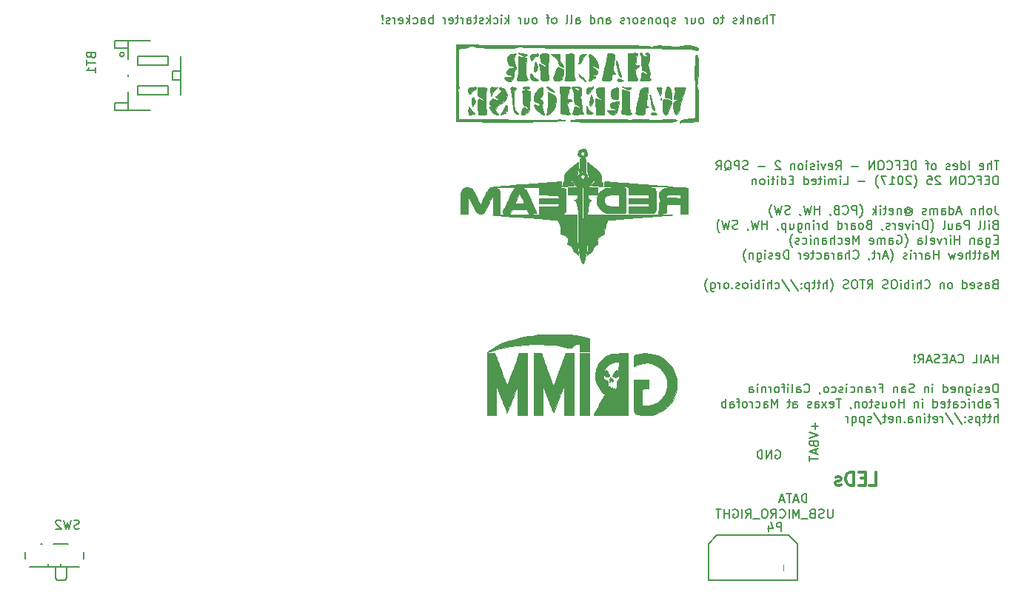
<source format=gbo>
G04 #@! TF.GenerationSoftware,KiCad,Pcbnew,(2016-12-18 revision 3ffa37c)-master*
G04 #@! TF.CreationDate,2017-03-23T02:18:10-07:00*
G04 #@! TF.ProjectId,badge-kicad,62616467652D6B696361642E6B696361,rev?*
G04 #@! TF.FileFunction,Legend,Bot*
G04 #@! TF.FilePolarity,Positive*
%FSLAX46Y46*%
G04 Gerber Fmt 4.6, Leading zero omitted, Abs format (unit mm)*
G04 Created by KiCad (PCBNEW (2016-12-18 revision 3ffa37c)-master) date Thursday, March 23, 2017 'AMt' 02:18:10 AM*
%MOMM*%
%LPD*%
G01*
G04 APERTURE LIST*
%ADD10C,0.150000*%
%ADD11C,0.200000*%
%ADD12C,0.300000*%
%ADD13C,0.010000*%
%ADD14C,0.127000*%
%ADD15C,0.007620*%
%ADD16C,0.152400*%
G04 APERTURE END LIST*
D10*
D11*
X189703809Y-62224380D02*
X189132380Y-62224380D01*
X189418095Y-63224380D02*
X189418095Y-62224380D01*
X188799047Y-63224380D02*
X188799047Y-62224380D01*
X188370476Y-63224380D02*
X188370476Y-62700571D01*
X188418095Y-62605333D01*
X188513333Y-62557714D01*
X188656190Y-62557714D01*
X188751428Y-62605333D01*
X188799047Y-62652952D01*
X187465714Y-63224380D02*
X187465714Y-62700571D01*
X187513333Y-62605333D01*
X187608571Y-62557714D01*
X187799047Y-62557714D01*
X187894285Y-62605333D01*
X187465714Y-63176761D02*
X187560952Y-63224380D01*
X187799047Y-63224380D01*
X187894285Y-63176761D01*
X187941904Y-63081523D01*
X187941904Y-62986285D01*
X187894285Y-62891047D01*
X187799047Y-62843428D01*
X187560952Y-62843428D01*
X187465714Y-62795809D01*
X186989523Y-62557714D02*
X186989523Y-63224380D01*
X186989523Y-62652952D02*
X186941904Y-62605333D01*
X186846666Y-62557714D01*
X186703809Y-62557714D01*
X186608571Y-62605333D01*
X186560952Y-62700571D01*
X186560952Y-63224380D01*
X186084761Y-63224380D02*
X186084761Y-62224380D01*
X185989523Y-62843428D02*
X185703809Y-63224380D01*
X185703809Y-62557714D02*
X186084761Y-62938666D01*
X185322857Y-63176761D02*
X185227619Y-63224380D01*
X185037142Y-63224380D01*
X184941904Y-63176761D01*
X184894285Y-63081523D01*
X184894285Y-63033904D01*
X184941904Y-62938666D01*
X185037142Y-62891047D01*
X185180000Y-62891047D01*
X185275238Y-62843428D01*
X185322857Y-62748190D01*
X185322857Y-62700571D01*
X185275238Y-62605333D01*
X185180000Y-62557714D01*
X185037142Y-62557714D01*
X184941904Y-62605333D01*
X183846666Y-62557714D02*
X183465714Y-62557714D01*
X183703809Y-62224380D02*
X183703809Y-63081523D01*
X183656190Y-63176761D01*
X183560952Y-63224380D01*
X183465714Y-63224380D01*
X182989523Y-63224380D02*
X183084761Y-63176761D01*
X183132380Y-63129142D01*
X183180000Y-63033904D01*
X183180000Y-62748190D01*
X183132380Y-62652952D01*
X183084761Y-62605333D01*
X182989523Y-62557714D01*
X182846666Y-62557714D01*
X182751428Y-62605333D01*
X182703809Y-62652952D01*
X182656190Y-62748190D01*
X182656190Y-63033904D01*
X182703809Y-63129142D01*
X182751428Y-63176761D01*
X182846666Y-63224380D01*
X182989523Y-63224380D01*
X181322857Y-63224380D02*
X181418095Y-63176761D01*
X181465714Y-63129142D01*
X181513333Y-63033904D01*
X181513333Y-62748190D01*
X181465714Y-62652952D01*
X181418095Y-62605333D01*
X181322857Y-62557714D01*
X181180000Y-62557714D01*
X181084761Y-62605333D01*
X181037142Y-62652952D01*
X180989523Y-62748190D01*
X180989523Y-63033904D01*
X181037142Y-63129142D01*
X181084761Y-63176761D01*
X181180000Y-63224380D01*
X181322857Y-63224380D01*
X180132380Y-62557714D02*
X180132380Y-63224380D01*
X180560952Y-62557714D02*
X180560952Y-63081523D01*
X180513333Y-63176761D01*
X180418095Y-63224380D01*
X180275238Y-63224380D01*
X180180000Y-63176761D01*
X180132380Y-63129142D01*
X179656190Y-63224380D02*
X179656190Y-62557714D01*
X179656190Y-62748190D02*
X179608571Y-62652952D01*
X179560952Y-62605333D01*
X179465714Y-62557714D01*
X179370476Y-62557714D01*
X178322857Y-63176761D02*
X178227619Y-63224380D01*
X178037142Y-63224380D01*
X177941904Y-63176761D01*
X177894285Y-63081523D01*
X177894285Y-63033904D01*
X177941904Y-62938666D01*
X178037142Y-62891047D01*
X178180000Y-62891047D01*
X178275238Y-62843428D01*
X178322857Y-62748190D01*
X178322857Y-62700571D01*
X178275238Y-62605333D01*
X178180000Y-62557714D01*
X178037142Y-62557714D01*
X177941904Y-62605333D01*
X177465714Y-62557714D02*
X177465714Y-63557714D01*
X177465714Y-62605333D02*
X177370476Y-62557714D01*
X177180000Y-62557714D01*
X177084761Y-62605333D01*
X177037142Y-62652952D01*
X176989523Y-62748190D01*
X176989523Y-63033904D01*
X177037142Y-63129142D01*
X177084761Y-63176761D01*
X177180000Y-63224380D01*
X177370476Y-63224380D01*
X177465714Y-63176761D01*
X176418095Y-63224380D02*
X176513333Y-63176761D01*
X176560952Y-63129142D01*
X176608571Y-63033904D01*
X176608571Y-62748190D01*
X176560952Y-62652952D01*
X176513333Y-62605333D01*
X176418095Y-62557714D01*
X176275238Y-62557714D01*
X176180000Y-62605333D01*
X176132380Y-62652952D01*
X176084761Y-62748190D01*
X176084761Y-63033904D01*
X176132380Y-63129142D01*
X176180000Y-63176761D01*
X176275238Y-63224380D01*
X176418095Y-63224380D01*
X175656190Y-62557714D02*
X175656190Y-63224380D01*
X175656190Y-62652952D02*
X175608571Y-62605333D01*
X175513333Y-62557714D01*
X175370476Y-62557714D01*
X175275238Y-62605333D01*
X175227619Y-62700571D01*
X175227619Y-63224380D01*
X174799047Y-63176761D02*
X174703809Y-63224380D01*
X174513333Y-63224380D01*
X174418095Y-63176761D01*
X174370476Y-63081523D01*
X174370476Y-63033904D01*
X174418095Y-62938666D01*
X174513333Y-62891047D01*
X174656190Y-62891047D01*
X174751428Y-62843428D01*
X174799047Y-62748190D01*
X174799047Y-62700571D01*
X174751428Y-62605333D01*
X174656190Y-62557714D01*
X174513333Y-62557714D01*
X174418095Y-62605333D01*
X173799047Y-63224380D02*
X173894285Y-63176761D01*
X173941904Y-63129142D01*
X173989523Y-63033904D01*
X173989523Y-62748190D01*
X173941904Y-62652952D01*
X173894285Y-62605333D01*
X173799047Y-62557714D01*
X173656190Y-62557714D01*
X173560952Y-62605333D01*
X173513333Y-62652952D01*
X173465714Y-62748190D01*
X173465714Y-63033904D01*
X173513333Y-63129142D01*
X173560952Y-63176761D01*
X173656190Y-63224380D01*
X173799047Y-63224380D01*
X173037142Y-63224380D02*
X173037142Y-62557714D01*
X173037142Y-62748190D02*
X172989523Y-62652952D01*
X172941904Y-62605333D01*
X172846666Y-62557714D01*
X172751428Y-62557714D01*
X172465714Y-63176761D02*
X172370476Y-63224380D01*
X172180000Y-63224380D01*
X172084761Y-63176761D01*
X172037142Y-63081523D01*
X172037142Y-63033904D01*
X172084761Y-62938666D01*
X172180000Y-62891047D01*
X172322857Y-62891047D01*
X172418095Y-62843428D01*
X172465714Y-62748190D01*
X172465714Y-62700571D01*
X172418095Y-62605333D01*
X172322857Y-62557714D01*
X172180000Y-62557714D01*
X172084761Y-62605333D01*
X170418095Y-63224380D02*
X170418095Y-62700571D01*
X170465714Y-62605333D01*
X170560952Y-62557714D01*
X170751428Y-62557714D01*
X170846666Y-62605333D01*
X170418095Y-63176761D02*
X170513333Y-63224380D01*
X170751428Y-63224380D01*
X170846666Y-63176761D01*
X170894285Y-63081523D01*
X170894285Y-62986285D01*
X170846666Y-62891047D01*
X170751428Y-62843428D01*
X170513333Y-62843428D01*
X170418095Y-62795809D01*
X169941904Y-62557714D02*
X169941904Y-63224380D01*
X169941904Y-62652952D02*
X169894285Y-62605333D01*
X169799047Y-62557714D01*
X169656190Y-62557714D01*
X169560952Y-62605333D01*
X169513333Y-62700571D01*
X169513333Y-63224380D01*
X168608571Y-63224380D02*
X168608571Y-62224380D01*
X168608571Y-63176761D02*
X168703809Y-63224380D01*
X168894285Y-63224380D01*
X168989523Y-63176761D01*
X169037142Y-63129142D01*
X169084761Y-63033904D01*
X169084761Y-62748190D01*
X169037142Y-62652952D01*
X168989523Y-62605333D01*
X168894285Y-62557714D01*
X168703809Y-62557714D01*
X168608571Y-62605333D01*
X166941904Y-63224380D02*
X166941904Y-62700571D01*
X166989523Y-62605333D01*
X167084761Y-62557714D01*
X167275238Y-62557714D01*
X167370476Y-62605333D01*
X166941904Y-63176761D02*
X167037142Y-63224380D01*
X167275238Y-63224380D01*
X167370476Y-63176761D01*
X167418095Y-63081523D01*
X167418095Y-62986285D01*
X167370476Y-62891047D01*
X167275238Y-62843428D01*
X167037142Y-62843428D01*
X166941904Y-62795809D01*
X166322857Y-63224380D02*
X166418095Y-63176761D01*
X166465714Y-63081523D01*
X166465714Y-62224380D01*
X165799047Y-63224380D02*
X165894285Y-63176761D01*
X165941904Y-63081523D01*
X165941904Y-62224380D01*
X164513333Y-63224380D02*
X164608571Y-63176761D01*
X164656190Y-63129142D01*
X164703809Y-63033904D01*
X164703809Y-62748190D01*
X164656190Y-62652952D01*
X164608571Y-62605333D01*
X164513333Y-62557714D01*
X164370476Y-62557714D01*
X164275238Y-62605333D01*
X164227619Y-62652952D01*
X164180000Y-62748190D01*
X164180000Y-63033904D01*
X164227619Y-63129142D01*
X164275238Y-63176761D01*
X164370476Y-63224380D01*
X164513333Y-63224380D01*
X163894285Y-62557714D02*
X163513333Y-62557714D01*
X163751428Y-63224380D02*
X163751428Y-62367238D01*
X163703809Y-62272000D01*
X163608571Y-62224380D01*
X163513333Y-62224380D01*
X162275238Y-63224380D02*
X162370476Y-63176761D01*
X162418095Y-63129142D01*
X162465714Y-63033904D01*
X162465714Y-62748190D01*
X162418095Y-62652952D01*
X162370476Y-62605333D01*
X162275238Y-62557714D01*
X162132380Y-62557714D01*
X162037142Y-62605333D01*
X161989523Y-62652952D01*
X161941904Y-62748190D01*
X161941904Y-63033904D01*
X161989523Y-63129142D01*
X162037142Y-63176761D01*
X162132380Y-63224380D01*
X162275238Y-63224380D01*
X161084761Y-62557714D02*
X161084761Y-63224380D01*
X161513333Y-62557714D02*
X161513333Y-63081523D01*
X161465714Y-63176761D01*
X161370476Y-63224380D01*
X161227619Y-63224380D01*
X161132380Y-63176761D01*
X161084761Y-63129142D01*
X160608571Y-63224380D02*
X160608571Y-62557714D01*
X160608571Y-62748190D02*
X160560952Y-62652952D01*
X160513333Y-62605333D01*
X160418095Y-62557714D01*
X160322857Y-62557714D01*
X159227619Y-63224380D02*
X159227619Y-62224380D01*
X159132380Y-62843428D02*
X158846666Y-63224380D01*
X158846666Y-62557714D02*
X159227619Y-62938666D01*
X158418095Y-63224380D02*
X158418095Y-62557714D01*
X158418095Y-62224380D02*
X158465714Y-62272000D01*
X158418095Y-62319619D01*
X158370476Y-62272000D01*
X158418095Y-62224380D01*
X158418095Y-62319619D01*
X157513333Y-63176761D02*
X157608571Y-63224380D01*
X157799047Y-63224380D01*
X157894285Y-63176761D01*
X157941904Y-63129142D01*
X157989523Y-63033904D01*
X157989523Y-62748190D01*
X157941904Y-62652952D01*
X157894285Y-62605333D01*
X157799047Y-62557714D01*
X157608571Y-62557714D01*
X157513333Y-62605333D01*
X157084761Y-63224380D02*
X157084761Y-62224380D01*
X156989523Y-62843428D02*
X156703809Y-63224380D01*
X156703809Y-62557714D02*
X157084761Y-62938666D01*
X156322857Y-63176761D02*
X156227619Y-63224380D01*
X156037142Y-63224380D01*
X155941904Y-63176761D01*
X155894285Y-63081523D01*
X155894285Y-63033904D01*
X155941904Y-62938666D01*
X156037142Y-62891047D01*
X156180000Y-62891047D01*
X156275238Y-62843428D01*
X156322857Y-62748190D01*
X156322857Y-62700571D01*
X156275238Y-62605333D01*
X156180000Y-62557714D01*
X156037142Y-62557714D01*
X155941904Y-62605333D01*
X155608571Y-62557714D02*
X155227619Y-62557714D01*
X155465714Y-62224380D02*
X155465714Y-63081523D01*
X155418095Y-63176761D01*
X155322857Y-63224380D01*
X155227619Y-63224380D01*
X154465714Y-63224380D02*
X154465714Y-62700571D01*
X154513333Y-62605333D01*
X154608571Y-62557714D01*
X154799047Y-62557714D01*
X154894285Y-62605333D01*
X154465714Y-63176761D02*
X154560952Y-63224380D01*
X154799047Y-63224380D01*
X154894285Y-63176761D01*
X154941904Y-63081523D01*
X154941904Y-62986285D01*
X154894285Y-62891047D01*
X154799047Y-62843428D01*
X154560952Y-62843428D01*
X154465714Y-62795809D01*
X153989523Y-63224380D02*
X153989523Y-62557714D01*
X153989523Y-62748190D02*
X153941904Y-62652952D01*
X153894285Y-62605333D01*
X153799047Y-62557714D01*
X153703809Y-62557714D01*
X153513333Y-62557714D02*
X153132380Y-62557714D01*
X153370476Y-62224380D02*
X153370476Y-63081523D01*
X153322857Y-63176761D01*
X153227619Y-63224380D01*
X153132380Y-63224380D01*
X152418095Y-63176761D02*
X152513333Y-63224380D01*
X152703809Y-63224380D01*
X152799047Y-63176761D01*
X152846666Y-63081523D01*
X152846666Y-62700571D01*
X152799047Y-62605333D01*
X152703809Y-62557714D01*
X152513333Y-62557714D01*
X152418095Y-62605333D01*
X152370476Y-62700571D01*
X152370476Y-62795809D01*
X152846666Y-62891047D01*
X151941904Y-63224380D02*
X151941904Y-62557714D01*
X151941904Y-62748190D02*
X151894285Y-62652952D01*
X151846666Y-62605333D01*
X151751428Y-62557714D01*
X151656190Y-62557714D01*
X150560952Y-63224380D02*
X150560952Y-62224380D01*
X150560952Y-62605333D02*
X150465714Y-62557714D01*
X150275238Y-62557714D01*
X150180000Y-62605333D01*
X150132380Y-62652952D01*
X150084761Y-62748190D01*
X150084761Y-63033904D01*
X150132380Y-63129142D01*
X150180000Y-63176761D01*
X150275238Y-63224380D01*
X150465714Y-63224380D01*
X150560952Y-63176761D01*
X149227619Y-63224380D02*
X149227619Y-62700571D01*
X149275238Y-62605333D01*
X149370476Y-62557714D01*
X149560952Y-62557714D01*
X149656190Y-62605333D01*
X149227619Y-63176761D02*
X149322857Y-63224380D01*
X149560952Y-63224380D01*
X149656190Y-63176761D01*
X149703809Y-63081523D01*
X149703809Y-62986285D01*
X149656190Y-62891047D01*
X149560952Y-62843428D01*
X149322857Y-62843428D01*
X149227619Y-62795809D01*
X148322857Y-63176761D02*
X148418095Y-63224380D01*
X148608571Y-63224380D01*
X148703809Y-63176761D01*
X148751428Y-63129142D01*
X148799047Y-63033904D01*
X148799047Y-62748190D01*
X148751428Y-62652952D01*
X148703809Y-62605333D01*
X148608571Y-62557714D01*
X148418095Y-62557714D01*
X148322857Y-62605333D01*
X147894285Y-63224380D02*
X147894285Y-62224380D01*
X147799047Y-62843428D02*
X147513333Y-63224380D01*
X147513333Y-62557714D02*
X147894285Y-62938666D01*
X146703809Y-63176761D02*
X146799047Y-63224380D01*
X146989523Y-63224380D01*
X147084761Y-63176761D01*
X147132380Y-63081523D01*
X147132380Y-62700571D01*
X147084761Y-62605333D01*
X146989523Y-62557714D01*
X146799047Y-62557714D01*
X146703809Y-62605333D01*
X146656190Y-62700571D01*
X146656190Y-62795809D01*
X147132380Y-62891047D01*
X146227619Y-63224380D02*
X146227619Y-62557714D01*
X146227619Y-62748190D02*
X146180000Y-62652952D01*
X146132380Y-62605333D01*
X146037142Y-62557714D01*
X145941904Y-62557714D01*
X145656190Y-63176761D02*
X145560952Y-63224380D01*
X145370476Y-63224380D01*
X145275238Y-63176761D01*
X145227619Y-63081523D01*
X145227619Y-63033904D01*
X145275238Y-62938666D01*
X145370476Y-62891047D01*
X145513333Y-62891047D01*
X145608571Y-62843428D01*
X145656190Y-62748190D01*
X145656190Y-62700571D01*
X145608571Y-62605333D01*
X145513333Y-62557714D01*
X145370476Y-62557714D01*
X145275238Y-62605333D01*
X144799047Y-63129142D02*
X144751428Y-63176761D01*
X144799047Y-63224380D01*
X144846666Y-63176761D01*
X144799047Y-63129142D01*
X144799047Y-63224380D01*
X144799047Y-62843428D02*
X144846666Y-62272000D01*
X144799047Y-62224380D01*
X144751428Y-62272000D01*
X144799047Y-62843428D01*
X144799047Y-62224380D01*
X215306761Y-78944380D02*
X214735333Y-78944380D01*
X215021047Y-79944380D02*
X215021047Y-78944380D01*
X214402000Y-79944380D02*
X214402000Y-78944380D01*
X213973428Y-79944380D02*
X213973428Y-79420571D01*
X214021047Y-79325333D01*
X214116285Y-79277714D01*
X214259142Y-79277714D01*
X214354380Y-79325333D01*
X214402000Y-79372952D01*
X213116285Y-79896761D02*
X213211523Y-79944380D01*
X213402000Y-79944380D01*
X213497238Y-79896761D01*
X213544857Y-79801523D01*
X213544857Y-79420571D01*
X213497238Y-79325333D01*
X213402000Y-79277714D01*
X213211523Y-79277714D01*
X213116285Y-79325333D01*
X213068666Y-79420571D01*
X213068666Y-79515809D01*
X213544857Y-79611047D01*
X211878190Y-79944380D02*
X211878190Y-78944380D01*
X210973428Y-79944380D02*
X210973428Y-78944380D01*
X210973428Y-79896761D02*
X211068666Y-79944380D01*
X211259142Y-79944380D01*
X211354380Y-79896761D01*
X211402000Y-79849142D01*
X211449619Y-79753904D01*
X211449619Y-79468190D01*
X211402000Y-79372952D01*
X211354380Y-79325333D01*
X211259142Y-79277714D01*
X211068666Y-79277714D01*
X210973428Y-79325333D01*
X210116285Y-79896761D02*
X210211523Y-79944380D01*
X210402000Y-79944380D01*
X210497238Y-79896761D01*
X210544857Y-79801523D01*
X210544857Y-79420571D01*
X210497238Y-79325333D01*
X210402000Y-79277714D01*
X210211523Y-79277714D01*
X210116285Y-79325333D01*
X210068666Y-79420571D01*
X210068666Y-79515809D01*
X210544857Y-79611047D01*
X209687714Y-79896761D02*
X209592476Y-79944380D01*
X209402000Y-79944380D01*
X209306761Y-79896761D01*
X209259142Y-79801523D01*
X209259142Y-79753904D01*
X209306761Y-79658666D01*
X209402000Y-79611047D01*
X209544857Y-79611047D01*
X209640095Y-79563428D01*
X209687714Y-79468190D01*
X209687714Y-79420571D01*
X209640095Y-79325333D01*
X209544857Y-79277714D01*
X209402000Y-79277714D01*
X209306761Y-79325333D01*
X207925809Y-79944380D02*
X208021047Y-79896761D01*
X208068666Y-79849142D01*
X208116285Y-79753904D01*
X208116285Y-79468190D01*
X208068666Y-79372952D01*
X208021047Y-79325333D01*
X207925809Y-79277714D01*
X207782952Y-79277714D01*
X207687714Y-79325333D01*
X207640095Y-79372952D01*
X207592476Y-79468190D01*
X207592476Y-79753904D01*
X207640095Y-79849142D01*
X207687714Y-79896761D01*
X207782952Y-79944380D01*
X207925809Y-79944380D01*
X207306761Y-79277714D02*
X206925809Y-79277714D01*
X207163904Y-79944380D02*
X207163904Y-79087238D01*
X207116285Y-78992000D01*
X207021047Y-78944380D01*
X206925809Y-78944380D01*
X205830571Y-79944380D02*
X205830571Y-78944380D01*
X205592476Y-78944380D01*
X205449619Y-78992000D01*
X205354380Y-79087238D01*
X205306761Y-79182476D01*
X205259142Y-79372952D01*
X205259142Y-79515809D01*
X205306761Y-79706285D01*
X205354380Y-79801523D01*
X205449619Y-79896761D01*
X205592476Y-79944380D01*
X205830571Y-79944380D01*
X204830571Y-79420571D02*
X204497238Y-79420571D01*
X204354380Y-79944380D02*
X204830571Y-79944380D01*
X204830571Y-78944380D01*
X204354380Y-78944380D01*
X203592476Y-79420571D02*
X203925809Y-79420571D01*
X203925809Y-79944380D02*
X203925809Y-78944380D01*
X203449619Y-78944380D01*
X202497238Y-79849142D02*
X202544857Y-79896761D01*
X202687714Y-79944380D01*
X202782952Y-79944380D01*
X202925809Y-79896761D01*
X203021047Y-79801523D01*
X203068666Y-79706285D01*
X203116285Y-79515809D01*
X203116285Y-79372952D01*
X203068666Y-79182476D01*
X203021047Y-79087238D01*
X202925809Y-78992000D01*
X202782952Y-78944380D01*
X202687714Y-78944380D01*
X202544857Y-78992000D01*
X202497238Y-79039619D01*
X201878190Y-78944380D02*
X201687714Y-78944380D01*
X201592476Y-78992000D01*
X201497238Y-79087238D01*
X201449619Y-79277714D01*
X201449619Y-79611047D01*
X201497238Y-79801523D01*
X201592476Y-79896761D01*
X201687714Y-79944380D01*
X201878190Y-79944380D01*
X201973428Y-79896761D01*
X202068666Y-79801523D01*
X202116285Y-79611047D01*
X202116285Y-79277714D01*
X202068666Y-79087238D01*
X201973428Y-78992000D01*
X201878190Y-78944380D01*
X201021047Y-79944380D02*
X201021047Y-78944380D01*
X200449619Y-79944380D01*
X200449619Y-78944380D01*
X199211523Y-79563428D02*
X198449619Y-79563428D01*
X196640095Y-79944380D02*
X196973428Y-79468190D01*
X197211523Y-79944380D02*
X197211523Y-78944380D01*
X196830571Y-78944380D01*
X196735333Y-78992000D01*
X196687714Y-79039619D01*
X196640095Y-79134857D01*
X196640095Y-79277714D01*
X196687714Y-79372952D01*
X196735333Y-79420571D01*
X196830571Y-79468190D01*
X197211523Y-79468190D01*
X195830571Y-79896761D02*
X195925809Y-79944380D01*
X196116285Y-79944380D01*
X196211523Y-79896761D01*
X196259142Y-79801523D01*
X196259142Y-79420571D01*
X196211523Y-79325333D01*
X196116285Y-79277714D01*
X195925809Y-79277714D01*
X195830571Y-79325333D01*
X195782952Y-79420571D01*
X195782952Y-79515809D01*
X196259142Y-79611047D01*
X195449619Y-79277714D02*
X195211523Y-79944380D01*
X194973428Y-79277714D01*
X194592476Y-79944380D02*
X194592476Y-79277714D01*
X194592476Y-78944380D02*
X194640095Y-78992000D01*
X194592476Y-79039619D01*
X194544857Y-78992000D01*
X194592476Y-78944380D01*
X194592476Y-79039619D01*
X194163904Y-79896761D02*
X194068666Y-79944380D01*
X193878190Y-79944380D01*
X193782952Y-79896761D01*
X193735333Y-79801523D01*
X193735333Y-79753904D01*
X193782952Y-79658666D01*
X193878190Y-79611047D01*
X194021047Y-79611047D01*
X194116285Y-79563428D01*
X194163904Y-79468190D01*
X194163904Y-79420571D01*
X194116285Y-79325333D01*
X194021047Y-79277714D01*
X193878190Y-79277714D01*
X193782952Y-79325333D01*
X193306761Y-79944380D02*
X193306761Y-79277714D01*
X193306761Y-78944380D02*
X193354380Y-78992000D01*
X193306761Y-79039619D01*
X193259142Y-78992000D01*
X193306761Y-78944380D01*
X193306761Y-79039619D01*
X192687714Y-79944380D02*
X192782952Y-79896761D01*
X192830571Y-79849142D01*
X192878190Y-79753904D01*
X192878190Y-79468190D01*
X192830571Y-79372952D01*
X192782952Y-79325333D01*
X192687714Y-79277714D01*
X192544857Y-79277714D01*
X192449619Y-79325333D01*
X192402000Y-79372952D01*
X192354380Y-79468190D01*
X192354380Y-79753904D01*
X192402000Y-79849142D01*
X192449619Y-79896761D01*
X192544857Y-79944380D01*
X192687714Y-79944380D01*
X191925809Y-79277714D02*
X191925809Y-79944380D01*
X191925809Y-79372952D02*
X191878190Y-79325333D01*
X191782952Y-79277714D01*
X191640095Y-79277714D01*
X191544857Y-79325333D01*
X191497238Y-79420571D01*
X191497238Y-79944380D01*
X190306761Y-79039619D02*
X190259142Y-78992000D01*
X190163904Y-78944380D01*
X189925809Y-78944380D01*
X189830571Y-78992000D01*
X189782952Y-79039619D01*
X189735333Y-79134857D01*
X189735333Y-79230095D01*
X189782952Y-79372952D01*
X190354380Y-79944380D01*
X189735333Y-79944380D01*
X188544857Y-79563428D02*
X187782952Y-79563428D01*
X186592476Y-79896761D02*
X186449619Y-79944380D01*
X186211523Y-79944380D01*
X186116285Y-79896761D01*
X186068666Y-79849142D01*
X186021047Y-79753904D01*
X186021047Y-79658666D01*
X186068666Y-79563428D01*
X186116285Y-79515809D01*
X186211523Y-79468190D01*
X186402000Y-79420571D01*
X186497238Y-79372952D01*
X186544857Y-79325333D01*
X186592476Y-79230095D01*
X186592476Y-79134857D01*
X186544857Y-79039619D01*
X186497238Y-78992000D01*
X186402000Y-78944380D01*
X186163904Y-78944380D01*
X186021047Y-78992000D01*
X185592476Y-79944380D02*
X185592476Y-78944380D01*
X185211523Y-78944380D01*
X185116285Y-78992000D01*
X185068666Y-79039619D01*
X185021047Y-79134857D01*
X185021047Y-79277714D01*
X185068666Y-79372952D01*
X185116285Y-79420571D01*
X185211523Y-79468190D01*
X185592476Y-79468190D01*
X183925809Y-80039619D02*
X184021047Y-79992000D01*
X184116285Y-79896761D01*
X184259142Y-79753904D01*
X184354380Y-79706285D01*
X184449619Y-79706285D01*
X184402000Y-79944380D02*
X184497238Y-79896761D01*
X184592476Y-79801523D01*
X184640095Y-79611047D01*
X184640095Y-79277714D01*
X184592476Y-79087238D01*
X184497238Y-78992000D01*
X184402000Y-78944380D01*
X184211523Y-78944380D01*
X184116285Y-78992000D01*
X184021047Y-79087238D01*
X183973428Y-79277714D01*
X183973428Y-79611047D01*
X184021047Y-79801523D01*
X184116285Y-79896761D01*
X184211523Y-79944380D01*
X184402000Y-79944380D01*
X182973428Y-79944380D02*
X183306761Y-79468190D01*
X183544857Y-79944380D02*
X183544857Y-78944380D01*
X183163904Y-78944380D01*
X183068666Y-78992000D01*
X183021047Y-79039619D01*
X182973428Y-79134857D01*
X182973428Y-79277714D01*
X183021047Y-79372952D01*
X183068666Y-79420571D01*
X183163904Y-79468190D01*
X183544857Y-79468190D01*
X215163904Y-81644380D02*
X215163904Y-80644380D01*
X214925809Y-80644380D01*
X214782952Y-80692000D01*
X214687714Y-80787238D01*
X214640095Y-80882476D01*
X214592476Y-81072952D01*
X214592476Y-81215809D01*
X214640095Y-81406285D01*
X214687714Y-81501523D01*
X214782952Y-81596761D01*
X214925809Y-81644380D01*
X215163904Y-81644380D01*
X214163904Y-81120571D02*
X213830571Y-81120571D01*
X213687714Y-81644380D02*
X214163904Y-81644380D01*
X214163904Y-80644380D01*
X213687714Y-80644380D01*
X212925809Y-81120571D02*
X213259142Y-81120571D01*
X213259142Y-81644380D02*
X213259142Y-80644380D01*
X212782952Y-80644380D01*
X211830571Y-81549142D02*
X211878190Y-81596761D01*
X212021047Y-81644380D01*
X212116285Y-81644380D01*
X212259142Y-81596761D01*
X212354380Y-81501523D01*
X212402000Y-81406285D01*
X212449619Y-81215809D01*
X212449619Y-81072952D01*
X212402000Y-80882476D01*
X212354380Y-80787238D01*
X212259142Y-80692000D01*
X212116285Y-80644380D01*
X212021047Y-80644380D01*
X211878190Y-80692000D01*
X211830571Y-80739619D01*
X211211523Y-80644380D02*
X211021047Y-80644380D01*
X210925809Y-80692000D01*
X210830571Y-80787238D01*
X210782952Y-80977714D01*
X210782952Y-81311047D01*
X210830571Y-81501523D01*
X210925809Y-81596761D01*
X211021047Y-81644380D01*
X211211523Y-81644380D01*
X211306761Y-81596761D01*
X211402000Y-81501523D01*
X211449619Y-81311047D01*
X211449619Y-80977714D01*
X211402000Y-80787238D01*
X211306761Y-80692000D01*
X211211523Y-80644380D01*
X210354380Y-81644380D02*
X210354380Y-80644380D01*
X209782952Y-81644380D01*
X209782952Y-80644380D01*
X208592476Y-80739619D02*
X208544857Y-80692000D01*
X208449619Y-80644380D01*
X208211523Y-80644380D01*
X208116285Y-80692000D01*
X208068666Y-80739619D01*
X208021047Y-80834857D01*
X208021047Y-80930095D01*
X208068666Y-81072952D01*
X208640095Y-81644380D01*
X208021047Y-81644380D01*
X207116285Y-80644380D02*
X207592476Y-80644380D01*
X207640095Y-81120571D01*
X207592476Y-81072952D01*
X207497238Y-81025333D01*
X207259142Y-81025333D01*
X207163904Y-81072952D01*
X207116285Y-81120571D01*
X207068666Y-81215809D01*
X207068666Y-81453904D01*
X207116285Y-81549142D01*
X207163904Y-81596761D01*
X207259142Y-81644380D01*
X207497238Y-81644380D01*
X207592476Y-81596761D01*
X207640095Y-81549142D01*
X205592476Y-82025333D02*
X205640095Y-81977714D01*
X205735333Y-81834857D01*
X205782952Y-81739619D01*
X205830571Y-81596761D01*
X205878190Y-81358666D01*
X205878190Y-81168190D01*
X205830571Y-80930095D01*
X205782952Y-80787238D01*
X205735333Y-80692000D01*
X205640095Y-80549142D01*
X205592476Y-80501523D01*
X205259142Y-80739619D02*
X205211523Y-80692000D01*
X205116285Y-80644380D01*
X204878190Y-80644380D01*
X204782952Y-80692000D01*
X204735333Y-80739619D01*
X204687714Y-80834857D01*
X204687714Y-80930095D01*
X204735333Y-81072952D01*
X205306761Y-81644380D01*
X204687714Y-81644380D01*
X204068666Y-80644380D02*
X203973428Y-80644380D01*
X203878190Y-80692000D01*
X203830571Y-80739619D01*
X203782952Y-80834857D01*
X203735333Y-81025333D01*
X203735333Y-81263428D01*
X203782952Y-81453904D01*
X203830571Y-81549142D01*
X203878190Y-81596761D01*
X203973428Y-81644380D01*
X204068666Y-81644380D01*
X204163904Y-81596761D01*
X204211523Y-81549142D01*
X204259142Y-81453904D01*
X204306761Y-81263428D01*
X204306761Y-81025333D01*
X204259142Y-80834857D01*
X204211523Y-80739619D01*
X204163904Y-80692000D01*
X204068666Y-80644380D01*
X202782952Y-81644380D02*
X203354380Y-81644380D01*
X203068666Y-81644380D02*
X203068666Y-80644380D01*
X203163904Y-80787238D01*
X203259142Y-80882476D01*
X203354380Y-80930095D01*
X202449619Y-80644380D02*
X201782952Y-80644380D01*
X202211523Y-81644380D01*
X201497238Y-82025333D02*
X201449619Y-81977714D01*
X201354380Y-81834857D01*
X201306761Y-81739619D01*
X201259142Y-81596761D01*
X201211523Y-81358666D01*
X201211523Y-81168190D01*
X201259142Y-80930095D01*
X201306761Y-80787238D01*
X201354380Y-80692000D01*
X201449619Y-80549142D01*
X201497238Y-80501523D01*
X199973428Y-81263428D02*
X199211523Y-81263428D01*
X197497238Y-81644380D02*
X197973428Y-81644380D01*
X197973428Y-80644380D01*
X197163904Y-81644380D02*
X197163904Y-80977714D01*
X197163904Y-80644380D02*
X197211523Y-80692000D01*
X197163904Y-80739619D01*
X197116285Y-80692000D01*
X197163904Y-80644380D01*
X197163904Y-80739619D01*
X196687714Y-81644380D02*
X196687714Y-80977714D01*
X196687714Y-81072952D02*
X196640095Y-81025333D01*
X196544857Y-80977714D01*
X196402000Y-80977714D01*
X196306761Y-81025333D01*
X196259142Y-81120571D01*
X196259142Y-81644380D01*
X196259142Y-81120571D02*
X196211523Y-81025333D01*
X196116285Y-80977714D01*
X195973428Y-80977714D01*
X195878190Y-81025333D01*
X195830571Y-81120571D01*
X195830571Y-81644380D01*
X195354380Y-81644380D02*
X195354380Y-80977714D01*
X195354380Y-80644380D02*
X195402000Y-80692000D01*
X195354380Y-80739619D01*
X195306761Y-80692000D01*
X195354380Y-80644380D01*
X195354380Y-80739619D01*
X195021047Y-80977714D02*
X194640095Y-80977714D01*
X194878190Y-80644380D02*
X194878190Y-81501523D01*
X194830571Y-81596761D01*
X194735333Y-81644380D01*
X194640095Y-81644380D01*
X193925809Y-81596761D02*
X194021047Y-81644380D01*
X194211523Y-81644380D01*
X194306761Y-81596761D01*
X194354380Y-81501523D01*
X194354380Y-81120571D01*
X194306761Y-81025333D01*
X194211523Y-80977714D01*
X194021047Y-80977714D01*
X193925809Y-81025333D01*
X193878190Y-81120571D01*
X193878190Y-81215809D01*
X194354380Y-81311047D01*
X193021047Y-81644380D02*
X193021047Y-80644380D01*
X193021047Y-81596761D02*
X193116285Y-81644380D01*
X193306761Y-81644380D01*
X193402000Y-81596761D01*
X193449619Y-81549142D01*
X193497238Y-81453904D01*
X193497238Y-81168190D01*
X193449619Y-81072952D01*
X193402000Y-81025333D01*
X193306761Y-80977714D01*
X193116285Y-80977714D01*
X193021047Y-81025333D01*
X191782952Y-81120571D02*
X191449619Y-81120571D01*
X191306761Y-81644380D02*
X191782952Y-81644380D01*
X191782952Y-80644380D01*
X191306761Y-80644380D01*
X190449619Y-81644380D02*
X190449619Y-80644380D01*
X190449619Y-81596761D02*
X190544857Y-81644380D01*
X190735333Y-81644380D01*
X190830571Y-81596761D01*
X190878190Y-81549142D01*
X190925809Y-81453904D01*
X190925809Y-81168190D01*
X190878190Y-81072952D01*
X190830571Y-81025333D01*
X190735333Y-80977714D01*
X190544857Y-80977714D01*
X190449619Y-81025333D01*
X189973428Y-81644380D02*
X189973428Y-80977714D01*
X189973428Y-80644380D02*
X190021047Y-80692000D01*
X189973428Y-80739619D01*
X189925809Y-80692000D01*
X189973428Y-80644380D01*
X189973428Y-80739619D01*
X189640095Y-80977714D02*
X189259142Y-80977714D01*
X189497238Y-80644380D02*
X189497238Y-81501523D01*
X189449619Y-81596761D01*
X189354380Y-81644380D01*
X189259142Y-81644380D01*
X188925809Y-81644380D02*
X188925809Y-80977714D01*
X188925809Y-80644380D02*
X188973428Y-80692000D01*
X188925809Y-80739619D01*
X188878190Y-80692000D01*
X188925809Y-80644380D01*
X188925809Y-80739619D01*
X188306761Y-81644380D02*
X188402000Y-81596761D01*
X188449619Y-81549142D01*
X188497238Y-81453904D01*
X188497238Y-81168190D01*
X188449619Y-81072952D01*
X188402000Y-81025333D01*
X188306761Y-80977714D01*
X188163904Y-80977714D01*
X188068666Y-81025333D01*
X188021047Y-81072952D01*
X187973428Y-81168190D01*
X187973428Y-81453904D01*
X188021047Y-81549142D01*
X188068666Y-81596761D01*
X188163904Y-81644380D01*
X188306761Y-81644380D01*
X187544857Y-80977714D02*
X187544857Y-81644380D01*
X187544857Y-81072952D02*
X187497238Y-81025333D01*
X187402000Y-80977714D01*
X187259142Y-80977714D01*
X187163904Y-81025333D01*
X187116285Y-81120571D01*
X187116285Y-81644380D01*
X214878190Y-84044380D02*
X214878190Y-84758666D01*
X214925809Y-84901523D01*
X215021047Y-84996761D01*
X215163904Y-85044380D01*
X215259142Y-85044380D01*
X214259142Y-85044380D02*
X214354380Y-84996761D01*
X214402000Y-84949142D01*
X214449619Y-84853904D01*
X214449619Y-84568190D01*
X214402000Y-84472952D01*
X214354380Y-84425333D01*
X214259142Y-84377714D01*
X214116285Y-84377714D01*
X214021047Y-84425333D01*
X213973428Y-84472952D01*
X213925809Y-84568190D01*
X213925809Y-84853904D01*
X213973428Y-84949142D01*
X214021047Y-84996761D01*
X214116285Y-85044380D01*
X214259142Y-85044380D01*
X213497238Y-85044380D02*
X213497238Y-84044380D01*
X213068666Y-85044380D02*
X213068666Y-84520571D01*
X213116285Y-84425333D01*
X213211523Y-84377714D01*
X213354380Y-84377714D01*
X213449619Y-84425333D01*
X213497238Y-84472952D01*
X212592476Y-84377714D02*
X212592476Y-85044380D01*
X212592476Y-84472952D02*
X212544857Y-84425333D01*
X212449619Y-84377714D01*
X212306761Y-84377714D01*
X212211523Y-84425333D01*
X212163904Y-84520571D01*
X212163904Y-85044380D01*
X210973428Y-84758666D02*
X210497238Y-84758666D01*
X211068666Y-85044380D02*
X210735333Y-84044380D01*
X210402000Y-85044380D01*
X209640095Y-85044380D02*
X209640095Y-84044380D01*
X209640095Y-84996761D02*
X209735333Y-85044380D01*
X209925809Y-85044380D01*
X210021047Y-84996761D01*
X210068666Y-84949142D01*
X210116285Y-84853904D01*
X210116285Y-84568190D01*
X210068666Y-84472952D01*
X210021047Y-84425333D01*
X209925809Y-84377714D01*
X209735333Y-84377714D01*
X209640095Y-84425333D01*
X208735333Y-85044380D02*
X208735333Y-84520571D01*
X208782952Y-84425333D01*
X208878190Y-84377714D01*
X209068666Y-84377714D01*
X209163904Y-84425333D01*
X208735333Y-84996761D02*
X208830571Y-85044380D01*
X209068666Y-85044380D01*
X209163904Y-84996761D01*
X209211523Y-84901523D01*
X209211523Y-84806285D01*
X209163904Y-84711047D01*
X209068666Y-84663428D01*
X208830571Y-84663428D01*
X208735333Y-84615809D01*
X208259142Y-85044380D02*
X208259142Y-84377714D01*
X208259142Y-84472952D02*
X208211523Y-84425333D01*
X208116285Y-84377714D01*
X207973428Y-84377714D01*
X207878190Y-84425333D01*
X207830571Y-84520571D01*
X207830571Y-85044380D01*
X207830571Y-84520571D02*
X207782952Y-84425333D01*
X207687714Y-84377714D01*
X207544857Y-84377714D01*
X207449619Y-84425333D01*
X207402000Y-84520571D01*
X207402000Y-85044380D01*
X206973428Y-84996761D02*
X206878190Y-85044380D01*
X206687714Y-85044380D01*
X206592476Y-84996761D01*
X206544857Y-84901523D01*
X206544857Y-84853904D01*
X206592476Y-84758666D01*
X206687714Y-84711047D01*
X206830571Y-84711047D01*
X206925809Y-84663428D01*
X206973428Y-84568190D01*
X206973428Y-84520571D01*
X206925809Y-84425333D01*
X206830571Y-84377714D01*
X206687714Y-84377714D01*
X206592476Y-84425333D01*
X204735333Y-84568190D02*
X204782952Y-84520571D01*
X204878190Y-84472952D01*
X204973428Y-84472952D01*
X205068666Y-84520571D01*
X205116285Y-84568190D01*
X205163904Y-84663428D01*
X205163904Y-84758666D01*
X205116285Y-84853904D01*
X205068666Y-84901523D01*
X204973428Y-84949142D01*
X204878190Y-84949142D01*
X204782952Y-84901523D01*
X204735333Y-84853904D01*
X204735333Y-84472952D02*
X204735333Y-84853904D01*
X204687714Y-84901523D01*
X204640095Y-84901523D01*
X204544857Y-84853904D01*
X204497238Y-84758666D01*
X204497238Y-84520571D01*
X204592476Y-84377714D01*
X204735333Y-84282476D01*
X204925809Y-84234857D01*
X205116285Y-84282476D01*
X205259142Y-84377714D01*
X205354380Y-84520571D01*
X205402000Y-84711047D01*
X205354380Y-84901523D01*
X205259142Y-85044380D01*
X205116285Y-85139619D01*
X204925809Y-85187238D01*
X204735333Y-85139619D01*
X204592476Y-85044380D01*
X204068666Y-84377714D02*
X204068666Y-85044380D01*
X204068666Y-84472952D02*
X204021047Y-84425333D01*
X203925809Y-84377714D01*
X203782952Y-84377714D01*
X203687714Y-84425333D01*
X203640095Y-84520571D01*
X203640095Y-85044380D01*
X202782952Y-84996761D02*
X202878190Y-85044380D01*
X203068666Y-85044380D01*
X203163904Y-84996761D01*
X203211523Y-84901523D01*
X203211523Y-84520571D01*
X203163904Y-84425333D01*
X203068666Y-84377714D01*
X202878190Y-84377714D01*
X202782952Y-84425333D01*
X202735333Y-84520571D01*
X202735333Y-84615809D01*
X203211523Y-84711047D01*
X202449619Y-84377714D02*
X202068666Y-84377714D01*
X202306761Y-84044380D02*
X202306761Y-84901523D01*
X202259142Y-84996761D01*
X202163904Y-85044380D01*
X202068666Y-85044380D01*
X201735333Y-85044380D02*
X201735333Y-84377714D01*
X201735333Y-84044380D02*
X201782952Y-84092000D01*
X201735333Y-84139619D01*
X201687714Y-84092000D01*
X201735333Y-84044380D01*
X201735333Y-84139619D01*
X201259142Y-85044380D02*
X201259142Y-84044380D01*
X201163904Y-84663428D02*
X200878190Y-85044380D01*
X200878190Y-84377714D02*
X201259142Y-84758666D01*
X199402000Y-85425333D02*
X199449619Y-85377714D01*
X199544857Y-85234857D01*
X199592476Y-85139619D01*
X199640095Y-84996761D01*
X199687714Y-84758666D01*
X199687714Y-84568190D01*
X199640095Y-84330095D01*
X199592476Y-84187238D01*
X199544857Y-84092000D01*
X199449619Y-83949142D01*
X199402000Y-83901523D01*
X199021047Y-85044380D02*
X199021047Y-84044380D01*
X198640095Y-84044380D01*
X198544857Y-84092000D01*
X198497238Y-84139619D01*
X198449619Y-84234857D01*
X198449619Y-84377714D01*
X198497238Y-84472952D01*
X198544857Y-84520571D01*
X198640095Y-84568190D01*
X199021047Y-84568190D01*
X197449619Y-84949142D02*
X197497238Y-84996761D01*
X197640095Y-85044380D01*
X197735333Y-85044380D01*
X197878190Y-84996761D01*
X197973428Y-84901523D01*
X198021047Y-84806285D01*
X198068666Y-84615809D01*
X198068666Y-84472952D01*
X198021047Y-84282476D01*
X197973428Y-84187238D01*
X197878190Y-84092000D01*
X197735333Y-84044380D01*
X197640095Y-84044380D01*
X197497238Y-84092000D01*
X197449619Y-84139619D01*
X196687714Y-84520571D02*
X196544857Y-84568190D01*
X196497238Y-84615809D01*
X196449619Y-84711047D01*
X196449619Y-84853904D01*
X196497238Y-84949142D01*
X196544857Y-84996761D01*
X196640095Y-85044380D01*
X197021047Y-85044380D01*
X197021047Y-84044380D01*
X196687714Y-84044380D01*
X196592476Y-84092000D01*
X196544857Y-84139619D01*
X196497238Y-84234857D01*
X196497238Y-84330095D01*
X196544857Y-84425333D01*
X196592476Y-84472952D01*
X196687714Y-84520571D01*
X197021047Y-84520571D01*
X195973428Y-84996761D02*
X195973428Y-85044380D01*
X196021047Y-85139619D01*
X196068666Y-85187238D01*
X194782952Y-85044380D02*
X194782952Y-84044380D01*
X194782952Y-84520571D02*
X194211523Y-84520571D01*
X194211523Y-85044380D02*
X194211523Y-84044380D01*
X193830571Y-84044380D02*
X193592476Y-85044380D01*
X193402000Y-84330095D01*
X193211523Y-85044380D01*
X192973428Y-84044380D01*
X192544857Y-84996761D02*
X192544857Y-85044380D01*
X192592476Y-85139619D01*
X192640095Y-85187238D01*
X191402000Y-84996761D02*
X191259142Y-85044380D01*
X191021047Y-85044380D01*
X190925809Y-84996761D01*
X190878190Y-84949142D01*
X190830571Y-84853904D01*
X190830571Y-84758666D01*
X190878190Y-84663428D01*
X190925809Y-84615809D01*
X191021047Y-84568190D01*
X191211523Y-84520571D01*
X191306761Y-84472952D01*
X191354380Y-84425333D01*
X191402000Y-84330095D01*
X191402000Y-84234857D01*
X191354380Y-84139619D01*
X191306761Y-84092000D01*
X191211523Y-84044380D01*
X190973428Y-84044380D01*
X190830571Y-84092000D01*
X190497238Y-84044380D02*
X190259142Y-85044380D01*
X190068666Y-84330095D01*
X189878190Y-85044380D01*
X189640095Y-84044380D01*
X189354380Y-85425333D02*
X189306761Y-85377714D01*
X189211523Y-85234857D01*
X189163904Y-85139619D01*
X189116285Y-84996761D01*
X189068666Y-84758666D01*
X189068666Y-84568190D01*
X189116285Y-84330095D01*
X189163904Y-84187238D01*
X189211523Y-84092000D01*
X189306761Y-83949142D01*
X189354380Y-83901523D01*
X214830571Y-86220571D02*
X214687714Y-86268190D01*
X214640095Y-86315809D01*
X214592476Y-86411047D01*
X214592476Y-86553904D01*
X214640095Y-86649142D01*
X214687714Y-86696761D01*
X214782952Y-86744380D01*
X215163904Y-86744380D01*
X215163904Y-85744380D01*
X214830571Y-85744380D01*
X214735333Y-85792000D01*
X214687714Y-85839619D01*
X214640095Y-85934857D01*
X214640095Y-86030095D01*
X214687714Y-86125333D01*
X214735333Y-86172952D01*
X214830571Y-86220571D01*
X215163904Y-86220571D01*
X214163904Y-86744380D02*
X214163904Y-86077714D01*
X214163904Y-85744380D02*
X214211523Y-85792000D01*
X214163904Y-85839619D01*
X214116285Y-85792000D01*
X214163904Y-85744380D01*
X214163904Y-85839619D01*
X213544857Y-86744380D02*
X213640095Y-86696761D01*
X213687714Y-86601523D01*
X213687714Y-85744380D01*
X213021047Y-86744380D02*
X213116285Y-86696761D01*
X213163904Y-86601523D01*
X213163904Y-85744380D01*
X211878190Y-86744380D02*
X211878190Y-85744380D01*
X211497238Y-85744380D01*
X211402000Y-85792000D01*
X211354380Y-85839619D01*
X211306761Y-85934857D01*
X211306761Y-86077714D01*
X211354380Y-86172952D01*
X211402000Y-86220571D01*
X211497238Y-86268190D01*
X211878190Y-86268190D01*
X210449619Y-86744380D02*
X210449619Y-86220571D01*
X210497238Y-86125333D01*
X210592476Y-86077714D01*
X210782952Y-86077714D01*
X210878190Y-86125333D01*
X210449619Y-86696761D02*
X210544857Y-86744380D01*
X210782952Y-86744380D01*
X210878190Y-86696761D01*
X210925809Y-86601523D01*
X210925809Y-86506285D01*
X210878190Y-86411047D01*
X210782952Y-86363428D01*
X210544857Y-86363428D01*
X210449619Y-86315809D01*
X209544857Y-86077714D02*
X209544857Y-86744380D01*
X209973428Y-86077714D02*
X209973428Y-86601523D01*
X209925809Y-86696761D01*
X209830571Y-86744380D01*
X209687714Y-86744380D01*
X209592476Y-86696761D01*
X209544857Y-86649142D01*
X208925809Y-86744380D02*
X209021047Y-86696761D01*
X209068666Y-86601523D01*
X209068666Y-85744380D01*
X207497238Y-87125333D02*
X207544857Y-87077714D01*
X207640095Y-86934857D01*
X207687714Y-86839619D01*
X207735333Y-86696761D01*
X207782952Y-86458666D01*
X207782952Y-86268190D01*
X207735333Y-86030095D01*
X207687714Y-85887238D01*
X207640095Y-85792000D01*
X207544857Y-85649142D01*
X207497238Y-85601523D01*
X207116285Y-86744380D02*
X207116285Y-85744380D01*
X206878190Y-85744380D01*
X206735333Y-85792000D01*
X206640095Y-85887238D01*
X206592476Y-85982476D01*
X206544857Y-86172952D01*
X206544857Y-86315809D01*
X206592476Y-86506285D01*
X206640095Y-86601523D01*
X206735333Y-86696761D01*
X206878190Y-86744380D01*
X207116285Y-86744380D01*
X206116285Y-86744380D02*
X206116285Y-86077714D01*
X206116285Y-86268190D02*
X206068666Y-86172952D01*
X206021047Y-86125333D01*
X205925809Y-86077714D01*
X205830571Y-86077714D01*
X205497238Y-86744380D02*
X205497238Y-86077714D01*
X205497238Y-85744380D02*
X205544857Y-85792000D01*
X205497238Y-85839619D01*
X205449619Y-85792000D01*
X205497238Y-85744380D01*
X205497238Y-85839619D01*
X205116285Y-86077714D02*
X204878190Y-86744380D01*
X204640095Y-86077714D01*
X203878190Y-86696761D02*
X203973428Y-86744380D01*
X204163904Y-86744380D01*
X204259142Y-86696761D01*
X204306761Y-86601523D01*
X204306761Y-86220571D01*
X204259142Y-86125333D01*
X204163904Y-86077714D01*
X203973428Y-86077714D01*
X203878190Y-86125333D01*
X203830571Y-86220571D01*
X203830571Y-86315809D01*
X204306761Y-86411047D01*
X203402000Y-86744380D02*
X203402000Y-86077714D01*
X203402000Y-86268190D02*
X203354380Y-86172952D01*
X203306761Y-86125333D01*
X203211523Y-86077714D01*
X203116285Y-86077714D01*
X202830571Y-86696761D02*
X202735333Y-86744380D01*
X202544857Y-86744380D01*
X202449619Y-86696761D01*
X202402000Y-86601523D01*
X202402000Y-86553904D01*
X202449619Y-86458666D01*
X202544857Y-86411047D01*
X202687714Y-86411047D01*
X202782952Y-86363428D01*
X202830571Y-86268190D01*
X202830571Y-86220571D01*
X202782952Y-86125333D01*
X202687714Y-86077714D01*
X202544857Y-86077714D01*
X202449619Y-86125333D01*
X201925809Y-86696761D02*
X201925809Y-86744380D01*
X201973428Y-86839619D01*
X202021047Y-86887238D01*
X200402000Y-86220571D02*
X200259142Y-86268190D01*
X200211523Y-86315809D01*
X200163904Y-86411047D01*
X200163904Y-86553904D01*
X200211523Y-86649142D01*
X200259142Y-86696761D01*
X200354380Y-86744380D01*
X200735333Y-86744380D01*
X200735333Y-85744380D01*
X200402000Y-85744380D01*
X200306761Y-85792000D01*
X200259142Y-85839619D01*
X200211523Y-85934857D01*
X200211523Y-86030095D01*
X200259142Y-86125333D01*
X200306761Y-86172952D01*
X200402000Y-86220571D01*
X200735333Y-86220571D01*
X199592476Y-86744380D02*
X199687714Y-86696761D01*
X199735333Y-86649142D01*
X199782952Y-86553904D01*
X199782952Y-86268190D01*
X199735333Y-86172952D01*
X199687714Y-86125333D01*
X199592476Y-86077714D01*
X199449619Y-86077714D01*
X199354380Y-86125333D01*
X199306761Y-86172952D01*
X199259142Y-86268190D01*
X199259142Y-86553904D01*
X199306761Y-86649142D01*
X199354380Y-86696761D01*
X199449619Y-86744380D01*
X199592476Y-86744380D01*
X198402000Y-86744380D02*
X198402000Y-86220571D01*
X198449619Y-86125333D01*
X198544857Y-86077714D01*
X198735333Y-86077714D01*
X198830571Y-86125333D01*
X198402000Y-86696761D02*
X198497238Y-86744380D01*
X198735333Y-86744380D01*
X198830571Y-86696761D01*
X198878190Y-86601523D01*
X198878190Y-86506285D01*
X198830571Y-86411047D01*
X198735333Y-86363428D01*
X198497238Y-86363428D01*
X198402000Y-86315809D01*
X197925809Y-86744380D02*
X197925809Y-86077714D01*
X197925809Y-86268190D02*
X197878190Y-86172952D01*
X197830571Y-86125333D01*
X197735333Y-86077714D01*
X197640095Y-86077714D01*
X196878190Y-86744380D02*
X196878190Y-85744380D01*
X196878190Y-86696761D02*
X196973428Y-86744380D01*
X197163904Y-86744380D01*
X197259142Y-86696761D01*
X197306761Y-86649142D01*
X197354380Y-86553904D01*
X197354380Y-86268190D01*
X197306761Y-86172952D01*
X197259142Y-86125333D01*
X197163904Y-86077714D01*
X196973428Y-86077714D01*
X196878190Y-86125333D01*
X195640095Y-86744380D02*
X195640095Y-85744380D01*
X195640095Y-86125333D02*
X195544857Y-86077714D01*
X195354380Y-86077714D01*
X195259142Y-86125333D01*
X195211523Y-86172952D01*
X195163904Y-86268190D01*
X195163904Y-86553904D01*
X195211523Y-86649142D01*
X195259142Y-86696761D01*
X195354380Y-86744380D01*
X195544857Y-86744380D01*
X195640095Y-86696761D01*
X194735333Y-86744380D02*
X194735333Y-86077714D01*
X194735333Y-86268190D02*
X194687714Y-86172952D01*
X194640095Y-86125333D01*
X194544857Y-86077714D01*
X194449619Y-86077714D01*
X194116285Y-86744380D02*
X194116285Y-86077714D01*
X194116285Y-85744380D02*
X194163904Y-85792000D01*
X194116285Y-85839619D01*
X194068666Y-85792000D01*
X194116285Y-85744380D01*
X194116285Y-85839619D01*
X193640095Y-86077714D02*
X193640095Y-86744380D01*
X193640095Y-86172952D02*
X193592476Y-86125333D01*
X193497238Y-86077714D01*
X193354380Y-86077714D01*
X193259142Y-86125333D01*
X193211523Y-86220571D01*
X193211523Y-86744380D01*
X192306761Y-86077714D02*
X192306761Y-86887238D01*
X192354380Y-86982476D01*
X192402000Y-87030095D01*
X192497238Y-87077714D01*
X192640095Y-87077714D01*
X192735333Y-87030095D01*
X192306761Y-86696761D02*
X192402000Y-86744380D01*
X192592476Y-86744380D01*
X192687714Y-86696761D01*
X192735333Y-86649142D01*
X192782952Y-86553904D01*
X192782952Y-86268190D01*
X192735333Y-86172952D01*
X192687714Y-86125333D01*
X192592476Y-86077714D01*
X192402000Y-86077714D01*
X192306761Y-86125333D01*
X191402000Y-86077714D02*
X191402000Y-86744380D01*
X191830571Y-86077714D02*
X191830571Y-86601523D01*
X191782952Y-86696761D01*
X191687714Y-86744380D01*
X191544857Y-86744380D01*
X191449619Y-86696761D01*
X191402000Y-86649142D01*
X190925809Y-86077714D02*
X190925809Y-87077714D01*
X190925809Y-86125333D02*
X190830571Y-86077714D01*
X190640095Y-86077714D01*
X190544857Y-86125333D01*
X190497238Y-86172952D01*
X190449619Y-86268190D01*
X190449619Y-86553904D01*
X190497238Y-86649142D01*
X190544857Y-86696761D01*
X190640095Y-86744380D01*
X190830571Y-86744380D01*
X190925809Y-86696761D01*
X189973428Y-86696761D02*
X189973428Y-86744380D01*
X190021047Y-86839619D01*
X190068666Y-86887238D01*
X188782952Y-86744380D02*
X188782952Y-85744380D01*
X188782952Y-86220571D02*
X188211523Y-86220571D01*
X188211523Y-86744380D02*
X188211523Y-85744380D01*
X187830571Y-85744380D02*
X187592476Y-86744380D01*
X187402000Y-86030095D01*
X187211523Y-86744380D01*
X186973428Y-85744380D01*
X186544857Y-86696761D02*
X186544857Y-86744380D01*
X186592476Y-86839619D01*
X186640095Y-86887238D01*
X185402000Y-86696761D02*
X185259142Y-86744380D01*
X185021047Y-86744380D01*
X184925809Y-86696761D01*
X184878190Y-86649142D01*
X184830571Y-86553904D01*
X184830571Y-86458666D01*
X184878190Y-86363428D01*
X184925809Y-86315809D01*
X185021047Y-86268190D01*
X185211523Y-86220571D01*
X185306761Y-86172952D01*
X185354380Y-86125333D01*
X185402000Y-86030095D01*
X185402000Y-85934857D01*
X185354380Y-85839619D01*
X185306761Y-85792000D01*
X185211523Y-85744380D01*
X184973428Y-85744380D01*
X184830571Y-85792000D01*
X184497238Y-85744380D02*
X184259142Y-86744380D01*
X184068666Y-86030095D01*
X183878190Y-86744380D01*
X183640095Y-85744380D01*
X183354380Y-87125333D02*
X183306761Y-87077714D01*
X183211523Y-86934857D01*
X183163904Y-86839619D01*
X183116285Y-86696761D01*
X183068666Y-86458666D01*
X183068666Y-86268190D01*
X183116285Y-86030095D01*
X183163904Y-85887238D01*
X183211523Y-85792000D01*
X183306761Y-85649142D01*
X183354380Y-85601523D01*
X215163904Y-87920571D02*
X214830571Y-87920571D01*
X214687714Y-88444380D02*
X215163904Y-88444380D01*
X215163904Y-87444380D01*
X214687714Y-87444380D01*
X213830571Y-87777714D02*
X213830571Y-88587238D01*
X213878190Y-88682476D01*
X213925809Y-88730095D01*
X214021047Y-88777714D01*
X214163904Y-88777714D01*
X214259142Y-88730095D01*
X213830571Y-88396761D02*
X213925809Y-88444380D01*
X214116285Y-88444380D01*
X214211523Y-88396761D01*
X214259142Y-88349142D01*
X214306761Y-88253904D01*
X214306761Y-87968190D01*
X214259142Y-87872952D01*
X214211523Y-87825333D01*
X214116285Y-87777714D01*
X213925809Y-87777714D01*
X213830571Y-87825333D01*
X212925809Y-88444380D02*
X212925809Y-87920571D01*
X212973428Y-87825333D01*
X213068666Y-87777714D01*
X213259142Y-87777714D01*
X213354380Y-87825333D01*
X212925809Y-88396761D02*
X213021047Y-88444380D01*
X213259142Y-88444380D01*
X213354380Y-88396761D01*
X213402000Y-88301523D01*
X213402000Y-88206285D01*
X213354380Y-88111047D01*
X213259142Y-88063428D01*
X213021047Y-88063428D01*
X212925809Y-88015809D01*
X212449619Y-87777714D02*
X212449619Y-88444380D01*
X212449619Y-87872952D02*
X212402000Y-87825333D01*
X212306761Y-87777714D01*
X212163904Y-87777714D01*
X212068666Y-87825333D01*
X212021047Y-87920571D01*
X212021047Y-88444380D01*
X210782952Y-88444380D02*
X210782952Y-87444380D01*
X210782952Y-87920571D02*
X210211523Y-87920571D01*
X210211523Y-88444380D02*
X210211523Y-87444380D01*
X209735333Y-88444380D02*
X209735333Y-87777714D01*
X209735333Y-87444380D02*
X209782952Y-87492000D01*
X209735333Y-87539619D01*
X209687714Y-87492000D01*
X209735333Y-87444380D01*
X209735333Y-87539619D01*
X209259142Y-88444380D02*
X209259142Y-87777714D01*
X209259142Y-87968190D02*
X209211523Y-87872952D01*
X209163904Y-87825333D01*
X209068666Y-87777714D01*
X208973428Y-87777714D01*
X208735333Y-87777714D02*
X208497238Y-88444380D01*
X208259142Y-87777714D01*
X207497238Y-88396761D02*
X207592476Y-88444380D01*
X207782952Y-88444380D01*
X207878190Y-88396761D01*
X207925809Y-88301523D01*
X207925809Y-87920571D01*
X207878190Y-87825333D01*
X207782952Y-87777714D01*
X207592476Y-87777714D01*
X207497238Y-87825333D01*
X207449619Y-87920571D01*
X207449619Y-88015809D01*
X207925809Y-88111047D01*
X206878190Y-88444380D02*
X206973428Y-88396761D01*
X207021047Y-88301523D01*
X207021047Y-87444380D01*
X206068666Y-88444380D02*
X206068666Y-87920571D01*
X206116285Y-87825333D01*
X206211523Y-87777714D01*
X206402000Y-87777714D01*
X206497238Y-87825333D01*
X206068666Y-88396761D02*
X206163904Y-88444380D01*
X206402000Y-88444380D01*
X206497238Y-88396761D01*
X206544857Y-88301523D01*
X206544857Y-88206285D01*
X206497238Y-88111047D01*
X206402000Y-88063428D01*
X206163904Y-88063428D01*
X206068666Y-88015809D01*
X204544857Y-88825333D02*
X204592476Y-88777714D01*
X204687714Y-88634857D01*
X204735333Y-88539619D01*
X204782952Y-88396761D01*
X204830571Y-88158666D01*
X204830571Y-87968190D01*
X204782952Y-87730095D01*
X204735333Y-87587238D01*
X204687714Y-87492000D01*
X204592476Y-87349142D01*
X204544857Y-87301523D01*
X203640095Y-87492000D02*
X203735333Y-87444380D01*
X203878190Y-87444380D01*
X204021047Y-87492000D01*
X204116285Y-87587238D01*
X204163904Y-87682476D01*
X204211523Y-87872952D01*
X204211523Y-88015809D01*
X204163904Y-88206285D01*
X204116285Y-88301523D01*
X204021047Y-88396761D01*
X203878190Y-88444380D01*
X203782952Y-88444380D01*
X203640095Y-88396761D01*
X203592476Y-88349142D01*
X203592476Y-88015809D01*
X203782952Y-88015809D01*
X202735333Y-88444380D02*
X202735333Y-87920571D01*
X202782952Y-87825333D01*
X202878190Y-87777714D01*
X203068666Y-87777714D01*
X203163904Y-87825333D01*
X202735333Y-88396761D02*
X202830571Y-88444380D01*
X203068666Y-88444380D01*
X203163904Y-88396761D01*
X203211523Y-88301523D01*
X203211523Y-88206285D01*
X203163904Y-88111047D01*
X203068666Y-88063428D01*
X202830571Y-88063428D01*
X202735333Y-88015809D01*
X202259142Y-88444380D02*
X202259142Y-87777714D01*
X202259142Y-87872952D02*
X202211523Y-87825333D01*
X202116285Y-87777714D01*
X201973428Y-87777714D01*
X201878190Y-87825333D01*
X201830571Y-87920571D01*
X201830571Y-88444380D01*
X201830571Y-87920571D02*
X201782952Y-87825333D01*
X201687714Y-87777714D01*
X201544857Y-87777714D01*
X201449619Y-87825333D01*
X201402000Y-87920571D01*
X201402000Y-88444380D01*
X200544857Y-88396761D02*
X200640095Y-88444380D01*
X200830571Y-88444380D01*
X200925809Y-88396761D01*
X200973428Y-88301523D01*
X200973428Y-87920571D01*
X200925809Y-87825333D01*
X200830571Y-87777714D01*
X200640095Y-87777714D01*
X200544857Y-87825333D01*
X200497238Y-87920571D01*
X200497238Y-88015809D01*
X200973428Y-88111047D01*
X199306761Y-88444380D02*
X199306761Y-87444380D01*
X198973428Y-88158666D01*
X198640095Y-87444380D01*
X198640095Y-88444380D01*
X197782952Y-88396761D02*
X197878190Y-88444380D01*
X198068666Y-88444380D01*
X198163904Y-88396761D01*
X198211523Y-88301523D01*
X198211523Y-87920571D01*
X198163904Y-87825333D01*
X198068666Y-87777714D01*
X197878190Y-87777714D01*
X197782952Y-87825333D01*
X197735333Y-87920571D01*
X197735333Y-88015809D01*
X198211523Y-88111047D01*
X196878190Y-88396761D02*
X196973428Y-88444380D01*
X197163904Y-88444380D01*
X197259142Y-88396761D01*
X197306761Y-88349142D01*
X197354380Y-88253904D01*
X197354380Y-87968190D01*
X197306761Y-87872952D01*
X197259142Y-87825333D01*
X197163904Y-87777714D01*
X196973428Y-87777714D01*
X196878190Y-87825333D01*
X196449619Y-88444380D02*
X196449619Y-87444380D01*
X196021047Y-88444380D02*
X196021047Y-87920571D01*
X196068666Y-87825333D01*
X196163904Y-87777714D01*
X196306761Y-87777714D01*
X196402000Y-87825333D01*
X196449619Y-87872952D01*
X195116285Y-88444380D02*
X195116285Y-87920571D01*
X195163904Y-87825333D01*
X195259142Y-87777714D01*
X195449619Y-87777714D01*
X195544857Y-87825333D01*
X195116285Y-88396761D02*
X195211523Y-88444380D01*
X195449619Y-88444380D01*
X195544857Y-88396761D01*
X195592476Y-88301523D01*
X195592476Y-88206285D01*
X195544857Y-88111047D01*
X195449619Y-88063428D01*
X195211523Y-88063428D01*
X195116285Y-88015809D01*
X194640095Y-87777714D02*
X194640095Y-88444380D01*
X194640095Y-87872952D02*
X194592476Y-87825333D01*
X194497238Y-87777714D01*
X194354380Y-87777714D01*
X194259142Y-87825333D01*
X194211523Y-87920571D01*
X194211523Y-88444380D01*
X193735333Y-88444380D02*
X193735333Y-87777714D01*
X193735333Y-87444380D02*
X193782952Y-87492000D01*
X193735333Y-87539619D01*
X193687714Y-87492000D01*
X193735333Y-87444380D01*
X193735333Y-87539619D01*
X192830571Y-88396761D02*
X192925809Y-88444380D01*
X193116285Y-88444380D01*
X193211523Y-88396761D01*
X193259142Y-88349142D01*
X193306761Y-88253904D01*
X193306761Y-87968190D01*
X193259142Y-87872952D01*
X193211523Y-87825333D01*
X193116285Y-87777714D01*
X192925809Y-87777714D01*
X192830571Y-87825333D01*
X192449619Y-88396761D02*
X192354380Y-88444380D01*
X192163904Y-88444380D01*
X192068666Y-88396761D01*
X192021047Y-88301523D01*
X192021047Y-88253904D01*
X192068666Y-88158666D01*
X192163904Y-88111047D01*
X192306761Y-88111047D01*
X192402000Y-88063428D01*
X192449619Y-87968190D01*
X192449619Y-87920571D01*
X192402000Y-87825333D01*
X192306761Y-87777714D01*
X192163904Y-87777714D01*
X192068666Y-87825333D01*
X191687714Y-88825333D02*
X191640095Y-88777714D01*
X191544857Y-88634857D01*
X191497238Y-88539619D01*
X191449619Y-88396761D01*
X191402000Y-88158666D01*
X191402000Y-87968190D01*
X191449619Y-87730095D01*
X191497238Y-87587238D01*
X191544857Y-87492000D01*
X191640095Y-87349142D01*
X191687714Y-87301523D01*
X215163904Y-90144380D02*
X215163904Y-89144380D01*
X214830571Y-89858666D01*
X214497238Y-89144380D01*
X214497238Y-90144380D01*
X213592476Y-90144380D02*
X213592476Y-89620571D01*
X213640095Y-89525333D01*
X213735333Y-89477714D01*
X213925809Y-89477714D01*
X214021047Y-89525333D01*
X213592476Y-90096761D02*
X213687714Y-90144380D01*
X213925809Y-90144380D01*
X214021047Y-90096761D01*
X214068666Y-90001523D01*
X214068666Y-89906285D01*
X214021047Y-89811047D01*
X213925809Y-89763428D01*
X213687714Y-89763428D01*
X213592476Y-89715809D01*
X213259142Y-89477714D02*
X212878190Y-89477714D01*
X213116285Y-89144380D02*
X213116285Y-90001523D01*
X213068666Y-90096761D01*
X212973428Y-90144380D01*
X212878190Y-90144380D01*
X212687714Y-89477714D02*
X212306761Y-89477714D01*
X212544857Y-89144380D02*
X212544857Y-90001523D01*
X212497238Y-90096761D01*
X212402000Y-90144380D01*
X212306761Y-90144380D01*
X211973428Y-90144380D02*
X211973428Y-89144380D01*
X211544857Y-90144380D02*
X211544857Y-89620571D01*
X211592476Y-89525333D01*
X211687714Y-89477714D01*
X211830571Y-89477714D01*
X211925809Y-89525333D01*
X211973428Y-89572952D01*
X210687714Y-90096761D02*
X210782952Y-90144380D01*
X210973428Y-90144380D01*
X211068666Y-90096761D01*
X211116285Y-90001523D01*
X211116285Y-89620571D01*
X211068666Y-89525333D01*
X210973428Y-89477714D01*
X210782952Y-89477714D01*
X210687714Y-89525333D01*
X210640095Y-89620571D01*
X210640095Y-89715809D01*
X211116285Y-89811047D01*
X210306761Y-89477714D02*
X210116285Y-90144380D01*
X209925809Y-89668190D01*
X209735333Y-90144380D01*
X209544857Y-89477714D01*
X208402000Y-90144380D02*
X208402000Y-89144380D01*
X208402000Y-89620571D02*
X207830571Y-89620571D01*
X207830571Y-90144380D02*
X207830571Y-89144380D01*
X206925809Y-90144380D02*
X206925809Y-89620571D01*
X206973428Y-89525333D01*
X207068666Y-89477714D01*
X207259142Y-89477714D01*
X207354380Y-89525333D01*
X206925809Y-90096761D02*
X207021047Y-90144380D01*
X207259142Y-90144380D01*
X207354380Y-90096761D01*
X207402000Y-90001523D01*
X207402000Y-89906285D01*
X207354380Y-89811047D01*
X207259142Y-89763428D01*
X207021047Y-89763428D01*
X206925809Y-89715809D01*
X206449619Y-90144380D02*
X206449619Y-89477714D01*
X206449619Y-89668190D02*
X206402000Y-89572952D01*
X206354380Y-89525333D01*
X206259142Y-89477714D01*
X206163904Y-89477714D01*
X205830571Y-90144380D02*
X205830571Y-89477714D01*
X205830571Y-89668190D02*
X205782952Y-89572952D01*
X205735333Y-89525333D01*
X205640095Y-89477714D01*
X205544857Y-89477714D01*
X205211523Y-90144380D02*
X205211523Y-89477714D01*
X205211523Y-89144380D02*
X205259142Y-89192000D01*
X205211523Y-89239619D01*
X205163904Y-89192000D01*
X205211523Y-89144380D01*
X205211523Y-89239619D01*
X204782952Y-90096761D02*
X204687714Y-90144380D01*
X204497238Y-90144380D01*
X204402000Y-90096761D01*
X204354380Y-90001523D01*
X204354380Y-89953904D01*
X204402000Y-89858666D01*
X204497238Y-89811047D01*
X204640095Y-89811047D01*
X204735333Y-89763428D01*
X204782952Y-89668190D01*
X204782952Y-89620571D01*
X204735333Y-89525333D01*
X204640095Y-89477714D01*
X204497238Y-89477714D01*
X204402000Y-89525333D01*
X202878190Y-90525333D02*
X202925809Y-90477714D01*
X203021047Y-90334857D01*
X203068666Y-90239619D01*
X203116285Y-90096761D01*
X203163904Y-89858666D01*
X203163904Y-89668190D01*
X203116285Y-89430095D01*
X203068666Y-89287238D01*
X203021047Y-89192000D01*
X202925809Y-89049142D01*
X202878190Y-89001523D01*
X202544857Y-89858666D02*
X202068666Y-89858666D01*
X202640095Y-90144380D02*
X202306761Y-89144380D01*
X201973428Y-90144380D01*
X201640095Y-90144380D02*
X201640095Y-89477714D01*
X201640095Y-89668190D02*
X201592476Y-89572952D01*
X201544857Y-89525333D01*
X201449619Y-89477714D01*
X201354380Y-89477714D01*
X201163904Y-89477714D02*
X200782952Y-89477714D01*
X201021047Y-89144380D02*
X201021047Y-90001523D01*
X200973428Y-90096761D01*
X200878190Y-90144380D01*
X200782952Y-90144380D01*
X200402000Y-90096761D02*
X200402000Y-90144380D01*
X200449619Y-90239619D01*
X200497238Y-90287238D01*
X198640095Y-90049142D02*
X198687714Y-90096761D01*
X198830571Y-90144380D01*
X198925809Y-90144380D01*
X199068666Y-90096761D01*
X199163904Y-90001523D01*
X199211523Y-89906285D01*
X199259142Y-89715809D01*
X199259142Y-89572952D01*
X199211523Y-89382476D01*
X199163904Y-89287238D01*
X199068666Y-89192000D01*
X198925809Y-89144380D01*
X198830571Y-89144380D01*
X198687714Y-89192000D01*
X198640095Y-89239619D01*
X198211523Y-90144380D02*
X198211523Y-89144380D01*
X197782952Y-90144380D02*
X197782952Y-89620571D01*
X197830571Y-89525333D01*
X197925809Y-89477714D01*
X198068666Y-89477714D01*
X198163904Y-89525333D01*
X198211523Y-89572952D01*
X196878190Y-90144380D02*
X196878190Y-89620571D01*
X196925809Y-89525333D01*
X197021047Y-89477714D01*
X197211523Y-89477714D01*
X197306761Y-89525333D01*
X196878190Y-90096761D02*
X196973428Y-90144380D01*
X197211523Y-90144380D01*
X197306761Y-90096761D01*
X197354380Y-90001523D01*
X197354380Y-89906285D01*
X197306761Y-89811047D01*
X197211523Y-89763428D01*
X196973428Y-89763428D01*
X196878190Y-89715809D01*
X196402000Y-90144380D02*
X196402000Y-89477714D01*
X196402000Y-89668190D02*
X196354380Y-89572952D01*
X196306761Y-89525333D01*
X196211523Y-89477714D01*
X196116285Y-89477714D01*
X195354380Y-90144380D02*
X195354380Y-89620571D01*
X195402000Y-89525333D01*
X195497238Y-89477714D01*
X195687714Y-89477714D01*
X195782952Y-89525333D01*
X195354380Y-90096761D02*
X195449619Y-90144380D01*
X195687714Y-90144380D01*
X195782952Y-90096761D01*
X195830571Y-90001523D01*
X195830571Y-89906285D01*
X195782952Y-89811047D01*
X195687714Y-89763428D01*
X195449619Y-89763428D01*
X195354380Y-89715809D01*
X194449619Y-90096761D02*
X194544857Y-90144380D01*
X194735333Y-90144380D01*
X194830571Y-90096761D01*
X194878190Y-90049142D01*
X194925809Y-89953904D01*
X194925809Y-89668190D01*
X194878190Y-89572952D01*
X194830571Y-89525333D01*
X194735333Y-89477714D01*
X194544857Y-89477714D01*
X194449619Y-89525333D01*
X194163904Y-89477714D02*
X193782952Y-89477714D01*
X194021047Y-89144380D02*
X194021047Y-90001523D01*
X193973428Y-90096761D01*
X193878190Y-90144380D01*
X193782952Y-90144380D01*
X193068666Y-90096761D02*
X193163904Y-90144380D01*
X193354380Y-90144380D01*
X193449619Y-90096761D01*
X193497238Y-90001523D01*
X193497238Y-89620571D01*
X193449619Y-89525333D01*
X193354380Y-89477714D01*
X193163904Y-89477714D01*
X193068666Y-89525333D01*
X193021047Y-89620571D01*
X193021047Y-89715809D01*
X193497238Y-89811047D01*
X192592476Y-90144380D02*
X192592476Y-89477714D01*
X192592476Y-89668190D02*
X192544857Y-89572952D01*
X192497238Y-89525333D01*
X192402000Y-89477714D01*
X192306761Y-89477714D01*
X191211523Y-90144380D02*
X191211523Y-89144380D01*
X190973428Y-89144380D01*
X190830571Y-89192000D01*
X190735333Y-89287238D01*
X190687714Y-89382476D01*
X190640095Y-89572952D01*
X190640095Y-89715809D01*
X190687714Y-89906285D01*
X190735333Y-90001523D01*
X190830571Y-90096761D01*
X190973428Y-90144380D01*
X191211523Y-90144380D01*
X189830571Y-90096761D02*
X189925809Y-90144380D01*
X190116285Y-90144380D01*
X190211523Y-90096761D01*
X190259142Y-90001523D01*
X190259142Y-89620571D01*
X190211523Y-89525333D01*
X190116285Y-89477714D01*
X189925809Y-89477714D01*
X189830571Y-89525333D01*
X189782952Y-89620571D01*
X189782952Y-89715809D01*
X190259142Y-89811047D01*
X189402000Y-90096761D02*
X189306761Y-90144380D01*
X189116285Y-90144380D01*
X189021047Y-90096761D01*
X188973428Y-90001523D01*
X188973428Y-89953904D01*
X189021047Y-89858666D01*
X189116285Y-89811047D01*
X189259142Y-89811047D01*
X189354380Y-89763428D01*
X189402000Y-89668190D01*
X189402000Y-89620571D01*
X189354380Y-89525333D01*
X189259142Y-89477714D01*
X189116285Y-89477714D01*
X189021047Y-89525333D01*
X188544857Y-90144380D02*
X188544857Y-89477714D01*
X188544857Y-89144380D02*
X188592476Y-89192000D01*
X188544857Y-89239619D01*
X188497238Y-89192000D01*
X188544857Y-89144380D01*
X188544857Y-89239619D01*
X187640095Y-89477714D02*
X187640095Y-90287238D01*
X187687714Y-90382476D01*
X187735333Y-90430095D01*
X187830571Y-90477714D01*
X187973428Y-90477714D01*
X188068666Y-90430095D01*
X187640095Y-90096761D02*
X187735333Y-90144380D01*
X187925809Y-90144380D01*
X188021047Y-90096761D01*
X188068666Y-90049142D01*
X188116285Y-89953904D01*
X188116285Y-89668190D01*
X188068666Y-89572952D01*
X188021047Y-89525333D01*
X187925809Y-89477714D01*
X187735333Y-89477714D01*
X187640095Y-89525333D01*
X187163904Y-89477714D02*
X187163904Y-90144380D01*
X187163904Y-89572952D02*
X187116285Y-89525333D01*
X187021047Y-89477714D01*
X186878190Y-89477714D01*
X186782952Y-89525333D01*
X186735333Y-89620571D01*
X186735333Y-90144380D01*
X186354380Y-90525333D02*
X186306761Y-90477714D01*
X186211523Y-90334857D01*
X186163904Y-90239619D01*
X186116285Y-90096761D01*
X186068666Y-89858666D01*
X186068666Y-89668190D01*
X186116285Y-89430095D01*
X186163904Y-89287238D01*
X186211523Y-89192000D01*
X186306761Y-89049142D01*
X186354380Y-89001523D01*
X214830571Y-93020571D02*
X214687714Y-93068190D01*
X214640095Y-93115809D01*
X214592476Y-93211047D01*
X214592476Y-93353904D01*
X214640095Y-93449142D01*
X214687714Y-93496761D01*
X214782952Y-93544380D01*
X215163904Y-93544380D01*
X215163904Y-92544380D01*
X214830571Y-92544380D01*
X214735333Y-92592000D01*
X214687714Y-92639619D01*
X214640095Y-92734857D01*
X214640095Y-92830095D01*
X214687714Y-92925333D01*
X214735333Y-92972952D01*
X214830571Y-93020571D01*
X215163904Y-93020571D01*
X213735333Y-93544380D02*
X213735333Y-93020571D01*
X213782952Y-92925333D01*
X213878190Y-92877714D01*
X214068666Y-92877714D01*
X214163904Y-92925333D01*
X213735333Y-93496761D02*
X213830571Y-93544380D01*
X214068666Y-93544380D01*
X214163904Y-93496761D01*
X214211523Y-93401523D01*
X214211523Y-93306285D01*
X214163904Y-93211047D01*
X214068666Y-93163428D01*
X213830571Y-93163428D01*
X213735333Y-93115809D01*
X213306761Y-93496761D02*
X213211523Y-93544380D01*
X213021047Y-93544380D01*
X212925809Y-93496761D01*
X212878190Y-93401523D01*
X212878190Y-93353904D01*
X212925809Y-93258666D01*
X213021047Y-93211047D01*
X213163904Y-93211047D01*
X213259142Y-93163428D01*
X213306761Y-93068190D01*
X213306761Y-93020571D01*
X213259142Y-92925333D01*
X213163904Y-92877714D01*
X213021047Y-92877714D01*
X212925809Y-92925333D01*
X212068666Y-93496761D02*
X212163904Y-93544380D01*
X212354380Y-93544380D01*
X212449619Y-93496761D01*
X212497238Y-93401523D01*
X212497238Y-93020571D01*
X212449619Y-92925333D01*
X212354380Y-92877714D01*
X212163904Y-92877714D01*
X212068666Y-92925333D01*
X212021047Y-93020571D01*
X212021047Y-93115809D01*
X212497238Y-93211047D01*
X211163904Y-93544380D02*
X211163904Y-92544380D01*
X211163904Y-93496761D02*
X211259142Y-93544380D01*
X211449619Y-93544380D01*
X211544857Y-93496761D01*
X211592476Y-93449142D01*
X211640095Y-93353904D01*
X211640095Y-93068190D01*
X211592476Y-92972952D01*
X211544857Y-92925333D01*
X211449619Y-92877714D01*
X211259142Y-92877714D01*
X211163904Y-92925333D01*
X209782952Y-93544380D02*
X209878190Y-93496761D01*
X209925809Y-93449142D01*
X209973428Y-93353904D01*
X209973428Y-93068190D01*
X209925809Y-92972952D01*
X209878190Y-92925333D01*
X209782952Y-92877714D01*
X209640095Y-92877714D01*
X209544857Y-92925333D01*
X209497238Y-92972952D01*
X209449619Y-93068190D01*
X209449619Y-93353904D01*
X209497238Y-93449142D01*
X209544857Y-93496761D01*
X209640095Y-93544380D01*
X209782952Y-93544380D01*
X209021047Y-92877714D02*
X209021047Y-93544380D01*
X209021047Y-92972952D02*
X208973428Y-92925333D01*
X208878190Y-92877714D01*
X208735333Y-92877714D01*
X208640095Y-92925333D01*
X208592476Y-93020571D01*
X208592476Y-93544380D01*
X206782952Y-93449142D02*
X206830571Y-93496761D01*
X206973428Y-93544380D01*
X207068666Y-93544380D01*
X207211523Y-93496761D01*
X207306761Y-93401523D01*
X207354380Y-93306285D01*
X207402000Y-93115809D01*
X207402000Y-92972952D01*
X207354380Y-92782476D01*
X207306761Y-92687238D01*
X207211523Y-92592000D01*
X207068666Y-92544380D01*
X206973428Y-92544380D01*
X206830571Y-92592000D01*
X206782952Y-92639619D01*
X206354380Y-93544380D02*
X206354380Y-92544380D01*
X205925809Y-93544380D02*
X205925809Y-93020571D01*
X205973428Y-92925333D01*
X206068666Y-92877714D01*
X206211523Y-92877714D01*
X206306761Y-92925333D01*
X206354380Y-92972952D01*
X205449619Y-93544380D02*
X205449619Y-92877714D01*
X205449619Y-92544380D02*
X205497238Y-92592000D01*
X205449619Y-92639619D01*
X205402000Y-92592000D01*
X205449619Y-92544380D01*
X205449619Y-92639619D01*
X204973428Y-93544380D02*
X204973428Y-92544380D01*
X204973428Y-92925333D02*
X204878190Y-92877714D01*
X204687714Y-92877714D01*
X204592476Y-92925333D01*
X204544857Y-92972952D01*
X204497238Y-93068190D01*
X204497238Y-93353904D01*
X204544857Y-93449142D01*
X204592476Y-93496761D01*
X204687714Y-93544380D01*
X204878190Y-93544380D01*
X204973428Y-93496761D01*
X204068666Y-93544380D02*
X204068666Y-92877714D01*
X204068666Y-92544380D02*
X204116285Y-92592000D01*
X204068666Y-92639619D01*
X204021047Y-92592000D01*
X204068666Y-92544380D01*
X204068666Y-92639619D01*
X203402000Y-92544380D02*
X203211523Y-92544380D01*
X203116285Y-92592000D01*
X203021047Y-92687238D01*
X202973428Y-92877714D01*
X202973428Y-93211047D01*
X203021047Y-93401523D01*
X203116285Y-93496761D01*
X203211523Y-93544380D01*
X203402000Y-93544380D01*
X203497238Y-93496761D01*
X203592476Y-93401523D01*
X203640095Y-93211047D01*
X203640095Y-92877714D01*
X203592476Y-92687238D01*
X203497238Y-92592000D01*
X203402000Y-92544380D01*
X202592476Y-93496761D02*
X202449619Y-93544380D01*
X202211523Y-93544380D01*
X202116285Y-93496761D01*
X202068666Y-93449142D01*
X202021047Y-93353904D01*
X202021047Y-93258666D01*
X202068666Y-93163428D01*
X202116285Y-93115809D01*
X202211523Y-93068190D01*
X202402000Y-93020571D01*
X202497238Y-92972952D01*
X202544857Y-92925333D01*
X202592476Y-92830095D01*
X202592476Y-92734857D01*
X202544857Y-92639619D01*
X202497238Y-92592000D01*
X202402000Y-92544380D01*
X202163904Y-92544380D01*
X202021047Y-92592000D01*
X200259142Y-93544380D02*
X200592476Y-93068190D01*
X200830571Y-93544380D02*
X200830571Y-92544380D01*
X200449619Y-92544380D01*
X200354380Y-92592000D01*
X200306761Y-92639619D01*
X200259142Y-92734857D01*
X200259142Y-92877714D01*
X200306761Y-92972952D01*
X200354380Y-93020571D01*
X200449619Y-93068190D01*
X200830571Y-93068190D01*
X199973428Y-92544380D02*
X199402000Y-92544380D01*
X199687714Y-93544380D02*
X199687714Y-92544380D01*
X198878190Y-92544380D02*
X198687714Y-92544380D01*
X198592476Y-92592000D01*
X198497238Y-92687238D01*
X198449619Y-92877714D01*
X198449619Y-93211047D01*
X198497238Y-93401523D01*
X198592476Y-93496761D01*
X198687714Y-93544380D01*
X198878190Y-93544380D01*
X198973428Y-93496761D01*
X199068666Y-93401523D01*
X199116285Y-93211047D01*
X199116285Y-92877714D01*
X199068666Y-92687238D01*
X198973428Y-92592000D01*
X198878190Y-92544380D01*
X198068666Y-93496761D02*
X197925809Y-93544380D01*
X197687714Y-93544380D01*
X197592476Y-93496761D01*
X197544857Y-93449142D01*
X197497238Y-93353904D01*
X197497238Y-93258666D01*
X197544857Y-93163428D01*
X197592476Y-93115809D01*
X197687714Y-93068190D01*
X197878190Y-93020571D01*
X197973428Y-92972952D01*
X198021047Y-92925333D01*
X198068666Y-92830095D01*
X198068666Y-92734857D01*
X198021047Y-92639619D01*
X197973428Y-92592000D01*
X197878190Y-92544380D01*
X197640095Y-92544380D01*
X197497238Y-92592000D01*
X196021047Y-93925333D02*
X196068666Y-93877714D01*
X196163904Y-93734857D01*
X196211523Y-93639619D01*
X196259142Y-93496761D01*
X196306761Y-93258666D01*
X196306761Y-93068190D01*
X196259142Y-92830095D01*
X196211523Y-92687238D01*
X196163904Y-92592000D01*
X196068666Y-92449142D01*
X196021047Y-92401523D01*
X195640095Y-93544380D02*
X195640095Y-92544380D01*
X195211523Y-93544380D02*
X195211523Y-93020571D01*
X195259142Y-92925333D01*
X195354380Y-92877714D01*
X195497238Y-92877714D01*
X195592476Y-92925333D01*
X195640095Y-92972952D01*
X194878190Y-92877714D02*
X194497238Y-92877714D01*
X194735333Y-92544380D02*
X194735333Y-93401523D01*
X194687714Y-93496761D01*
X194592476Y-93544380D01*
X194497238Y-93544380D01*
X194306761Y-92877714D02*
X193925809Y-92877714D01*
X194163904Y-92544380D02*
X194163904Y-93401523D01*
X194116285Y-93496761D01*
X194021047Y-93544380D01*
X193925809Y-93544380D01*
X193592476Y-92877714D02*
X193592476Y-93877714D01*
X193592476Y-92925333D02*
X193497238Y-92877714D01*
X193306761Y-92877714D01*
X193211523Y-92925333D01*
X193163904Y-92972952D01*
X193116285Y-93068190D01*
X193116285Y-93353904D01*
X193163904Y-93449142D01*
X193211523Y-93496761D01*
X193306761Y-93544380D01*
X193497238Y-93544380D01*
X193592476Y-93496761D01*
X192687714Y-93449142D02*
X192640095Y-93496761D01*
X192687714Y-93544380D01*
X192735333Y-93496761D01*
X192687714Y-93449142D01*
X192687714Y-93544380D01*
X192687714Y-92925333D02*
X192640095Y-92972952D01*
X192687714Y-93020571D01*
X192735333Y-92972952D01*
X192687714Y-92925333D01*
X192687714Y-93020571D01*
X191497238Y-92496761D02*
X192354380Y-93782476D01*
X190449619Y-92496761D02*
X191306761Y-93782476D01*
X189687714Y-93496761D02*
X189782952Y-93544380D01*
X189973428Y-93544380D01*
X190068666Y-93496761D01*
X190116285Y-93449142D01*
X190163904Y-93353904D01*
X190163904Y-93068190D01*
X190116285Y-92972952D01*
X190068666Y-92925333D01*
X189973428Y-92877714D01*
X189782952Y-92877714D01*
X189687714Y-92925333D01*
X189259142Y-93544380D02*
X189259142Y-92544380D01*
X188830571Y-93544380D02*
X188830571Y-93020571D01*
X188878190Y-92925333D01*
X188973428Y-92877714D01*
X189116285Y-92877714D01*
X189211523Y-92925333D01*
X189259142Y-92972952D01*
X188354380Y-93544380D02*
X188354380Y-92877714D01*
X188354380Y-92544380D02*
X188402000Y-92592000D01*
X188354380Y-92639619D01*
X188306761Y-92592000D01*
X188354380Y-92544380D01*
X188354380Y-92639619D01*
X187878190Y-93544380D02*
X187878190Y-92544380D01*
X187878190Y-92925333D02*
X187782952Y-92877714D01*
X187592476Y-92877714D01*
X187497238Y-92925333D01*
X187449619Y-92972952D01*
X187402000Y-93068190D01*
X187402000Y-93353904D01*
X187449619Y-93449142D01*
X187497238Y-93496761D01*
X187592476Y-93544380D01*
X187782952Y-93544380D01*
X187878190Y-93496761D01*
X186973428Y-93544380D02*
X186973428Y-92877714D01*
X186973428Y-92544380D02*
X187021047Y-92592000D01*
X186973428Y-92639619D01*
X186925809Y-92592000D01*
X186973428Y-92544380D01*
X186973428Y-92639619D01*
X186354380Y-93544380D02*
X186449619Y-93496761D01*
X186497238Y-93449142D01*
X186544857Y-93353904D01*
X186544857Y-93068190D01*
X186497238Y-92972952D01*
X186449619Y-92925333D01*
X186354380Y-92877714D01*
X186211523Y-92877714D01*
X186116285Y-92925333D01*
X186068666Y-92972952D01*
X186021047Y-93068190D01*
X186021047Y-93353904D01*
X186068666Y-93449142D01*
X186116285Y-93496761D01*
X186211523Y-93544380D01*
X186354380Y-93544380D01*
X185640095Y-93496761D02*
X185544857Y-93544380D01*
X185354380Y-93544380D01*
X185259142Y-93496761D01*
X185211523Y-93401523D01*
X185211523Y-93353904D01*
X185259142Y-93258666D01*
X185354380Y-93211047D01*
X185497238Y-93211047D01*
X185592476Y-93163428D01*
X185640095Y-93068190D01*
X185640095Y-93020571D01*
X185592476Y-92925333D01*
X185497238Y-92877714D01*
X185354380Y-92877714D01*
X185259142Y-92925333D01*
X184782952Y-93449142D02*
X184735333Y-93496761D01*
X184782952Y-93544380D01*
X184830571Y-93496761D01*
X184782952Y-93449142D01*
X184782952Y-93544380D01*
X184163904Y-93544380D02*
X184259142Y-93496761D01*
X184306761Y-93449142D01*
X184354380Y-93353904D01*
X184354380Y-93068190D01*
X184306761Y-92972952D01*
X184259142Y-92925333D01*
X184163904Y-92877714D01*
X184021047Y-92877714D01*
X183925809Y-92925333D01*
X183878190Y-92972952D01*
X183830571Y-93068190D01*
X183830571Y-93353904D01*
X183878190Y-93449142D01*
X183925809Y-93496761D01*
X184021047Y-93544380D01*
X184163904Y-93544380D01*
X183402000Y-93544380D02*
X183402000Y-92877714D01*
X183402000Y-93068190D02*
X183354380Y-92972952D01*
X183306761Y-92925333D01*
X183211523Y-92877714D01*
X183116285Y-92877714D01*
X182354380Y-92877714D02*
X182354380Y-93687238D01*
X182402000Y-93782476D01*
X182449619Y-93830095D01*
X182544857Y-93877714D01*
X182687714Y-93877714D01*
X182782952Y-93830095D01*
X182354380Y-93496761D02*
X182449619Y-93544380D01*
X182640095Y-93544380D01*
X182735333Y-93496761D01*
X182782952Y-93449142D01*
X182830571Y-93353904D01*
X182830571Y-93068190D01*
X182782952Y-92972952D01*
X182735333Y-92925333D01*
X182640095Y-92877714D01*
X182449619Y-92877714D01*
X182354380Y-92925333D01*
X181973428Y-93925333D02*
X181925809Y-93877714D01*
X181830571Y-93734857D01*
X181782952Y-93639619D01*
X181735333Y-93496761D01*
X181687714Y-93258666D01*
X181687714Y-93068190D01*
X181735333Y-92830095D01*
X181782952Y-92687238D01*
X181830571Y-92592000D01*
X181925809Y-92449142D01*
X181973428Y-92401523D01*
X215163904Y-102044380D02*
X215163904Y-101044380D01*
X215163904Y-101520571D02*
X214592476Y-101520571D01*
X214592476Y-102044380D02*
X214592476Y-101044380D01*
X214163904Y-101758666D02*
X213687714Y-101758666D01*
X214259142Y-102044380D02*
X213925809Y-101044380D01*
X213592476Y-102044380D01*
X213259142Y-102044380D02*
X213259142Y-101044380D01*
X212306761Y-102044380D02*
X212782952Y-102044380D01*
X212782952Y-101044380D01*
X210640095Y-101949142D02*
X210687714Y-101996761D01*
X210830571Y-102044380D01*
X210925809Y-102044380D01*
X211068666Y-101996761D01*
X211163904Y-101901523D01*
X211211523Y-101806285D01*
X211259142Y-101615809D01*
X211259142Y-101472952D01*
X211211523Y-101282476D01*
X211163904Y-101187238D01*
X211068666Y-101092000D01*
X210925809Y-101044380D01*
X210830571Y-101044380D01*
X210687714Y-101092000D01*
X210640095Y-101139619D01*
X210259142Y-101758666D02*
X209782952Y-101758666D01*
X210354380Y-102044380D02*
X210021047Y-101044380D01*
X209687714Y-102044380D01*
X209354380Y-101520571D02*
X209021047Y-101520571D01*
X208878190Y-102044380D02*
X209354380Y-102044380D01*
X209354380Y-101044380D01*
X208878190Y-101044380D01*
X208497238Y-101996761D02*
X208354380Y-102044380D01*
X208116285Y-102044380D01*
X208021047Y-101996761D01*
X207973428Y-101949142D01*
X207925809Y-101853904D01*
X207925809Y-101758666D01*
X207973428Y-101663428D01*
X208021047Y-101615809D01*
X208116285Y-101568190D01*
X208306761Y-101520571D01*
X208402000Y-101472952D01*
X208449619Y-101425333D01*
X208497238Y-101330095D01*
X208497238Y-101234857D01*
X208449619Y-101139619D01*
X208402000Y-101092000D01*
X208306761Y-101044380D01*
X208068666Y-101044380D01*
X207925809Y-101092000D01*
X207544857Y-101758666D02*
X207068666Y-101758666D01*
X207640095Y-102044380D02*
X207306761Y-101044380D01*
X206973428Y-102044380D01*
X206068666Y-102044380D02*
X206402000Y-101568190D01*
X206640095Y-102044380D02*
X206640095Y-101044380D01*
X206259142Y-101044380D01*
X206163904Y-101092000D01*
X206116285Y-101139619D01*
X206068666Y-101234857D01*
X206068666Y-101377714D01*
X206116285Y-101472952D01*
X206163904Y-101520571D01*
X206259142Y-101568190D01*
X206640095Y-101568190D01*
X205640095Y-101949142D02*
X205592476Y-101996761D01*
X205640095Y-102044380D01*
X205687714Y-101996761D01*
X205640095Y-101949142D01*
X205640095Y-102044380D01*
X205640095Y-101663428D02*
X205687714Y-101092000D01*
X205640095Y-101044380D01*
X205592476Y-101092000D01*
X205640095Y-101663428D01*
X205640095Y-101044380D01*
X215163904Y-105444380D02*
X215163904Y-104444380D01*
X214925809Y-104444380D01*
X214782952Y-104492000D01*
X214687714Y-104587238D01*
X214640095Y-104682476D01*
X214592476Y-104872952D01*
X214592476Y-105015809D01*
X214640095Y-105206285D01*
X214687714Y-105301523D01*
X214782952Y-105396761D01*
X214925809Y-105444380D01*
X215163904Y-105444380D01*
X213782952Y-105396761D02*
X213878190Y-105444380D01*
X214068666Y-105444380D01*
X214163904Y-105396761D01*
X214211523Y-105301523D01*
X214211523Y-104920571D01*
X214163904Y-104825333D01*
X214068666Y-104777714D01*
X213878190Y-104777714D01*
X213782952Y-104825333D01*
X213735333Y-104920571D01*
X213735333Y-105015809D01*
X214211523Y-105111047D01*
X213354380Y-105396761D02*
X213259142Y-105444380D01*
X213068666Y-105444380D01*
X212973428Y-105396761D01*
X212925809Y-105301523D01*
X212925809Y-105253904D01*
X212973428Y-105158666D01*
X213068666Y-105111047D01*
X213211523Y-105111047D01*
X213306761Y-105063428D01*
X213354380Y-104968190D01*
X213354380Y-104920571D01*
X213306761Y-104825333D01*
X213211523Y-104777714D01*
X213068666Y-104777714D01*
X212973428Y-104825333D01*
X212497238Y-105444380D02*
X212497238Y-104777714D01*
X212497238Y-104444380D02*
X212544857Y-104492000D01*
X212497238Y-104539619D01*
X212449619Y-104492000D01*
X212497238Y-104444380D01*
X212497238Y-104539619D01*
X211592476Y-104777714D02*
X211592476Y-105587238D01*
X211640095Y-105682476D01*
X211687714Y-105730095D01*
X211782952Y-105777714D01*
X211925809Y-105777714D01*
X212021047Y-105730095D01*
X211592476Y-105396761D02*
X211687714Y-105444380D01*
X211878190Y-105444380D01*
X211973428Y-105396761D01*
X212021047Y-105349142D01*
X212068666Y-105253904D01*
X212068666Y-104968190D01*
X212021047Y-104872952D01*
X211973428Y-104825333D01*
X211878190Y-104777714D01*
X211687714Y-104777714D01*
X211592476Y-104825333D01*
X211116285Y-104777714D02*
X211116285Y-105444380D01*
X211116285Y-104872952D02*
X211068666Y-104825333D01*
X210973428Y-104777714D01*
X210830571Y-104777714D01*
X210735333Y-104825333D01*
X210687714Y-104920571D01*
X210687714Y-105444380D01*
X209830571Y-105396761D02*
X209925809Y-105444380D01*
X210116285Y-105444380D01*
X210211523Y-105396761D01*
X210259142Y-105301523D01*
X210259142Y-104920571D01*
X210211523Y-104825333D01*
X210116285Y-104777714D01*
X209925809Y-104777714D01*
X209830571Y-104825333D01*
X209782952Y-104920571D01*
X209782952Y-105015809D01*
X210259142Y-105111047D01*
X208925809Y-105444380D02*
X208925809Y-104444380D01*
X208925809Y-105396761D02*
X209021047Y-105444380D01*
X209211523Y-105444380D01*
X209306761Y-105396761D01*
X209354380Y-105349142D01*
X209402000Y-105253904D01*
X209402000Y-104968190D01*
X209354380Y-104872952D01*
X209306761Y-104825333D01*
X209211523Y-104777714D01*
X209021047Y-104777714D01*
X208925809Y-104825333D01*
X207687714Y-105444380D02*
X207687714Y-104777714D01*
X207687714Y-104444380D02*
X207735333Y-104492000D01*
X207687714Y-104539619D01*
X207640095Y-104492000D01*
X207687714Y-104444380D01*
X207687714Y-104539619D01*
X207211523Y-104777714D02*
X207211523Y-105444380D01*
X207211523Y-104872952D02*
X207163904Y-104825333D01*
X207068666Y-104777714D01*
X206925809Y-104777714D01*
X206830571Y-104825333D01*
X206782952Y-104920571D01*
X206782952Y-105444380D01*
X205592476Y-105396761D02*
X205449619Y-105444380D01*
X205211523Y-105444380D01*
X205116285Y-105396761D01*
X205068666Y-105349142D01*
X205021047Y-105253904D01*
X205021047Y-105158666D01*
X205068666Y-105063428D01*
X205116285Y-105015809D01*
X205211523Y-104968190D01*
X205402000Y-104920571D01*
X205497238Y-104872952D01*
X205544857Y-104825333D01*
X205592476Y-104730095D01*
X205592476Y-104634857D01*
X205544857Y-104539619D01*
X205497238Y-104492000D01*
X205402000Y-104444380D01*
X205163904Y-104444380D01*
X205021047Y-104492000D01*
X204163904Y-105444380D02*
X204163904Y-104920571D01*
X204211523Y-104825333D01*
X204306761Y-104777714D01*
X204497238Y-104777714D01*
X204592476Y-104825333D01*
X204163904Y-105396761D02*
X204259142Y-105444380D01*
X204497238Y-105444380D01*
X204592476Y-105396761D01*
X204640095Y-105301523D01*
X204640095Y-105206285D01*
X204592476Y-105111047D01*
X204497238Y-105063428D01*
X204259142Y-105063428D01*
X204163904Y-105015809D01*
X203687714Y-104777714D02*
X203687714Y-105444380D01*
X203687714Y-104872952D02*
X203640095Y-104825333D01*
X203544857Y-104777714D01*
X203402000Y-104777714D01*
X203306761Y-104825333D01*
X203259142Y-104920571D01*
X203259142Y-105444380D01*
X201687714Y-104920571D02*
X202021047Y-104920571D01*
X202021047Y-105444380D02*
X202021047Y-104444380D01*
X201544857Y-104444380D01*
X201163904Y-105444380D02*
X201163904Y-104777714D01*
X201163904Y-104968190D02*
X201116285Y-104872952D01*
X201068666Y-104825333D01*
X200973428Y-104777714D01*
X200878190Y-104777714D01*
X200116285Y-105444380D02*
X200116285Y-104920571D01*
X200163904Y-104825333D01*
X200259142Y-104777714D01*
X200449619Y-104777714D01*
X200544857Y-104825333D01*
X200116285Y-105396761D02*
X200211523Y-105444380D01*
X200449619Y-105444380D01*
X200544857Y-105396761D01*
X200592476Y-105301523D01*
X200592476Y-105206285D01*
X200544857Y-105111047D01*
X200449619Y-105063428D01*
X200211523Y-105063428D01*
X200116285Y-105015809D01*
X199640095Y-104777714D02*
X199640095Y-105444380D01*
X199640095Y-104872952D02*
X199592476Y-104825333D01*
X199497238Y-104777714D01*
X199354380Y-104777714D01*
X199259142Y-104825333D01*
X199211523Y-104920571D01*
X199211523Y-105444380D01*
X198306761Y-105396761D02*
X198402000Y-105444380D01*
X198592476Y-105444380D01*
X198687714Y-105396761D01*
X198735333Y-105349142D01*
X198782952Y-105253904D01*
X198782952Y-104968190D01*
X198735333Y-104872952D01*
X198687714Y-104825333D01*
X198592476Y-104777714D01*
X198402000Y-104777714D01*
X198306761Y-104825333D01*
X197878190Y-105444380D02*
X197878190Y-104777714D01*
X197878190Y-104444380D02*
X197925809Y-104492000D01*
X197878190Y-104539619D01*
X197830571Y-104492000D01*
X197878190Y-104444380D01*
X197878190Y-104539619D01*
X197449619Y-105396761D02*
X197354380Y-105444380D01*
X197163904Y-105444380D01*
X197068666Y-105396761D01*
X197021047Y-105301523D01*
X197021047Y-105253904D01*
X197068666Y-105158666D01*
X197163904Y-105111047D01*
X197306761Y-105111047D01*
X197402000Y-105063428D01*
X197449619Y-104968190D01*
X197449619Y-104920571D01*
X197402000Y-104825333D01*
X197306761Y-104777714D01*
X197163904Y-104777714D01*
X197068666Y-104825333D01*
X196163904Y-105396761D02*
X196259142Y-105444380D01*
X196449619Y-105444380D01*
X196544857Y-105396761D01*
X196592476Y-105349142D01*
X196640095Y-105253904D01*
X196640095Y-104968190D01*
X196592476Y-104872952D01*
X196544857Y-104825333D01*
X196449619Y-104777714D01*
X196259142Y-104777714D01*
X196163904Y-104825333D01*
X195592476Y-105444380D02*
X195687714Y-105396761D01*
X195735333Y-105349142D01*
X195782952Y-105253904D01*
X195782952Y-104968190D01*
X195735333Y-104872952D01*
X195687714Y-104825333D01*
X195592476Y-104777714D01*
X195449619Y-104777714D01*
X195354380Y-104825333D01*
X195306761Y-104872952D01*
X195259142Y-104968190D01*
X195259142Y-105253904D01*
X195306761Y-105349142D01*
X195354380Y-105396761D01*
X195449619Y-105444380D01*
X195592476Y-105444380D01*
X194782952Y-105396761D02*
X194782952Y-105444380D01*
X194830571Y-105539619D01*
X194878190Y-105587238D01*
X193021047Y-105349142D02*
X193068666Y-105396761D01*
X193211523Y-105444380D01*
X193306761Y-105444380D01*
X193449619Y-105396761D01*
X193544857Y-105301523D01*
X193592476Y-105206285D01*
X193640095Y-105015809D01*
X193640095Y-104872952D01*
X193592476Y-104682476D01*
X193544857Y-104587238D01*
X193449619Y-104492000D01*
X193306761Y-104444380D01*
X193211523Y-104444380D01*
X193068666Y-104492000D01*
X193021047Y-104539619D01*
X192163904Y-105444380D02*
X192163904Y-104920571D01*
X192211523Y-104825333D01*
X192306761Y-104777714D01*
X192497238Y-104777714D01*
X192592476Y-104825333D01*
X192163904Y-105396761D02*
X192259142Y-105444380D01*
X192497238Y-105444380D01*
X192592476Y-105396761D01*
X192640095Y-105301523D01*
X192640095Y-105206285D01*
X192592476Y-105111047D01*
X192497238Y-105063428D01*
X192259142Y-105063428D01*
X192163904Y-105015809D01*
X191544857Y-105444380D02*
X191640095Y-105396761D01*
X191687714Y-105301523D01*
X191687714Y-104444380D01*
X191163904Y-105444380D02*
X191163904Y-104777714D01*
X191163904Y-104444380D02*
X191211523Y-104492000D01*
X191163904Y-104539619D01*
X191116285Y-104492000D01*
X191163904Y-104444380D01*
X191163904Y-104539619D01*
X190830571Y-104777714D02*
X190449619Y-104777714D01*
X190687714Y-105444380D02*
X190687714Y-104587238D01*
X190640095Y-104492000D01*
X190544857Y-104444380D01*
X190449619Y-104444380D01*
X189973428Y-105444380D02*
X190068666Y-105396761D01*
X190116285Y-105349142D01*
X190163904Y-105253904D01*
X190163904Y-104968190D01*
X190116285Y-104872952D01*
X190068666Y-104825333D01*
X189973428Y-104777714D01*
X189830571Y-104777714D01*
X189735333Y-104825333D01*
X189687714Y-104872952D01*
X189640095Y-104968190D01*
X189640095Y-105253904D01*
X189687714Y-105349142D01*
X189735333Y-105396761D01*
X189830571Y-105444380D01*
X189973428Y-105444380D01*
X189211523Y-105444380D02*
X189211523Y-104777714D01*
X189211523Y-104968190D02*
X189163904Y-104872952D01*
X189116285Y-104825333D01*
X189021047Y-104777714D01*
X188925809Y-104777714D01*
X188592476Y-104777714D02*
X188592476Y-105444380D01*
X188592476Y-104872952D02*
X188544857Y-104825333D01*
X188449619Y-104777714D01*
X188306761Y-104777714D01*
X188211523Y-104825333D01*
X188163904Y-104920571D01*
X188163904Y-105444380D01*
X187687714Y-105444380D02*
X187687714Y-104777714D01*
X187687714Y-104444380D02*
X187735333Y-104492000D01*
X187687714Y-104539619D01*
X187640095Y-104492000D01*
X187687714Y-104444380D01*
X187687714Y-104539619D01*
X186782952Y-105444380D02*
X186782952Y-104920571D01*
X186830571Y-104825333D01*
X186925809Y-104777714D01*
X187116285Y-104777714D01*
X187211523Y-104825333D01*
X186782952Y-105396761D02*
X186878190Y-105444380D01*
X187116285Y-105444380D01*
X187211523Y-105396761D01*
X187259142Y-105301523D01*
X187259142Y-105206285D01*
X187211523Y-105111047D01*
X187116285Y-105063428D01*
X186878190Y-105063428D01*
X186782952Y-105015809D01*
X214830571Y-106620571D02*
X215163904Y-106620571D01*
X215163904Y-107144380D02*
X215163904Y-106144380D01*
X214687714Y-106144380D01*
X213878190Y-107144380D02*
X213878190Y-106620571D01*
X213925809Y-106525333D01*
X214021047Y-106477714D01*
X214211523Y-106477714D01*
X214306761Y-106525333D01*
X213878190Y-107096761D02*
X213973428Y-107144380D01*
X214211523Y-107144380D01*
X214306761Y-107096761D01*
X214354380Y-107001523D01*
X214354380Y-106906285D01*
X214306761Y-106811047D01*
X214211523Y-106763428D01*
X213973428Y-106763428D01*
X213878190Y-106715809D01*
X213402000Y-107144380D02*
X213402000Y-106144380D01*
X213402000Y-106525333D02*
X213306761Y-106477714D01*
X213116285Y-106477714D01*
X213021047Y-106525333D01*
X212973428Y-106572952D01*
X212925809Y-106668190D01*
X212925809Y-106953904D01*
X212973428Y-107049142D01*
X213021047Y-107096761D01*
X213116285Y-107144380D01*
X213306761Y-107144380D01*
X213402000Y-107096761D01*
X212497238Y-107144380D02*
X212497238Y-106477714D01*
X212497238Y-106668190D02*
X212449619Y-106572952D01*
X212402000Y-106525333D01*
X212306761Y-106477714D01*
X212211523Y-106477714D01*
X211878190Y-107144380D02*
X211878190Y-106477714D01*
X211878190Y-106144380D02*
X211925809Y-106192000D01*
X211878190Y-106239619D01*
X211830571Y-106192000D01*
X211878190Y-106144380D01*
X211878190Y-106239619D01*
X210973428Y-107096761D02*
X211068666Y-107144380D01*
X211259142Y-107144380D01*
X211354380Y-107096761D01*
X211402000Y-107049142D01*
X211449619Y-106953904D01*
X211449619Y-106668190D01*
X211402000Y-106572952D01*
X211354380Y-106525333D01*
X211259142Y-106477714D01*
X211068666Y-106477714D01*
X210973428Y-106525333D01*
X210116285Y-107144380D02*
X210116285Y-106620571D01*
X210163904Y-106525333D01*
X210259142Y-106477714D01*
X210449619Y-106477714D01*
X210544857Y-106525333D01*
X210116285Y-107096761D02*
X210211523Y-107144380D01*
X210449619Y-107144380D01*
X210544857Y-107096761D01*
X210592476Y-107001523D01*
X210592476Y-106906285D01*
X210544857Y-106811047D01*
X210449619Y-106763428D01*
X210211523Y-106763428D01*
X210116285Y-106715809D01*
X209782952Y-106477714D02*
X209402000Y-106477714D01*
X209640095Y-106144380D02*
X209640095Y-107001523D01*
X209592476Y-107096761D01*
X209497238Y-107144380D01*
X209402000Y-107144380D01*
X208687714Y-107096761D02*
X208782952Y-107144380D01*
X208973428Y-107144380D01*
X209068666Y-107096761D01*
X209116285Y-107001523D01*
X209116285Y-106620571D01*
X209068666Y-106525333D01*
X208973428Y-106477714D01*
X208782952Y-106477714D01*
X208687714Y-106525333D01*
X208640095Y-106620571D01*
X208640095Y-106715809D01*
X209116285Y-106811047D01*
X207782952Y-107144380D02*
X207782952Y-106144380D01*
X207782952Y-107096761D02*
X207878190Y-107144380D01*
X208068666Y-107144380D01*
X208163904Y-107096761D01*
X208211523Y-107049142D01*
X208259142Y-106953904D01*
X208259142Y-106668190D01*
X208211523Y-106572952D01*
X208163904Y-106525333D01*
X208068666Y-106477714D01*
X207878190Y-106477714D01*
X207782952Y-106525333D01*
X206544857Y-107144380D02*
X206544857Y-106477714D01*
X206544857Y-106144380D02*
X206592476Y-106192000D01*
X206544857Y-106239619D01*
X206497238Y-106192000D01*
X206544857Y-106144380D01*
X206544857Y-106239619D01*
X206068666Y-106477714D02*
X206068666Y-107144380D01*
X206068666Y-106572952D02*
X206021047Y-106525333D01*
X205925809Y-106477714D01*
X205782952Y-106477714D01*
X205687714Y-106525333D01*
X205640095Y-106620571D01*
X205640095Y-107144380D01*
X204402000Y-107144380D02*
X204402000Y-106144380D01*
X204402000Y-106620571D02*
X203830571Y-106620571D01*
X203830571Y-107144380D02*
X203830571Y-106144380D01*
X203211523Y-107144380D02*
X203306761Y-107096761D01*
X203354380Y-107049142D01*
X203402000Y-106953904D01*
X203402000Y-106668190D01*
X203354380Y-106572952D01*
X203306761Y-106525333D01*
X203211523Y-106477714D01*
X203068666Y-106477714D01*
X202973428Y-106525333D01*
X202925809Y-106572952D01*
X202878190Y-106668190D01*
X202878190Y-106953904D01*
X202925809Y-107049142D01*
X202973428Y-107096761D01*
X203068666Y-107144380D01*
X203211523Y-107144380D01*
X202021047Y-106477714D02*
X202021047Y-107144380D01*
X202449619Y-106477714D02*
X202449619Y-107001523D01*
X202402000Y-107096761D01*
X202306761Y-107144380D01*
X202163904Y-107144380D01*
X202068666Y-107096761D01*
X202021047Y-107049142D01*
X201592476Y-107096761D02*
X201497238Y-107144380D01*
X201306761Y-107144380D01*
X201211523Y-107096761D01*
X201163904Y-107001523D01*
X201163904Y-106953904D01*
X201211523Y-106858666D01*
X201306761Y-106811047D01*
X201449619Y-106811047D01*
X201544857Y-106763428D01*
X201592476Y-106668190D01*
X201592476Y-106620571D01*
X201544857Y-106525333D01*
X201449619Y-106477714D01*
X201306761Y-106477714D01*
X201211523Y-106525333D01*
X200878190Y-106477714D02*
X200497238Y-106477714D01*
X200735333Y-106144380D02*
X200735333Y-107001523D01*
X200687714Y-107096761D01*
X200592476Y-107144380D01*
X200497238Y-107144380D01*
X200021047Y-107144380D02*
X200116285Y-107096761D01*
X200163904Y-107049142D01*
X200211523Y-106953904D01*
X200211523Y-106668190D01*
X200163904Y-106572952D01*
X200116285Y-106525333D01*
X200021047Y-106477714D01*
X199878190Y-106477714D01*
X199782952Y-106525333D01*
X199735333Y-106572952D01*
X199687714Y-106668190D01*
X199687714Y-106953904D01*
X199735333Y-107049142D01*
X199782952Y-107096761D01*
X199878190Y-107144380D01*
X200021047Y-107144380D01*
X199259142Y-106477714D02*
X199259142Y-107144380D01*
X199259142Y-106572952D02*
X199211523Y-106525333D01*
X199116285Y-106477714D01*
X198973428Y-106477714D01*
X198878190Y-106525333D01*
X198830571Y-106620571D01*
X198830571Y-107144380D01*
X198306761Y-107096761D02*
X198306761Y-107144380D01*
X198354380Y-107239619D01*
X198402000Y-107287238D01*
X197259142Y-106144380D02*
X196687714Y-106144380D01*
X196973428Y-107144380D02*
X196973428Y-106144380D01*
X195973428Y-107096761D02*
X196068666Y-107144380D01*
X196259142Y-107144380D01*
X196354380Y-107096761D01*
X196402000Y-107001523D01*
X196402000Y-106620571D01*
X196354380Y-106525333D01*
X196259142Y-106477714D01*
X196068666Y-106477714D01*
X195973428Y-106525333D01*
X195925809Y-106620571D01*
X195925809Y-106715809D01*
X196402000Y-106811047D01*
X195592476Y-107144380D02*
X195068666Y-106477714D01*
X195592476Y-106477714D02*
X195068666Y-107144380D01*
X194259142Y-107144380D02*
X194259142Y-106620571D01*
X194306761Y-106525333D01*
X194402000Y-106477714D01*
X194592476Y-106477714D01*
X194687714Y-106525333D01*
X194259142Y-107096761D02*
X194354380Y-107144380D01*
X194592476Y-107144380D01*
X194687714Y-107096761D01*
X194735333Y-107001523D01*
X194735333Y-106906285D01*
X194687714Y-106811047D01*
X194592476Y-106763428D01*
X194354380Y-106763428D01*
X194259142Y-106715809D01*
X193830571Y-107096761D02*
X193735333Y-107144380D01*
X193544857Y-107144380D01*
X193449619Y-107096761D01*
X193402000Y-107001523D01*
X193402000Y-106953904D01*
X193449619Y-106858666D01*
X193544857Y-106811047D01*
X193687714Y-106811047D01*
X193782952Y-106763428D01*
X193830571Y-106668190D01*
X193830571Y-106620571D01*
X193782952Y-106525333D01*
X193687714Y-106477714D01*
X193544857Y-106477714D01*
X193449619Y-106525333D01*
X191782952Y-107144380D02*
X191782952Y-106620571D01*
X191830571Y-106525333D01*
X191925809Y-106477714D01*
X192116285Y-106477714D01*
X192211523Y-106525333D01*
X191782952Y-107096761D02*
X191878190Y-107144380D01*
X192116285Y-107144380D01*
X192211523Y-107096761D01*
X192259142Y-107001523D01*
X192259142Y-106906285D01*
X192211523Y-106811047D01*
X192116285Y-106763428D01*
X191878190Y-106763428D01*
X191782952Y-106715809D01*
X191449619Y-106477714D02*
X191068666Y-106477714D01*
X191306761Y-106144380D02*
X191306761Y-107001523D01*
X191259142Y-107096761D01*
X191163904Y-107144380D01*
X191068666Y-107144380D01*
X189973428Y-107144380D02*
X189973428Y-106144380D01*
X189640095Y-106858666D01*
X189306761Y-106144380D01*
X189306761Y-107144380D01*
X188402000Y-107144380D02*
X188402000Y-106620571D01*
X188449619Y-106525333D01*
X188544857Y-106477714D01*
X188735333Y-106477714D01*
X188830571Y-106525333D01*
X188402000Y-107096761D02*
X188497238Y-107144380D01*
X188735333Y-107144380D01*
X188830571Y-107096761D01*
X188878190Y-107001523D01*
X188878190Y-106906285D01*
X188830571Y-106811047D01*
X188735333Y-106763428D01*
X188497238Y-106763428D01*
X188402000Y-106715809D01*
X187497238Y-107096761D02*
X187592476Y-107144380D01*
X187782952Y-107144380D01*
X187878190Y-107096761D01*
X187925809Y-107049142D01*
X187973428Y-106953904D01*
X187973428Y-106668190D01*
X187925809Y-106572952D01*
X187878190Y-106525333D01*
X187782952Y-106477714D01*
X187592476Y-106477714D01*
X187497238Y-106525333D01*
X187068666Y-107144380D02*
X187068666Y-106477714D01*
X187068666Y-106668190D02*
X187021047Y-106572952D01*
X186973428Y-106525333D01*
X186878190Y-106477714D01*
X186782952Y-106477714D01*
X186306761Y-107144380D02*
X186402000Y-107096761D01*
X186449619Y-107049142D01*
X186497238Y-106953904D01*
X186497238Y-106668190D01*
X186449619Y-106572952D01*
X186402000Y-106525333D01*
X186306761Y-106477714D01*
X186163904Y-106477714D01*
X186068666Y-106525333D01*
X186021047Y-106572952D01*
X185973428Y-106668190D01*
X185973428Y-106953904D01*
X186021047Y-107049142D01*
X186068666Y-107096761D01*
X186163904Y-107144380D01*
X186306761Y-107144380D01*
X185687714Y-106477714D02*
X185306761Y-106477714D01*
X185544857Y-107144380D02*
X185544857Y-106287238D01*
X185497238Y-106192000D01*
X185402000Y-106144380D01*
X185306761Y-106144380D01*
X184544857Y-107144380D02*
X184544857Y-106620571D01*
X184592476Y-106525333D01*
X184687714Y-106477714D01*
X184878190Y-106477714D01*
X184973428Y-106525333D01*
X184544857Y-107096761D02*
X184640095Y-107144380D01*
X184878190Y-107144380D01*
X184973428Y-107096761D01*
X185021047Y-107001523D01*
X185021047Y-106906285D01*
X184973428Y-106811047D01*
X184878190Y-106763428D01*
X184640095Y-106763428D01*
X184544857Y-106715809D01*
X184068666Y-107144380D02*
X184068666Y-106144380D01*
X184068666Y-106525333D02*
X183973428Y-106477714D01*
X183782952Y-106477714D01*
X183687714Y-106525333D01*
X183640095Y-106572952D01*
X183592476Y-106668190D01*
X183592476Y-106953904D01*
X183640095Y-107049142D01*
X183687714Y-107096761D01*
X183782952Y-107144380D01*
X183973428Y-107144380D01*
X184068666Y-107096761D01*
X215163904Y-108844380D02*
X215163904Y-107844380D01*
X214735333Y-108844380D02*
X214735333Y-108320571D01*
X214782952Y-108225333D01*
X214878190Y-108177714D01*
X215021047Y-108177714D01*
X215116285Y-108225333D01*
X215163904Y-108272952D01*
X214402000Y-108177714D02*
X214021047Y-108177714D01*
X214259142Y-107844380D02*
X214259142Y-108701523D01*
X214211523Y-108796761D01*
X214116285Y-108844380D01*
X214021047Y-108844380D01*
X213830571Y-108177714D02*
X213449619Y-108177714D01*
X213687714Y-107844380D02*
X213687714Y-108701523D01*
X213640095Y-108796761D01*
X213544857Y-108844380D01*
X213449619Y-108844380D01*
X213116285Y-108177714D02*
X213116285Y-109177714D01*
X213116285Y-108225333D02*
X213021047Y-108177714D01*
X212830571Y-108177714D01*
X212735333Y-108225333D01*
X212687714Y-108272952D01*
X212640095Y-108368190D01*
X212640095Y-108653904D01*
X212687714Y-108749142D01*
X212735333Y-108796761D01*
X212830571Y-108844380D01*
X213021047Y-108844380D01*
X213116285Y-108796761D01*
X212259142Y-108796761D02*
X212163904Y-108844380D01*
X211973428Y-108844380D01*
X211878190Y-108796761D01*
X211830571Y-108701523D01*
X211830571Y-108653904D01*
X211878190Y-108558666D01*
X211973428Y-108511047D01*
X212116285Y-108511047D01*
X212211523Y-108463428D01*
X212259142Y-108368190D01*
X212259142Y-108320571D01*
X212211523Y-108225333D01*
X212116285Y-108177714D01*
X211973428Y-108177714D01*
X211878190Y-108225333D01*
X211402000Y-108749142D02*
X211354380Y-108796761D01*
X211402000Y-108844380D01*
X211449619Y-108796761D01*
X211402000Y-108749142D01*
X211402000Y-108844380D01*
X211402000Y-108225333D02*
X211354380Y-108272952D01*
X211402000Y-108320571D01*
X211449619Y-108272952D01*
X211402000Y-108225333D01*
X211402000Y-108320571D01*
X210211523Y-107796761D02*
X211068666Y-109082476D01*
X209163904Y-107796761D02*
X210021047Y-109082476D01*
X208830571Y-108844380D02*
X208830571Y-108177714D01*
X208830571Y-108368190D02*
X208782952Y-108272952D01*
X208735333Y-108225333D01*
X208640095Y-108177714D01*
X208544857Y-108177714D01*
X207830571Y-108796761D02*
X207925809Y-108844380D01*
X208116285Y-108844380D01*
X208211523Y-108796761D01*
X208259142Y-108701523D01*
X208259142Y-108320571D01*
X208211523Y-108225333D01*
X208116285Y-108177714D01*
X207925809Y-108177714D01*
X207830571Y-108225333D01*
X207782952Y-108320571D01*
X207782952Y-108415809D01*
X208259142Y-108511047D01*
X207497238Y-108177714D02*
X207116285Y-108177714D01*
X207354380Y-107844380D02*
X207354380Y-108701523D01*
X207306761Y-108796761D01*
X207211523Y-108844380D01*
X207116285Y-108844380D01*
X206782952Y-108844380D02*
X206782952Y-108177714D01*
X206782952Y-107844380D02*
X206830571Y-107892000D01*
X206782952Y-107939619D01*
X206735333Y-107892000D01*
X206782952Y-107844380D01*
X206782952Y-107939619D01*
X206306761Y-108177714D02*
X206306761Y-108844380D01*
X206306761Y-108272952D02*
X206259142Y-108225333D01*
X206163904Y-108177714D01*
X206021047Y-108177714D01*
X205925809Y-108225333D01*
X205878190Y-108320571D01*
X205878190Y-108844380D01*
X204973428Y-108844380D02*
X204973428Y-108320571D01*
X205021047Y-108225333D01*
X205116285Y-108177714D01*
X205306761Y-108177714D01*
X205402000Y-108225333D01*
X204973428Y-108796761D02*
X205068666Y-108844380D01*
X205306761Y-108844380D01*
X205402000Y-108796761D01*
X205449619Y-108701523D01*
X205449619Y-108606285D01*
X205402000Y-108511047D01*
X205306761Y-108463428D01*
X205068666Y-108463428D01*
X204973428Y-108415809D01*
X204497238Y-108749142D02*
X204449619Y-108796761D01*
X204497238Y-108844380D01*
X204544857Y-108796761D01*
X204497238Y-108749142D01*
X204497238Y-108844380D01*
X204021047Y-108177714D02*
X204021047Y-108844380D01*
X204021047Y-108272952D02*
X203973428Y-108225333D01*
X203878190Y-108177714D01*
X203735333Y-108177714D01*
X203640095Y-108225333D01*
X203592476Y-108320571D01*
X203592476Y-108844380D01*
X202735333Y-108796761D02*
X202830571Y-108844380D01*
X203021047Y-108844380D01*
X203116285Y-108796761D01*
X203163904Y-108701523D01*
X203163904Y-108320571D01*
X203116285Y-108225333D01*
X203021047Y-108177714D01*
X202830571Y-108177714D01*
X202735333Y-108225333D01*
X202687714Y-108320571D01*
X202687714Y-108415809D01*
X203163904Y-108511047D01*
X202402000Y-108177714D02*
X202021047Y-108177714D01*
X202259142Y-107844380D02*
X202259142Y-108701523D01*
X202211523Y-108796761D01*
X202116285Y-108844380D01*
X202021047Y-108844380D01*
X200973428Y-107796761D02*
X201830571Y-109082476D01*
X200687714Y-108796761D02*
X200592476Y-108844380D01*
X200402000Y-108844380D01*
X200306761Y-108796761D01*
X200259142Y-108701523D01*
X200259142Y-108653904D01*
X200306761Y-108558666D01*
X200402000Y-108511047D01*
X200544857Y-108511047D01*
X200640095Y-108463428D01*
X200687714Y-108368190D01*
X200687714Y-108320571D01*
X200640095Y-108225333D01*
X200544857Y-108177714D01*
X200402000Y-108177714D01*
X200306761Y-108225333D01*
X199830571Y-108177714D02*
X199830571Y-109177714D01*
X199830571Y-108225333D02*
X199735333Y-108177714D01*
X199544857Y-108177714D01*
X199449619Y-108225333D01*
X199402000Y-108272952D01*
X199354380Y-108368190D01*
X199354380Y-108653904D01*
X199402000Y-108749142D01*
X199449619Y-108796761D01*
X199544857Y-108844380D01*
X199735333Y-108844380D01*
X199830571Y-108796761D01*
X198497238Y-108177714D02*
X198497238Y-109177714D01*
X198497238Y-108796761D02*
X198592476Y-108844380D01*
X198782952Y-108844380D01*
X198878190Y-108796761D01*
X198925809Y-108749142D01*
X198973428Y-108653904D01*
X198973428Y-108368190D01*
X198925809Y-108272952D01*
X198878190Y-108225333D01*
X198782952Y-108177714D01*
X198592476Y-108177714D01*
X198497238Y-108225333D01*
X198021047Y-108844380D02*
X198021047Y-108177714D01*
X198021047Y-108368190D02*
X197973428Y-108272952D01*
X197925809Y-108225333D01*
X197830571Y-108177714D01*
X197735333Y-108177714D01*
X189745714Y-112062000D02*
X189840952Y-112014380D01*
X189983809Y-112014380D01*
X190126666Y-112062000D01*
X190221904Y-112157238D01*
X190269523Y-112252476D01*
X190317142Y-112442952D01*
X190317142Y-112585809D01*
X190269523Y-112776285D01*
X190221904Y-112871523D01*
X190126666Y-112966761D01*
X189983809Y-113014380D01*
X189888571Y-113014380D01*
X189745714Y-112966761D01*
X189698095Y-112919142D01*
X189698095Y-112585809D01*
X189888571Y-112585809D01*
X189269523Y-113014380D02*
X189269523Y-112014380D01*
X188698095Y-113014380D01*
X188698095Y-112014380D01*
X188221904Y-113014380D02*
X188221904Y-112014380D01*
X187983809Y-112014380D01*
X187840952Y-112062000D01*
X187745714Y-112157238D01*
X187698095Y-112252476D01*
X187650476Y-112442952D01*
X187650476Y-112585809D01*
X187698095Y-112776285D01*
X187745714Y-112871523D01*
X187840952Y-112966761D01*
X187983809Y-113014380D01*
X188221904Y-113014380D01*
X193298095Y-118014380D02*
X193298095Y-117014380D01*
X193060000Y-117014380D01*
X192917142Y-117062000D01*
X192821904Y-117157238D01*
X192774285Y-117252476D01*
X192726666Y-117442952D01*
X192726666Y-117585809D01*
X192774285Y-117776285D01*
X192821904Y-117871523D01*
X192917142Y-117966761D01*
X193060000Y-118014380D01*
X193298095Y-118014380D01*
X192345714Y-117728666D02*
X191869523Y-117728666D01*
X192440952Y-118014380D02*
X192107619Y-117014380D01*
X191774285Y-118014380D01*
X191583809Y-117014380D02*
X191012380Y-117014380D01*
X191298095Y-118014380D02*
X191298095Y-117014380D01*
X190726666Y-117728666D02*
X190250476Y-117728666D01*
X190821904Y-118014380D02*
X190488571Y-117014380D01*
X190155238Y-118014380D01*
X194267428Y-108893809D02*
X194267428Y-109655714D01*
X194648380Y-109274761D02*
X193886476Y-109274761D01*
X193648380Y-109989047D02*
X194648380Y-110322380D01*
X193648380Y-110655714D01*
X194124571Y-111322380D02*
X194172190Y-111465238D01*
X194219809Y-111512857D01*
X194315047Y-111560476D01*
X194457904Y-111560476D01*
X194553142Y-111512857D01*
X194600761Y-111465238D01*
X194648380Y-111370000D01*
X194648380Y-110989047D01*
X193648380Y-110989047D01*
X193648380Y-111322380D01*
X193696000Y-111417619D01*
X193743619Y-111465238D01*
X193838857Y-111512857D01*
X193934095Y-111512857D01*
X194029333Y-111465238D01*
X194076952Y-111417619D01*
X194124571Y-111322380D01*
X194124571Y-110989047D01*
X194362666Y-111941428D02*
X194362666Y-112417619D01*
X194648380Y-111846190D02*
X193648380Y-112179523D01*
X194648380Y-112512857D01*
X193648380Y-112703333D02*
X193648380Y-113274761D01*
X194648380Y-112989047D02*
X193648380Y-112989047D01*
D12*
X200501428Y-116040571D02*
X201215714Y-116040571D01*
X201215714Y-114540571D01*
X200001428Y-115254857D02*
X199501428Y-115254857D01*
X199287142Y-116040571D02*
X200001428Y-116040571D01*
X200001428Y-114540571D01*
X199287142Y-114540571D01*
X198644285Y-116040571D02*
X198644285Y-114540571D01*
X198287142Y-114540571D01*
X198072857Y-114612000D01*
X197930000Y-114754857D01*
X197858571Y-114897714D01*
X197787142Y-115183428D01*
X197787142Y-115397714D01*
X197858571Y-115683428D01*
X197930000Y-115826285D01*
X198072857Y-115969142D01*
X198287142Y-116040571D01*
X198644285Y-116040571D01*
X197215714Y-115969142D02*
X197072857Y-116040571D01*
X196787142Y-116040571D01*
X196644285Y-115969142D01*
X196572857Y-115826285D01*
X196572857Y-115754857D01*
X196644285Y-115612000D01*
X196787142Y-115540571D01*
X197001428Y-115540571D01*
X197144285Y-115469142D01*
X197215714Y-115326285D01*
X197215714Y-115254857D01*
X197144285Y-115112000D01*
X197001428Y-115040571D01*
X196787142Y-115040571D01*
X196644285Y-115112000D01*
D13*
G36*
X160372995Y-66636516D02*
X160510024Y-66752074D01*
X160770095Y-66890081D01*
X161056378Y-66948070D01*
X161276536Y-66917956D01*
X161343000Y-66825000D01*
X161238089Y-66716453D01*
X161120750Y-66696265D01*
X160821697Y-66667214D01*
X160581000Y-66623339D01*
X160363027Y-66582965D01*
X160372995Y-66636516D01*
X160372995Y-66636516D01*
G37*
X160372995Y-66636516D02*
X160510024Y-66752074D01*
X160770095Y-66890081D01*
X161056378Y-66948070D01*
X161276536Y-66917956D01*
X161343000Y-66825000D01*
X161238089Y-66716453D01*
X161120750Y-66696265D01*
X160821697Y-66667214D01*
X160581000Y-66623339D01*
X160363027Y-66582965D01*
X160372995Y-66636516D01*
G36*
X162536374Y-66643799D02*
X162385084Y-66723829D01*
X162101901Y-66724635D01*
X161839348Y-66710256D01*
X161739051Y-66821585D01*
X161724000Y-67064585D01*
X161770943Y-67370380D01*
X161892944Y-67445875D01*
X162061763Y-67280587D01*
X162105000Y-67206000D01*
X162287111Y-67003718D01*
X162426969Y-66952000D01*
X162579177Y-66848863D01*
X162602974Y-66729750D01*
X162570848Y-66606152D01*
X162536374Y-66643799D01*
X162536374Y-66643799D01*
G37*
X162536374Y-66643799D02*
X162385084Y-66723829D01*
X162101901Y-66724635D01*
X161839348Y-66710256D01*
X161739051Y-66821585D01*
X161724000Y-67064585D01*
X161770943Y-67370380D01*
X161892944Y-67445875D01*
X162061763Y-67280587D01*
X162105000Y-67206000D01*
X162287111Y-67003718D01*
X162426969Y-66952000D01*
X162579177Y-66848863D01*
X162602974Y-66729750D01*
X162570848Y-66606152D01*
X162536374Y-66643799D01*
G36*
X167711967Y-66733394D02*
X167430456Y-66786285D01*
X167324145Y-66936765D01*
X167312253Y-67100362D01*
X167283704Y-67436310D01*
X167234913Y-67640112D01*
X167231299Y-67809681D01*
X167289855Y-67841000D01*
X167424564Y-67734821D01*
X167508539Y-67555250D01*
X167660397Y-67246493D01*
X167853312Y-66987394D01*
X168111429Y-66705288D01*
X167711967Y-66733394D01*
X167711967Y-66733394D01*
G37*
X167711967Y-66733394D02*
X167430456Y-66786285D01*
X167324145Y-66936765D01*
X167312253Y-67100362D01*
X167283704Y-67436310D01*
X167234913Y-67640112D01*
X167231299Y-67809681D01*
X167289855Y-67841000D01*
X167424564Y-67734821D01*
X167508539Y-67555250D01*
X167660397Y-67246493D01*
X167853312Y-66987394D01*
X168111429Y-66705288D01*
X167711967Y-66733394D01*
G36*
X164073500Y-66700816D02*
X164486250Y-67026113D01*
X164797292Y-67356840D01*
X164899000Y-67655236D01*
X164995967Y-67950624D01*
X165144651Y-68090531D01*
X165418846Y-68210091D01*
X165501569Y-68170072D01*
X165458678Y-68063250D01*
X165304002Y-67839118D01*
X165180619Y-67685696D01*
X165050171Y-67343355D01*
X165069761Y-67082446D01*
X165104520Y-66841139D01*
X165038713Y-66730706D01*
X164811411Y-66700377D01*
X164610075Y-66699408D01*
X164073500Y-66700816D01*
X164073500Y-66700816D01*
G37*
X164073500Y-66700816D02*
X164486250Y-67026113D01*
X164797292Y-67356840D01*
X164899000Y-67655236D01*
X164995967Y-67950624D01*
X165144651Y-68090531D01*
X165418846Y-68210091D01*
X165501569Y-68170072D01*
X165458678Y-68063250D01*
X165304002Y-67839118D01*
X165180619Y-67685696D01*
X165050171Y-67343355D01*
X165069761Y-67082446D01*
X165104520Y-66841139D01*
X165038713Y-66730706D01*
X164811411Y-66700377D01*
X164610075Y-66699408D01*
X164073500Y-66700816D01*
G36*
X162185036Y-67980574D02*
X162114977Y-68421299D01*
X162128154Y-68658661D01*
X162226683Y-68729997D01*
X162227532Y-68730000D01*
X162378973Y-68631154D01*
X162479907Y-68487385D01*
X162536474Y-68191081D01*
X162437411Y-67912584D01*
X162265071Y-67580398D01*
X162185036Y-67980574D01*
X162185036Y-67980574D01*
G37*
X162185036Y-67980574D02*
X162114977Y-68421299D01*
X162128154Y-68658661D01*
X162226683Y-68729997D01*
X162227532Y-68730000D01*
X162378973Y-68631154D01*
X162479907Y-68487385D01*
X162536474Y-68191081D01*
X162437411Y-67912584D01*
X162265071Y-67580398D01*
X162185036Y-67980574D01*
G36*
X171530811Y-67497499D02*
X171536958Y-67775290D01*
X171619581Y-68119701D01*
X171719861Y-68518187D01*
X171757000Y-68862363D01*
X171827534Y-69160013D01*
X171961641Y-69289352D01*
X172102874Y-69304255D01*
X172071860Y-69145604D01*
X172071260Y-69144190D01*
X171993236Y-68908405D01*
X171883675Y-68514556D01*
X171777849Y-68095000D01*
X171674078Y-67719087D01*
X171586661Y-67502495D01*
X171533248Y-67487910D01*
X171530811Y-67497499D01*
X171530811Y-67497499D01*
G37*
X171530811Y-67497499D02*
X171536958Y-67775290D01*
X171619581Y-68119701D01*
X171719861Y-68518187D01*
X171757000Y-68862363D01*
X171827534Y-69160013D01*
X171961641Y-69289352D01*
X172102874Y-69304255D01*
X172071860Y-69145604D01*
X172071260Y-69144190D01*
X171993236Y-68908405D01*
X171883675Y-68514556D01*
X171777849Y-68095000D01*
X171674078Y-67719087D01*
X171586661Y-67502495D01*
X171533248Y-67487910D01*
X171530811Y-67497499D01*
G36*
X160327000Y-68222101D02*
X160309971Y-68888148D01*
X160260631Y-69350590D01*
X160181604Y-69585822D01*
X160174600Y-69593600D01*
X160141670Y-69680535D01*
X160284891Y-69728162D01*
X160638604Y-69745395D01*
X160761651Y-69746000D01*
X161168462Y-69738845D01*
X161365196Y-69707159D01*
X161395605Y-69635610D01*
X161334510Y-69545269D01*
X161243156Y-69313612D01*
X161199252Y-68881362D01*
X161200167Y-68226621D01*
X161232415Y-67108705D01*
X160779708Y-67055854D01*
X160327000Y-67003003D01*
X160327000Y-68222101D01*
X160327000Y-68222101D01*
G37*
X160327000Y-68222101D02*
X160309971Y-68888148D01*
X160260631Y-69350590D01*
X160181604Y-69585822D01*
X160174600Y-69593600D01*
X160141670Y-69680535D01*
X160284891Y-69728162D01*
X160638604Y-69745395D01*
X160761651Y-69746000D01*
X161168462Y-69738845D01*
X161365196Y-69707159D01*
X161395605Y-69635610D01*
X161334510Y-69545269D01*
X161243156Y-69313612D01*
X161199252Y-68881362D01*
X161200167Y-68226621D01*
X161232415Y-67108705D01*
X160779708Y-67055854D01*
X160327000Y-67003003D01*
X160327000Y-68222101D01*
G36*
X161743514Y-68913722D02*
X161727881Y-69135933D01*
X161726824Y-69269750D01*
X161740180Y-69581234D01*
X161835413Y-69713790D01*
X162087694Y-69742397D01*
X162200250Y-69741960D01*
X162499052Y-69731716D01*
X162577487Y-69688526D01*
X162469164Y-69583013D01*
X162422500Y-69547689D01*
X162142972Y-69294408D01*
X161949074Y-69075478D01*
X161805482Y-68903853D01*
X161743514Y-68913722D01*
X161743514Y-68913722D01*
G37*
X161743514Y-68913722D02*
X161727881Y-69135933D01*
X161726824Y-69269750D01*
X161740180Y-69581234D01*
X161835413Y-69713790D01*
X162087694Y-69742397D01*
X162200250Y-69741960D01*
X162499052Y-69731716D01*
X162577487Y-69688526D01*
X162469164Y-69583013D01*
X162422500Y-69547689D01*
X162142972Y-69294408D01*
X161949074Y-69075478D01*
X161805482Y-68903853D01*
X161743514Y-68913722D01*
G36*
X166158059Y-66667699D02*
X166138947Y-66669838D01*
X165724500Y-66718069D01*
X165767944Y-68046181D01*
X165776950Y-68768794D01*
X165747846Y-69256634D01*
X165679422Y-69526235D01*
X165657144Y-69560147D01*
X165603089Y-69665438D01*
X165692772Y-69721870D01*
X165969198Y-69743647D01*
X166219878Y-69746000D01*
X166622702Y-69741378D01*
X166818352Y-69711180D01*
X166853649Y-69630906D01*
X166775416Y-69476055D01*
X166765977Y-69460250D01*
X166681729Y-69228333D01*
X166644537Y-68864664D01*
X166651344Y-68321570D01*
X166670282Y-67968000D01*
X166693268Y-67440349D01*
X166693255Y-67014041D01*
X166671210Y-66748294D01*
X166649430Y-66691553D01*
X166467567Y-66656670D01*
X166158059Y-66667699D01*
X166158059Y-66667699D01*
G37*
X166158059Y-66667699D02*
X166138947Y-66669838D01*
X165724500Y-66718069D01*
X165767944Y-68046181D01*
X165776950Y-68768794D01*
X165747846Y-69256634D01*
X165679422Y-69526235D01*
X165657144Y-69560147D01*
X165603089Y-69665438D01*
X165692772Y-69721870D01*
X165969198Y-69743647D01*
X166219878Y-69746000D01*
X166622702Y-69741378D01*
X166818352Y-69711180D01*
X166853649Y-69630906D01*
X166775416Y-69476055D01*
X166765977Y-69460250D01*
X166681729Y-69228333D01*
X166644537Y-68864664D01*
X166651344Y-68321570D01*
X166670282Y-67968000D01*
X166693268Y-67440349D01*
X166693255Y-67014041D01*
X166671210Y-66748294D01*
X166649430Y-66691553D01*
X166467567Y-66656670D01*
X166158059Y-66667699D01*
G36*
X168370867Y-66774479D02*
X168400896Y-66981602D01*
X168446485Y-67252251D01*
X168476265Y-67678923D01*
X168490133Y-68189023D01*
X168487988Y-68709956D01*
X168469725Y-69169124D01*
X168435245Y-69493934D01*
X168404579Y-69597839D01*
X168390225Y-69725769D01*
X168527629Y-69749071D01*
X168744273Y-69682349D01*
X168967637Y-69540206D01*
X169038567Y-69470169D01*
X169163557Y-69304661D01*
X169138621Y-69277238D01*
X169130526Y-69281741D01*
X168947506Y-69285715D01*
X168900781Y-69240071D01*
X168924872Y-69123488D01*
X169137037Y-69083767D01*
X169236704Y-69091944D01*
X169347850Y-69002462D01*
X169392573Y-68913603D01*
X169360269Y-68691614D01*
X169175374Y-68434509D01*
X168907554Y-68230132D01*
X168820125Y-68191761D01*
X168710793Y-68089186D01*
X168729731Y-68038739D01*
X168882002Y-68036570D01*
X169133458Y-68157100D01*
X169142481Y-68162958D01*
X169370642Y-68300106D01*
X169457391Y-68282451D01*
X169471000Y-68107883D01*
X169395857Y-67766401D01*
X169204915Y-67380830D01*
X168949907Y-67025354D01*
X168682565Y-66774155D01*
X168487804Y-66698000D01*
X168370867Y-66774479D01*
X168370867Y-66774479D01*
G37*
X168370867Y-66774479D02*
X168400896Y-66981602D01*
X168446485Y-67252251D01*
X168476265Y-67678923D01*
X168490133Y-68189023D01*
X168487988Y-68709956D01*
X168469725Y-69169124D01*
X168435245Y-69493934D01*
X168404579Y-69597839D01*
X168390225Y-69725769D01*
X168527629Y-69749071D01*
X168744273Y-69682349D01*
X168967637Y-69540206D01*
X169038567Y-69470169D01*
X169163557Y-69304661D01*
X169138621Y-69277238D01*
X169130526Y-69281741D01*
X168947506Y-69285715D01*
X168900781Y-69240071D01*
X168924872Y-69123488D01*
X169137037Y-69083767D01*
X169236704Y-69091944D01*
X169347850Y-69002462D01*
X169392573Y-68913603D01*
X169360269Y-68691614D01*
X169175374Y-68434509D01*
X168907554Y-68230132D01*
X168820125Y-68191761D01*
X168710793Y-68089186D01*
X168729731Y-68038739D01*
X168882002Y-68036570D01*
X169133458Y-68157100D01*
X169142481Y-68162958D01*
X169370642Y-68300106D01*
X169457391Y-68282451D01*
X169471000Y-68107883D01*
X169395857Y-67766401D01*
X169204915Y-67380830D01*
X168949907Y-67025354D01*
X168682565Y-66774155D01*
X168487804Y-66698000D01*
X168370867Y-66774479D01*
G36*
X170516213Y-66716933D02*
X170515423Y-66724308D01*
X170478601Y-66963756D01*
X170400418Y-67372579D01*
X170295853Y-67881198D01*
X170179885Y-68420037D01*
X170067495Y-68919517D01*
X169973661Y-69310061D01*
X169913364Y-69522092D01*
X169912716Y-69523750D01*
X169892137Y-69659762D01*
X170007200Y-69725794D01*
X170310868Y-69745522D01*
X170409913Y-69746000D01*
X170766672Y-69735624D01*
X170937665Y-69674905D01*
X170991057Y-69519455D01*
X170995000Y-69365000D01*
X171032125Y-69089505D01*
X171178196Y-68990298D01*
X171273274Y-68984000D01*
X171462757Y-68967729D01*
X171419184Y-68886836D01*
X171340597Y-68825250D01*
X171234928Y-68712987D01*
X171188654Y-68540807D01*
X171197261Y-68246612D01*
X171256237Y-67768307D01*
X171261200Y-67732959D01*
X171274519Y-67629333D01*
X170698667Y-67629333D01*
X170681234Y-67704834D01*
X170614000Y-67714000D01*
X170509465Y-67667532D01*
X170529334Y-67629333D01*
X170680053Y-67614133D01*
X170698667Y-67629333D01*
X171274519Y-67629333D01*
X171296284Y-67460000D01*
X170995000Y-67460000D01*
X170948533Y-67564535D01*
X170910334Y-67544666D01*
X170895134Y-67393947D01*
X170910334Y-67375333D01*
X170985835Y-67392766D01*
X170995000Y-67460000D01*
X171296284Y-67460000D01*
X171319580Y-67278757D01*
X171353025Y-66935956D01*
X171355420Y-66769406D01*
X171352627Y-66763545D01*
X171213428Y-66714758D01*
X170932433Y-66646369D01*
X170920917Y-66643893D01*
X170622646Y-66617744D01*
X170516213Y-66716933D01*
X170516213Y-66716933D01*
G37*
X170516213Y-66716933D02*
X170515423Y-66724308D01*
X170478601Y-66963756D01*
X170400418Y-67372579D01*
X170295853Y-67881198D01*
X170179885Y-68420037D01*
X170067495Y-68919517D01*
X169973661Y-69310061D01*
X169913364Y-69522092D01*
X169912716Y-69523750D01*
X169892137Y-69659762D01*
X170007200Y-69725794D01*
X170310868Y-69745522D01*
X170409913Y-69746000D01*
X170766672Y-69735624D01*
X170937665Y-69674905D01*
X170991057Y-69519455D01*
X170995000Y-69365000D01*
X171032125Y-69089505D01*
X171178196Y-68990298D01*
X171273274Y-68984000D01*
X171462757Y-68967729D01*
X171419184Y-68886836D01*
X171340597Y-68825250D01*
X171234928Y-68712987D01*
X171188654Y-68540807D01*
X171197261Y-68246612D01*
X171256237Y-67768307D01*
X171261200Y-67732959D01*
X171274519Y-67629333D01*
X170698667Y-67629333D01*
X170681234Y-67704834D01*
X170614000Y-67714000D01*
X170509465Y-67667532D01*
X170529334Y-67629333D01*
X170680053Y-67614133D01*
X170698667Y-67629333D01*
X171274519Y-67629333D01*
X171296284Y-67460000D01*
X170995000Y-67460000D01*
X170948533Y-67564535D01*
X170910334Y-67544666D01*
X170895134Y-67393947D01*
X170910334Y-67375333D01*
X170985835Y-67392766D01*
X170995000Y-67460000D01*
X171296284Y-67460000D01*
X171319580Y-67278757D01*
X171353025Y-66935956D01*
X171355420Y-66769406D01*
X171352627Y-66763545D01*
X171213428Y-66714758D01*
X170932433Y-66646369D01*
X170920917Y-66643893D01*
X170622646Y-66617744D01*
X170516213Y-66716933D01*
G36*
X173457766Y-66586950D02*
X172836500Y-66608841D01*
X172836500Y-69745681D01*
X173455301Y-69745840D01*
X173821896Y-69731359D01*
X173972249Y-69679851D01*
X173949063Y-69587250D01*
X173791495Y-69274911D01*
X173722952Y-68904908D01*
X173740864Y-68554807D01*
X173842660Y-68302172D01*
X173994313Y-68222000D01*
X174150320Y-68147503D01*
X174139596Y-68013160D01*
X174011250Y-67952960D01*
X173798611Y-67946931D01*
X173767053Y-67949693D01*
X173735473Y-67854225D01*
X173779255Y-67615482D01*
X173784190Y-67587000D01*
X173662000Y-67587000D01*
X173615533Y-67691535D01*
X173577334Y-67671666D01*
X173562134Y-67520947D01*
X173577334Y-67502333D01*
X173652835Y-67519766D01*
X173662000Y-67587000D01*
X173784190Y-67587000D01*
X173833211Y-67304092D01*
X173820946Y-67106479D01*
X173846588Y-66881320D01*
X173922009Y-66754259D01*
X173983190Y-66642883D01*
X173894594Y-66590886D01*
X173612361Y-66582462D01*
X173457766Y-66586950D01*
X173457766Y-66586950D01*
G37*
X173457766Y-66586950D02*
X172836500Y-66608841D01*
X172836500Y-69745681D01*
X173455301Y-69745840D01*
X173821896Y-69731359D01*
X173972249Y-69679851D01*
X173949063Y-69587250D01*
X173791495Y-69274911D01*
X173722952Y-68904908D01*
X173740864Y-68554807D01*
X173842660Y-68302172D01*
X173994313Y-68222000D01*
X174150320Y-68147503D01*
X174139596Y-68013160D01*
X174011250Y-67952960D01*
X173798611Y-67946931D01*
X173767053Y-67949693D01*
X173735473Y-67854225D01*
X173779255Y-67615482D01*
X173784190Y-67587000D01*
X173662000Y-67587000D01*
X173615533Y-67691535D01*
X173577334Y-67671666D01*
X173562134Y-67520947D01*
X173577334Y-67502333D01*
X173652835Y-67519766D01*
X173662000Y-67587000D01*
X173784190Y-67587000D01*
X173833211Y-67304092D01*
X173820946Y-67106479D01*
X173846588Y-66881320D01*
X173922009Y-66754259D01*
X173983190Y-66642883D01*
X173894594Y-66590886D01*
X173612361Y-66582462D01*
X173457766Y-66586950D01*
G36*
X174230382Y-66615375D02*
X174278010Y-66788936D01*
X174292532Y-66816650D01*
X174363773Y-67073505D01*
X174411515Y-67482612D01*
X174424000Y-67832650D01*
X174441979Y-68294222D01*
X174501093Y-68539034D01*
X174594817Y-68603000D01*
X174802062Y-68690048D01*
X174995500Y-68857000D01*
X175141974Y-69054076D01*
X175095354Y-69098373D01*
X174867072Y-68987728D01*
X174737032Y-68905893D01*
X174516096Y-68777076D01*
X174435242Y-68827497D01*
X174424000Y-69070993D01*
X174374575Y-69392728D01*
X174271601Y-69593600D01*
X174238670Y-69680535D01*
X174381891Y-69728162D01*
X174735604Y-69745395D01*
X174858651Y-69746000D01*
X175265822Y-69737938D01*
X175462351Y-69704441D01*
X175491336Y-69631537D01*
X175441343Y-69557117D01*
X175342434Y-69310373D01*
X175356401Y-69181082D01*
X175367332Y-68956701D01*
X175315902Y-68590633D01*
X175262213Y-68353965D01*
X175188097Y-67996482D01*
X175175657Y-67764197D01*
X175204604Y-67714000D01*
X175269258Y-67600453D01*
X175308034Y-67313178D01*
X175313000Y-67142500D01*
X175298483Y-66788522D01*
X175232621Y-66621210D01*
X175081947Y-66573857D01*
X175027250Y-66572944D01*
X174846238Y-66596704D01*
X174899992Y-66674987D01*
X174916521Y-66685745D01*
X175025107Y-66850947D01*
X175005883Y-66935200D01*
X174861561Y-67004591D01*
X174680328Y-66923979D01*
X174516236Y-66767931D01*
X174503210Y-66672580D01*
X174458906Y-66585655D01*
X174363527Y-66571000D01*
X174230382Y-66615375D01*
X174230382Y-66615375D01*
G37*
X174230382Y-66615375D02*
X174278010Y-66788936D01*
X174292532Y-66816650D01*
X174363773Y-67073505D01*
X174411515Y-67482612D01*
X174424000Y-67832650D01*
X174441979Y-68294222D01*
X174501093Y-68539034D01*
X174594817Y-68603000D01*
X174802062Y-68690048D01*
X174995500Y-68857000D01*
X175141974Y-69054076D01*
X175095354Y-69098373D01*
X174867072Y-68987728D01*
X174737032Y-68905893D01*
X174516096Y-68777076D01*
X174435242Y-68827497D01*
X174424000Y-69070993D01*
X174374575Y-69392728D01*
X174271601Y-69593600D01*
X174238670Y-69680535D01*
X174381891Y-69728162D01*
X174735604Y-69745395D01*
X174858651Y-69746000D01*
X175265822Y-69737938D01*
X175462351Y-69704441D01*
X175491336Y-69631537D01*
X175441343Y-69557117D01*
X175342434Y-69310373D01*
X175356401Y-69181082D01*
X175367332Y-68956701D01*
X175315902Y-68590633D01*
X175262213Y-68353965D01*
X175188097Y-67996482D01*
X175175657Y-67764197D01*
X175204604Y-67714000D01*
X175269258Y-67600453D01*
X175308034Y-67313178D01*
X175313000Y-67142500D01*
X175298483Y-66788522D01*
X175232621Y-66621210D01*
X175081947Y-66573857D01*
X175027250Y-66572944D01*
X174846238Y-66596704D01*
X174899992Y-66674987D01*
X174916521Y-66685745D01*
X175025107Y-66850947D01*
X175005883Y-66935200D01*
X174861561Y-67004591D01*
X174680328Y-66923979D01*
X174516236Y-66767931D01*
X174503210Y-66672580D01*
X174458906Y-66585655D01*
X174363527Y-66571000D01*
X174230382Y-66615375D01*
G36*
X159728604Y-66671155D02*
X159445448Y-66742610D01*
X159219288Y-66854830D01*
X159215750Y-66857593D01*
X159096538Y-67084505D01*
X159062040Y-67428190D01*
X159112974Y-67765712D01*
X159209400Y-67942600D01*
X159451475Y-68064460D01*
X159661396Y-68095000D01*
X159866464Y-68139893D01*
X159877150Y-68230658D01*
X159702926Y-68317383D01*
X159630234Y-68303738D01*
X159387176Y-68325988D01*
X159127649Y-68494695D01*
X158953450Y-68731533D01*
X158930000Y-68842535D01*
X159027219Y-69026728D01*
X159202897Y-69057583D01*
X159445257Y-69116203D01*
X159532827Y-69211789D01*
X159501557Y-69322122D01*
X159291680Y-69305775D01*
X158980469Y-69301319D01*
X158803000Y-69366149D01*
X158688700Y-69485806D01*
X158772917Y-69615802D01*
X158859024Y-69684913D01*
X159160951Y-69850190D01*
X159444772Y-69813884D01*
X159596750Y-69735827D01*
X159773971Y-69490306D01*
X159819000Y-69130089D01*
X159855521Y-68778691D01*
X159945316Y-68531573D01*
X159964335Y-68508465D01*
X160045987Y-68313771D01*
X159970592Y-68006815D01*
X159890459Y-67689719D01*
X159859104Y-67332203D01*
X159876104Y-67020483D01*
X159941033Y-66840776D01*
X159976405Y-66825000D01*
X160072156Y-66730057D01*
X160073000Y-66715611D01*
X159970530Y-66656732D01*
X159728604Y-66671155D01*
X159728604Y-66671155D01*
G37*
X159728604Y-66671155D02*
X159445448Y-66742610D01*
X159219288Y-66854830D01*
X159215750Y-66857593D01*
X159096538Y-67084505D01*
X159062040Y-67428190D01*
X159112974Y-67765712D01*
X159209400Y-67942600D01*
X159451475Y-68064460D01*
X159661396Y-68095000D01*
X159866464Y-68139893D01*
X159877150Y-68230658D01*
X159702926Y-68317383D01*
X159630234Y-68303738D01*
X159387176Y-68325988D01*
X159127649Y-68494695D01*
X158953450Y-68731533D01*
X158930000Y-68842535D01*
X159027219Y-69026728D01*
X159202897Y-69057583D01*
X159445257Y-69116203D01*
X159532827Y-69211789D01*
X159501557Y-69322122D01*
X159291680Y-69305775D01*
X158980469Y-69301319D01*
X158803000Y-69366149D01*
X158688700Y-69485806D01*
X158772917Y-69615802D01*
X158859024Y-69684913D01*
X159160951Y-69850190D01*
X159444772Y-69813884D01*
X159596750Y-69735827D01*
X159773971Y-69490306D01*
X159819000Y-69130089D01*
X159855521Y-68778691D01*
X159945316Y-68531573D01*
X159964335Y-68508465D01*
X160045987Y-68313771D01*
X159970592Y-68006815D01*
X159890459Y-67689719D01*
X159859104Y-67332203D01*
X159876104Y-67020483D01*
X159941033Y-66840776D01*
X159976405Y-66825000D01*
X160072156Y-66730057D01*
X160073000Y-66715611D01*
X159970530Y-66656732D01*
X159728604Y-66671155D01*
G36*
X163157381Y-66646817D02*
X163109480Y-66655854D01*
X162841957Y-66741905D01*
X162771222Y-66887552D01*
X162791635Y-67001651D01*
X162852968Y-67331303D01*
X162865266Y-67494893D01*
X162973359Y-67703748D01*
X163184500Y-67841000D01*
X163420062Y-67974756D01*
X163502000Y-68095118D01*
X163405378Y-68135310D01*
X163155213Y-68048202D01*
X163102284Y-68021821D01*
X162702567Y-67815119D01*
X162783386Y-68304309D01*
X162839813Y-68773510D01*
X162865488Y-69237891D01*
X162865603Y-69256162D01*
X162906346Y-69600049D01*
X163061447Y-69763994D01*
X163384270Y-69788603D01*
X163543731Y-69772193D01*
X163792081Y-69706306D01*
X163833196Y-69571584D01*
X163813245Y-69514351D01*
X163775194Y-69291690D01*
X163752315Y-68891560D01*
X163744221Y-68390014D01*
X163750526Y-67863107D01*
X163770843Y-67386893D01*
X163804787Y-67037425D01*
X163826342Y-66935289D01*
X163793096Y-66728377D01*
X163558405Y-66627657D01*
X163157381Y-66646817D01*
X163157381Y-66646817D01*
G37*
X163157381Y-66646817D02*
X163109480Y-66655854D01*
X162841957Y-66741905D01*
X162771222Y-66887552D01*
X162791635Y-67001651D01*
X162852968Y-67331303D01*
X162865266Y-67494893D01*
X162973359Y-67703748D01*
X163184500Y-67841000D01*
X163420062Y-67974756D01*
X163502000Y-68095118D01*
X163405378Y-68135310D01*
X163155213Y-68048202D01*
X163102284Y-68021821D01*
X162702567Y-67815119D01*
X162783386Y-68304309D01*
X162839813Y-68773510D01*
X162865488Y-69237891D01*
X162865603Y-69256162D01*
X162906346Y-69600049D01*
X163061447Y-69763994D01*
X163384270Y-69788603D01*
X163543731Y-69772193D01*
X163792081Y-69706306D01*
X163833196Y-69571584D01*
X163813245Y-69514351D01*
X163775194Y-69291690D01*
X163752315Y-68891560D01*
X163744221Y-68390014D01*
X163750526Y-67863107D01*
X163770843Y-67386893D01*
X163804787Y-67037425D01*
X163826342Y-66935289D01*
X163793096Y-66728377D01*
X163558405Y-66627657D01*
X163157381Y-66646817D01*
G36*
X164794514Y-68231345D02*
X164677632Y-68454641D01*
X164441296Y-69039776D01*
X164335554Y-69433179D01*
X164365379Y-69663879D01*
X164535744Y-69760903D01*
X164851623Y-69753280D01*
X164899000Y-69746790D01*
X165226760Y-69648617D01*
X165356967Y-69492524D01*
X165357005Y-69492000D01*
X165393268Y-69237076D01*
X165460674Y-68896364D01*
X165494857Y-68598800D01*
X165384877Y-68421538D01*
X165187821Y-68303506D01*
X164931269Y-68189911D01*
X164794514Y-68231345D01*
X164794514Y-68231345D01*
G37*
X164794514Y-68231345D02*
X164677632Y-68454641D01*
X164441296Y-69039776D01*
X164335554Y-69433179D01*
X164365379Y-69663879D01*
X164535744Y-69760903D01*
X164851623Y-69753280D01*
X164899000Y-69746790D01*
X165226760Y-69648617D01*
X165356967Y-69492524D01*
X165357005Y-69492000D01*
X165393268Y-69237076D01*
X165460674Y-68896364D01*
X165494857Y-68598800D01*
X165384877Y-68421538D01*
X165187821Y-68303506D01*
X164931269Y-68189911D01*
X164794514Y-68231345D01*
G36*
X167237025Y-69076893D02*
X167302375Y-69220014D01*
X167447085Y-69402068D01*
X167666183Y-69599362D01*
X167888602Y-69758490D01*
X168043276Y-69826047D01*
X168074000Y-69799881D01*
X167989919Y-69676266D01*
X167787756Y-69460439D01*
X167542638Y-69225073D01*
X167329691Y-69042843D01*
X167230601Y-68984000D01*
X167237025Y-69076893D01*
X167237025Y-69076893D01*
G37*
X167237025Y-69076893D02*
X167302375Y-69220014D01*
X167447085Y-69402068D01*
X167666183Y-69599362D01*
X167888602Y-69758490D01*
X168043276Y-69826047D01*
X168074000Y-69799881D01*
X167989919Y-69676266D01*
X167787756Y-69460439D01*
X167542638Y-69225073D01*
X167329691Y-69042843D01*
X167230601Y-68984000D01*
X167237025Y-69076893D01*
G36*
X171640047Y-69594947D02*
X171630000Y-69677387D01*
X171729576Y-69814181D01*
X172010748Y-69836137D01*
X172278496Y-69794040D01*
X172391728Y-69729848D01*
X172391748Y-69729062D01*
X172286218Y-69644543D01*
X172045625Y-69553951D01*
X171784605Y-69497760D01*
X171725250Y-69493734D01*
X171640047Y-69594947D01*
X171640047Y-69594947D01*
G37*
X171640047Y-69594947D02*
X171630000Y-69677387D01*
X171729576Y-69814181D01*
X172010748Y-69836137D01*
X172278496Y-69794040D01*
X172391728Y-69729848D01*
X172391748Y-69729062D01*
X172286218Y-69644543D01*
X172045625Y-69553951D01*
X171784605Y-69497760D01*
X171725250Y-69493734D01*
X171640047Y-69594947D01*
G36*
X160904096Y-70451451D02*
X160811248Y-70512227D01*
X160856384Y-70597265D01*
X161119666Y-70746693D01*
X161422271Y-70713923D01*
X161569993Y-70603250D01*
X161599551Y-70498090D01*
X161435670Y-70448591D01*
X161210377Y-70438515D01*
X160904096Y-70451451D01*
X160904096Y-70451451D01*
G37*
X160904096Y-70451451D02*
X160811248Y-70512227D01*
X160856384Y-70597265D01*
X161119666Y-70746693D01*
X161422271Y-70713923D01*
X161569993Y-70603250D01*
X161599551Y-70498090D01*
X161435670Y-70448591D01*
X161210377Y-70438515D01*
X160904096Y-70451451D01*
G36*
X172201981Y-70461609D02*
X172321024Y-70561132D01*
X172622452Y-70715579D01*
X172945124Y-70756582D01*
X173183444Y-70675441D01*
X173217500Y-70635000D01*
X173168590Y-70544419D01*
X172923654Y-70508012D01*
X172917883Y-70508000D01*
X172558427Y-70483288D01*
X172307138Y-70434132D01*
X172156828Y-70396347D01*
X172201981Y-70461609D01*
X172201981Y-70461609D01*
G37*
X172201981Y-70461609D02*
X172321024Y-70561132D01*
X172622452Y-70715579D01*
X172945124Y-70756582D01*
X173183444Y-70675441D01*
X173217500Y-70635000D01*
X173168590Y-70544419D01*
X172923654Y-70508012D01*
X172917883Y-70508000D01*
X172558427Y-70483288D01*
X172307138Y-70434132D01*
X172156828Y-70396347D01*
X172201981Y-70461609D01*
G36*
X163571082Y-70491465D02*
X163749376Y-70691448D01*
X164025397Y-70913262D01*
X164285739Y-71015260D01*
X164303265Y-71016000D01*
X164456346Y-71000621D01*
X164421684Y-70923248D01*
X164249378Y-70783617D01*
X163939164Y-70579325D01*
X163695488Y-70459066D01*
X163550594Y-70420070D01*
X163571082Y-70491465D01*
X163571082Y-70491465D01*
G37*
X163571082Y-70491465D02*
X163749376Y-70691448D01*
X164025397Y-70913262D01*
X164285739Y-71015260D01*
X164303265Y-71016000D01*
X164456346Y-71000621D01*
X164421684Y-70923248D01*
X164249378Y-70783617D01*
X163939164Y-70579325D01*
X163695488Y-70459066D01*
X163550594Y-70420070D01*
X163571082Y-70491465D01*
G36*
X155424374Y-70453799D02*
X155273084Y-70533829D01*
X154989901Y-70534635D01*
X154725746Y-70520700D01*
X154626144Y-70634499D01*
X154612000Y-70867090D01*
X154652878Y-71201899D01*
X154758298Y-71319235D01*
X154902444Y-71204138D01*
X154971707Y-71075517D01*
X155142076Y-70842583D01*
X155307778Y-70762000D01*
X155465974Y-70659011D01*
X155490974Y-70539750D01*
X155458848Y-70416152D01*
X155424374Y-70453799D01*
X155424374Y-70453799D01*
G37*
X155424374Y-70453799D02*
X155273084Y-70533829D01*
X154989901Y-70534635D01*
X154725746Y-70520700D01*
X154626144Y-70634499D01*
X154612000Y-70867090D01*
X154652878Y-71201899D01*
X154758298Y-71319235D01*
X154902444Y-71204138D01*
X154971707Y-71075517D01*
X155142076Y-70842583D01*
X155307778Y-70762000D01*
X155465974Y-70659011D01*
X155490974Y-70539750D01*
X155458848Y-70416152D01*
X155424374Y-70453799D01*
G36*
X168846027Y-70458638D02*
X168732057Y-70545978D01*
X168524355Y-70540202D01*
X168281797Y-70543350D01*
X168156356Y-70719848D01*
X168127254Y-70821112D01*
X168096233Y-71146677D01*
X168201175Y-71266701D01*
X168418547Y-71173319D01*
X168617609Y-70984972D01*
X168825368Y-70710867D01*
X168917096Y-70498330D01*
X168913385Y-70456074D01*
X168858613Y-70389769D01*
X168846027Y-70458638D01*
X168846027Y-70458638D01*
G37*
X168846027Y-70458638D02*
X168732057Y-70545978D01*
X168524355Y-70540202D01*
X168281797Y-70543350D01*
X168156356Y-70719848D01*
X168127254Y-70821112D01*
X168096233Y-71146677D01*
X168201175Y-71266701D01*
X168418547Y-71173319D01*
X168617609Y-70984972D01*
X168825368Y-70710867D01*
X168917096Y-70498330D01*
X168913385Y-70456074D01*
X168858613Y-70389769D01*
X168846027Y-70458638D01*
G36*
X157186372Y-70531805D02*
X157153815Y-70759679D01*
X157152000Y-70974495D01*
X157165098Y-71307753D01*
X157198097Y-71502885D01*
X157215500Y-71524000D01*
X157275277Y-71423298D01*
X157279000Y-71372199D01*
X157360525Y-71186987D01*
X157561124Y-70927317D01*
X157605224Y-70879894D01*
X157931448Y-70539389D01*
X157541724Y-70482190D01*
X157299057Y-70460301D01*
X157186372Y-70531805D01*
X157186372Y-70531805D01*
G37*
X157186372Y-70531805D02*
X157153815Y-70759679D01*
X157152000Y-70974495D01*
X157165098Y-71307753D01*
X157198097Y-71502885D01*
X157215500Y-71524000D01*
X157275277Y-71423298D01*
X157279000Y-71372199D01*
X157360525Y-71186987D01*
X157561124Y-70927317D01*
X157605224Y-70879894D01*
X157931448Y-70539389D01*
X157541724Y-70482190D01*
X157299057Y-70460301D01*
X157186372Y-70531805D01*
G36*
X176189399Y-70525526D02*
X176134272Y-70597341D01*
X176195262Y-70690380D01*
X176341557Y-70948662D01*
X176440839Y-71225042D01*
X176532497Y-71437611D01*
X176621690Y-71437102D01*
X176622939Y-71435123D01*
X176659123Y-71202563D01*
X176632704Y-71089343D01*
X176640051Y-70828630D01*
X176711343Y-70696882D01*
X176781793Y-70568266D01*
X176671331Y-70515891D01*
X176456000Y-70508000D01*
X176189399Y-70525526D01*
X176189399Y-70525526D01*
G37*
X176189399Y-70525526D02*
X176134272Y-70597341D01*
X176195262Y-70690380D01*
X176341557Y-70948662D01*
X176440839Y-71225042D01*
X176532497Y-71437611D01*
X176621690Y-71437102D01*
X176622939Y-71435123D01*
X176659123Y-71202563D01*
X176632704Y-71089343D01*
X176640051Y-70828630D01*
X176711343Y-70696882D01*
X176781793Y-70568266D01*
X176671331Y-70515891D01*
X176456000Y-70508000D01*
X176189399Y-70525526D01*
G36*
X171364507Y-70582676D02*
X171135210Y-70690648D01*
X171093870Y-70723957D01*
X170917098Y-71020173D01*
X170876329Y-71388571D01*
X170980409Y-71705324D01*
X171020400Y-71752600D01*
X171262144Y-71874136D01*
X171474493Y-71905000D01*
X171662022Y-71880505D01*
X171742270Y-71761013D01*
X171749201Y-71477511D01*
X171742675Y-71360072D01*
X171738974Y-70993982D01*
X171770074Y-70733774D01*
X171787784Y-70687936D01*
X171774962Y-70576951D01*
X171605813Y-70543321D01*
X171364507Y-70582676D01*
X171364507Y-70582676D01*
G37*
X171364507Y-70582676D02*
X171135210Y-70690648D01*
X171093870Y-70723957D01*
X170917098Y-71020173D01*
X170876329Y-71388571D01*
X170980409Y-71705324D01*
X171020400Y-71752600D01*
X171262144Y-71874136D01*
X171474493Y-71905000D01*
X171662022Y-71880505D01*
X171742270Y-71761013D01*
X171749201Y-71477511D01*
X171742675Y-71360072D01*
X171738974Y-70993982D01*
X171770074Y-70733774D01*
X171787784Y-70687936D01*
X171774962Y-70576951D01*
X171605813Y-70543321D01*
X171364507Y-70582676D01*
G36*
X177335048Y-70468085D02*
X177244484Y-70649255D01*
X177144288Y-70974219D01*
X177117420Y-71086163D01*
X177055675Y-71414964D01*
X177094530Y-71585014D01*
X177276360Y-71684801D01*
X177427637Y-71733964D01*
X177853000Y-71867101D01*
X177853000Y-71323622D01*
X177804582Y-70943932D01*
X177682691Y-70632791D01*
X177522374Y-70448089D01*
X177358678Y-70447713D01*
X177335048Y-70468085D01*
X177335048Y-70468085D01*
G37*
X177335048Y-70468085D02*
X177244484Y-70649255D01*
X177144288Y-70974219D01*
X177117420Y-71086163D01*
X177055675Y-71414964D01*
X177094530Y-71585014D01*
X177276360Y-71684801D01*
X177427637Y-71733964D01*
X177853000Y-71867101D01*
X177853000Y-71323622D01*
X177804582Y-70943932D01*
X177682691Y-70632791D01*
X177522374Y-70448089D01*
X177358678Y-70447713D01*
X177335048Y-70468085D01*
G36*
X176623245Y-71754187D02*
X176608105Y-71952673D01*
X176633271Y-71997604D01*
X176690994Y-71959727D01*
X176699974Y-71830916D01*
X176668958Y-71695403D01*
X176623245Y-71754187D01*
X176623245Y-71754187D01*
G37*
X176623245Y-71754187D02*
X176608105Y-71952673D01*
X176633271Y-71997604D01*
X176690994Y-71959727D01*
X176699974Y-71830916D01*
X176668958Y-71695403D01*
X176623245Y-71754187D01*
G36*
X155072677Y-71668611D02*
X155012632Y-71901126D01*
X155016086Y-72237514D01*
X155056500Y-72730500D01*
X155263644Y-72438059D01*
X155398652Y-72159587D01*
X155346776Y-71884478D01*
X155327144Y-71841180D01*
X155183975Y-71640397D01*
X155072677Y-71668611D01*
X155072677Y-71668611D01*
G37*
X155072677Y-71668611D02*
X155012632Y-71901126D01*
X155016086Y-72237514D01*
X155056500Y-72730500D01*
X155263644Y-72438059D01*
X155398652Y-72159587D01*
X155346776Y-71884478D01*
X155327144Y-71841180D01*
X155183975Y-71640397D01*
X155072677Y-71668611D01*
G36*
X168536904Y-71870855D02*
X168484498Y-72225300D01*
X168457363Y-72481484D01*
X168456398Y-72508250D01*
X168509607Y-72658567D01*
X168639105Y-72612203D01*
X168792928Y-72391719D01*
X168810644Y-72354434D01*
X168886309Y-72028788D01*
X168784535Y-71717040D01*
X168616011Y-71392211D01*
X168536904Y-71870855D01*
X168536904Y-71870855D01*
G37*
X168536904Y-71870855D02*
X168484498Y-72225300D01*
X168457363Y-72481484D01*
X168456398Y-72508250D01*
X168509607Y-72658567D01*
X168639105Y-72612203D01*
X168792928Y-72391719D01*
X168810644Y-72354434D01*
X168886309Y-72028788D01*
X168784535Y-71717040D01*
X168616011Y-71392211D01*
X168536904Y-71870855D01*
G36*
X175353361Y-71401030D02*
X175372057Y-71650945D01*
X175446697Y-72099862D01*
X175482158Y-72278627D01*
X175592003Y-72705483D01*
X175715271Y-73021425D01*
X175819121Y-73153206D01*
X175927704Y-73138008D01*
X175885372Y-72970079D01*
X175798667Y-72720418D01*
X175680946Y-72322203D01*
X175587561Y-71975720D01*
X175465652Y-71550374D01*
X175386073Y-71363158D01*
X175353361Y-71401030D01*
X175353361Y-71401030D01*
G37*
X175353361Y-71401030D02*
X175372057Y-71650945D01*
X175446697Y-72099862D01*
X175482158Y-72278627D01*
X175592003Y-72705483D01*
X175715271Y-73021425D01*
X175819121Y-73153206D01*
X175927704Y-73138008D01*
X175885372Y-72970079D01*
X175798667Y-72720418D01*
X175680946Y-72322203D01*
X175587561Y-71975720D01*
X175465652Y-71550374D01*
X175386073Y-71363158D01*
X175353361Y-71401030D01*
G36*
X159417845Y-70569844D02*
X159475826Y-70866578D01*
X159511188Y-70956095D01*
X159611940Y-71345267D01*
X159666536Y-71863271D01*
X159670434Y-72186952D01*
X159698952Y-72831370D01*
X159819977Y-73281854D01*
X160026443Y-73519202D01*
X160172719Y-73551960D01*
X160306465Y-73529403D01*
X160241083Y-73438298D01*
X160136500Y-73356240D01*
X160005060Y-73213686D01*
X159917537Y-72986515D01*
X159859683Y-72617424D01*
X159819000Y-72079287D01*
X159797901Y-71475890D01*
X159820969Y-71089611D01*
X159890823Y-70886990D01*
X159914250Y-70862458D01*
X160063361Y-70663150D01*
X159965729Y-70521239D01*
X159850750Y-70479982D01*
X159538938Y-70446421D01*
X159417845Y-70569844D01*
X159417845Y-70569844D01*
G37*
X159417845Y-70569844D02*
X159475826Y-70866578D01*
X159511188Y-70956095D01*
X159611940Y-71345267D01*
X159666536Y-71863271D01*
X159670434Y-72186952D01*
X159698952Y-72831370D01*
X159819977Y-73281854D01*
X160026443Y-73519202D01*
X160172719Y-73551960D01*
X160306465Y-73529403D01*
X160241083Y-73438298D01*
X160136500Y-73356240D01*
X160005060Y-73213686D01*
X159917537Y-72986515D01*
X159859683Y-72617424D01*
X159819000Y-72079287D01*
X159797901Y-71475890D01*
X159820969Y-71089611D01*
X159890823Y-70886990D01*
X159914250Y-70862458D01*
X160063361Y-70663150D01*
X159965729Y-70521239D01*
X159850750Y-70479982D01*
X159538938Y-70446421D01*
X159417845Y-70569844D01*
G36*
X154635050Y-72754999D02*
X154617816Y-72994629D01*
X154616040Y-73143250D01*
X154633413Y-73468366D01*
X154681896Y-73650565D01*
X154707250Y-73665704D01*
X154896333Y-73630380D01*
X155099601Y-73591884D01*
X155304570Y-73532233D01*
X155283345Y-73425722D01*
X155189014Y-73323429D01*
X154940211Y-73039420D01*
X154800702Y-72857500D01*
X154688427Y-72721025D01*
X154635050Y-72754999D01*
X154635050Y-72754999D01*
G37*
X154635050Y-72754999D02*
X154617816Y-72994629D01*
X154616040Y-73143250D01*
X154633413Y-73468366D01*
X154681896Y-73650565D01*
X154707250Y-73665704D01*
X154896333Y-73630380D01*
X155099601Y-73591884D01*
X155304570Y-73532233D01*
X155283345Y-73425722D01*
X155189014Y-73323429D01*
X154940211Y-73039420D01*
X154800702Y-72857500D01*
X154688427Y-72721025D01*
X154635050Y-72754999D01*
G36*
X155651096Y-71027882D02*
X155679524Y-71374397D01*
X155787414Y-71560033D01*
X156024136Y-71675306D01*
X156281806Y-71802526D01*
X156389994Y-71930243D01*
X156390000Y-71931011D01*
X156297845Y-72003360D01*
X156199500Y-71982087D01*
X155908730Y-71864302D01*
X155827810Y-71831484D01*
X155735460Y-71834111D01*
X155688047Y-71966005D01*
X155678856Y-72270705D01*
X155695586Y-72688734D01*
X155744554Y-73619500D01*
X156262233Y-73627451D01*
X156587867Y-73615512D01*
X156711177Y-73551371D01*
X156693134Y-73436951D01*
X156649538Y-73219274D01*
X156618385Y-72838027D01*
X156600117Y-72360111D01*
X156595176Y-71852431D01*
X156604004Y-71381889D01*
X156627043Y-71015387D01*
X156664736Y-70819829D01*
X156675750Y-70805922D01*
X156783334Y-70672327D01*
X156667165Y-70568144D01*
X156357282Y-70512482D01*
X156207461Y-70508000D01*
X155643921Y-70508000D01*
X155651096Y-71027882D01*
X155651096Y-71027882D01*
G37*
X155651096Y-71027882D02*
X155679524Y-71374397D01*
X155787414Y-71560033D01*
X156024136Y-71675306D01*
X156281806Y-71802526D01*
X156389994Y-71930243D01*
X156390000Y-71931011D01*
X156297845Y-72003360D01*
X156199500Y-71982087D01*
X155908730Y-71864302D01*
X155827810Y-71831484D01*
X155735460Y-71834111D01*
X155688047Y-71966005D01*
X155678856Y-72270705D01*
X155695586Y-72688734D01*
X155744554Y-73619500D01*
X156262233Y-73627451D01*
X156587867Y-73615512D01*
X156711177Y-73551371D01*
X156693134Y-73436951D01*
X156649538Y-73219274D01*
X156618385Y-72838027D01*
X156600117Y-72360111D01*
X156595176Y-71852431D01*
X156604004Y-71381889D01*
X156627043Y-71015387D01*
X156664736Y-70819829D01*
X156675750Y-70805922D01*
X156783334Y-70672327D01*
X156667165Y-70568144D01*
X156357282Y-70512482D01*
X156207461Y-70508000D01*
X155643921Y-70508000D01*
X155651096Y-71027882D01*
G36*
X158113361Y-70500514D02*
X158101398Y-70617954D01*
X158225350Y-70756895D01*
X158347050Y-70979905D01*
X158246363Y-71214654D01*
X157946749Y-71409047D01*
X157928430Y-71416216D01*
X157703735Y-71516479D01*
X157697673Y-71605864D01*
X157841229Y-71722675D01*
X158010623Y-71900753D01*
X157971072Y-71989354D01*
X157761988Y-71952249D01*
X157649182Y-71899209D01*
X157409658Y-71814147D01*
X157244455Y-71912023D01*
X157193804Y-71976693D01*
X157051555Y-72253611D01*
X157042953Y-72466527D01*
X157152000Y-72540000D01*
X157274120Y-72637631D01*
X157279000Y-72674495D01*
X157201196Y-72750344D01*
X157152000Y-72730500D01*
X157040073Y-72702302D01*
X157063446Y-72850486D01*
X157218762Y-73181306D01*
X157381694Y-73437032D01*
X157517421Y-73555075D01*
X157525875Y-73556000D01*
X157735376Y-73597762D01*
X157840113Y-73633087D01*
X158010572Y-73653689D01*
X158041000Y-73615338D01*
X157950822Y-73471091D01*
X157834937Y-73369823D01*
X157692255Y-73142130D01*
X157755602Y-72870227D01*
X157998751Y-72612730D01*
X158230865Y-72484950D01*
X158674530Y-72197281D01*
X158945365Y-71812235D01*
X159033599Y-71386393D01*
X158929458Y-70976334D01*
X158623171Y-70638638D01*
X158557047Y-70596455D01*
X158282448Y-70485026D01*
X158113361Y-70500514D01*
X158113361Y-70500514D01*
G37*
X158113361Y-70500514D02*
X158101398Y-70617954D01*
X158225350Y-70756895D01*
X158347050Y-70979905D01*
X158246363Y-71214654D01*
X157946749Y-71409047D01*
X157928430Y-71416216D01*
X157703735Y-71516479D01*
X157697673Y-71605864D01*
X157841229Y-71722675D01*
X158010623Y-71900753D01*
X157971072Y-71989354D01*
X157761988Y-71952249D01*
X157649182Y-71899209D01*
X157409658Y-71814147D01*
X157244455Y-71912023D01*
X157193804Y-71976693D01*
X157051555Y-72253611D01*
X157042953Y-72466527D01*
X157152000Y-72540000D01*
X157274120Y-72637631D01*
X157279000Y-72674495D01*
X157201196Y-72750344D01*
X157152000Y-72730500D01*
X157040073Y-72702302D01*
X157063446Y-72850486D01*
X157218762Y-73181306D01*
X157381694Y-73437032D01*
X157517421Y-73555075D01*
X157525875Y-73556000D01*
X157735376Y-73597762D01*
X157840113Y-73633087D01*
X158010572Y-73653689D01*
X158041000Y-73615338D01*
X157950822Y-73471091D01*
X157834937Y-73369823D01*
X157692255Y-73142130D01*
X157755602Y-72870227D01*
X157998751Y-72612730D01*
X158230865Y-72484950D01*
X158674530Y-72197281D01*
X158945365Y-71812235D01*
X159033599Y-71386393D01*
X158929458Y-70976334D01*
X158623171Y-70638638D01*
X158557047Y-70596455D01*
X158282448Y-70485026D01*
X158113361Y-70500514D01*
G36*
X158814474Y-72641567D02*
X158803000Y-72713372D01*
X158729275Y-72926133D01*
X158550230Y-73207796D01*
X158534522Y-73228061D01*
X158351466Y-73501760D01*
X158336519Y-73629637D01*
X158489269Y-73591106D01*
X158541162Y-73560844D01*
X158776048Y-73480944D01*
X158854984Y-73483435D01*
X158924073Y-73479091D01*
X158898250Y-73461102D01*
X158804059Y-73302937D01*
X158803000Y-73283921D01*
X158881432Y-73217955D01*
X158930000Y-73238500D01*
X159019945Y-73188873D01*
X159056939Y-72941785D01*
X159057000Y-72928495D01*
X159020869Y-72657760D01*
X158933577Y-72540153D01*
X158930000Y-72540000D01*
X158814474Y-72641567D01*
X158814474Y-72641567D01*
G37*
X158814474Y-72641567D02*
X158803000Y-72713372D01*
X158729275Y-72926133D01*
X158550230Y-73207796D01*
X158534522Y-73228061D01*
X158351466Y-73501760D01*
X158336519Y-73629637D01*
X158489269Y-73591106D01*
X158541162Y-73560844D01*
X158776048Y-73480944D01*
X158854984Y-73483435D01*
X158924073Y-73479091D01*
X158898250Y-73461102D01*
X158804059Y-73302937D01*
X158803000Y-73283921D01*
X158881432Y-73217955D01*
X158930000Y-73238500D01*
X159019945Y-73188873D01*
X159056939Y-72941785D01*
X159057000Y-72928495D01*
X159020869Y-72657760D01*
X158933577Y-72540153D01*
X158930000Y-72540000D01*
X158814474Y-72641567D01*
G36*
X160758856Y-70917416D02*
X160768706Y-70991014D01*
X160806090Y-71209639D01*
X160830131Y-71582991D01*
X160835000Y-71855030D01*
X160847520Y-72262663D01*
X160904483Y-72491195D01*
X161034996Y-72615060D01*
X161152500Y-72667000D01*
X161388009Y-72799632D01*
X161470000Y-72917856D01*
X161389422Y-73038305D01*
X161228643Y-73003085D01*
X161152500Y-72921000D01*
X160996636Y-72800925D01*
X160829421Y-72931661D01*
X160726772Y-73121016D01*
X160641410Y-73435415D01*
X160696672Y-73637654D01*
X160810746Y-73677915D01*
X160974234Y-73619147D01*
X161245127Y-73484781D01*
X161247750Y-73483359D01*
X161480443Y-73310894D01*
X161585674Y-73066449D01*
X161611756Y-72758193D01*
X161626770Y-72291917D01*
X161647004Y-71755367D01*
X161654856Y-71567144D01*
X161683202Y-70911788D01*
X161192807Y-70865021D01*
X160873752Y-70855237D01*
X160758856Y-70917416D01*
X160758856Y-70917416D01*
G37*
X160758856Y-70917416D02*
X160768706Y-70991014D01*
X160806090Y-71209639D01*
X160830131Y-71582991D01*
X160835000Y-71855030D01*
X160847520Y-72262663D01*
X160904483Y-72491195D01*
X161034996Y-72615060D01*
X161152500Y-72667000D01*
X161388009Y-72799632D01*
X161470000Y-72917856D01*
X161389422Y-73038305D01*
X161228643Y-73003085D01*
X161152500Y-72921000D01*
X160996636Y-72800925D01*
X160829421Y-72931661D01*
X160726772Y-73121016D01*
X160641410Y-73435415D01*
X160696672Y-73637654D01*
X160810746Y-73677915D01*
X160974234Y-73619147D01*
X161245127Y-73484781D01*
X161247750Y-73483359D01*
X161480443Y-73310894D01*
X161585674Y-73066449D01*
X161611756Y-72758193D01*
X161626770Y-72291917D01*
X161647004Y-71755367D01*
X161654856Y-71567144D01*
X161683202Y-70911788D01*
X161192807Y-70865021D01*
X160873752Y-70855237D01*
X160758856Y-70917416D01*
G36*
X162702812Y-70621278D02*
X162430804Y-70913573D01*
X162222812Y-71313577D01*
X162142400Y-71630820D01*
X162112914Y-71961773D01*
X162173280Y-72129282D01*
X162369059Y-72220013D01*
X162466097Y-72246553D01*
X162730648Y-72352495D01*
X162770211Y-72486044D01*
X162751937Y-72521362D01*
X162620267Y-72627306D01*
X162401908Y-72562444D01*
X162363134Y-72542212D01*
X162163332Y-72454343D01*
X162129761Y-72536912D01*
X162169527Y-72687849D01*
X162392024Y-73092012D01*
X162753209Y-73440998D01*
X163085550Y-73613839D01*
X163271703Y-73655563D01*
X163297068Y-73582007D01*
X163183952Y-73343786D01*
X163057949Y-72847264D01*
X163076546Y-72513016D01*
X163102409Y-72173737D01*
X163025871Y-72001776D01*
X162946394Y-71957025D01*
X162766651Y-71825776D01*
X162771228Y-71695992D01*
X162917712Y-71651000D01*
X163053481Y-71530837D01*
X163132757Y-71167542D01*
X163140878Y-71079500D01*
X163151455Y-70716717D01*
X163096772Y-70545618D01*
X162985304Y-70508000D01*
X162702812Y-70621278D01*
X162702812Y-70621278D01*
G37*
X162702812Y-70621278D02*
X162430804Y-70913573D01*
X162222812Y-71313577D01*
X162142400Y-71630820D01*
X162112914Y-71961773D01*
X162173280Y-72129282D01*
X162369059Y-72220013D01*
X162466097Y-72246553D01*
X162730648Y-72352495D01*
X162770211Y-72486044D01*
X162751937Y-72521362D01*
X162620267Y-72627306D01*
X162401908Y-72562444D01*
X162363134Y-72542212D01*
X162163332Y-72454343D01*
X162129761Y-72536912D01*
X162169527Y-72687849D01*
X162392024Y-73092012D01*
X162753209Y-73440998D01*
X163085550Y-73613839D01*
X163271703Y-73655563D01*
X163297068Y-73582007D01*
X163183952Y-73343786D01*
X163057949Y-72847264D01*
X163076546Y-72513016D01*
X163102409Y-72173737D01*
X163025871Y-72001776D01*
X162946394Y-71957025D01*
X162766651Y-71825776D01*
X162771228Y-71695992D01*
X162917712Y-71651000D01*
X163053481Y-71530837D01*
X163132757Y-71167542D01*
X163140878Y-71079500D01*
X163151455Y-70716717D01*
X163096772Y-70545618D01*
X162985304Y-70508000D01*
X162702812Y-70621278D01*
G36*
X163692500Y-72144385D02*
X163680302Y-72671057D01*
X163647823Y-73117986D01*
X163601237Y-73410507D01*
X163583663Y-73460750D01*
X163543022Y-73645929D01*
X163673539Y-73660322D01*
X163957073Y-73502498D01*
X163972967Y-73491445D01*
X164316583Y-73117787D01*
X164555756Y-72596118D01*
X164645000Y-72028038D01*
X164609071Y-71670291D01*
X164461748Y-71435163D01*
X164143732Y-71243922D01*
X164010000Y-71184958D01*
X163692500Y-71050270D01*
X163692500Y-72144385D01*
X163692500Y-72144385D01*
G37*
X163692500Y-72144385D02*
X163680302Y-72671057D01*
X163647823Y-73117986D01*
X163601237Y-73410507D01*
X163583663Y-73460750D01*
X163543022Y-73645929D01*
X163673539Y-73660322D01*
X163957073Y-73502498D01*
X163972967Y-73491445D01*
X164316583Y-73117787D01*
X164555756Y-72596118D01*
X164645000Y-72028038D01*
X164609071Y-71670291D01*
X164461748Y-71435163D01*
X164143732Y-71243922D01*
X164010000Y-71184958D01*
X163692500Y-71050270D01*
X163692500Y-72144385D01*
G36*
X165692750Y-70431647D02*
X165089500Y-70444500D01*
X165132352Y-71968500D01*
X165150522Y-72558426D01*
X165168498Y-73044495D01*
X165184231Y-73377040D01*
X165195669Y-73506394D01*
X165195852Y-73506576D01*
X165382080Y-73564006D01*
X165681500Y-73600668D01*
X165997034Y-73612069D01*
X166231603Y-73593715D01*
X166296000Y-73557500D01*
X166198029Y-73434461D01*
X166158417Y-73429000D01*
X166066734Y-73338548D01*
X166077756Y-73270250D01*
X166071995Y-73032996D01*
X166017804Y-72884452D01*
X165955622Y-72593248D01*
X166022504Y-72320156D01*
X166187190Y-72166750D01*
X166241059Y-72159000D01*
X166404500Y-72087632D01*
X166423000Y-72032000D01*
X166315582Y-71907575D01*
X166046917Y-71887122D01*
X165994670Y-71895154D01*
X165936108Y-71819882D01*
X165958934Y-71719693D01*
X165959957Y-71553230D01*
X165901943Y-71524000D01*
X165871081Y-71452884D01*
X165964033Y-71329824D01*
X166093303Y-71101480D01*
X166091446Y-70961670D01*
X166107992Y-70757799D01*
X166160342Y-70703850D01*
X166296396Y-70564388D01*
X166193305Y-70471371D01*
X165862817Y-70431639D01*
X165692750Y-70431647D01*
X165692750Y-70431647D01*
G37*
X165692750Y-70431647D02*
X165089500Y-70444500D01*
X165132352Y-71968500D01*
X165150522Y-72558426D01*
X165168498Y-73044495D01*
X165184231Y-73377040D01*
X165195669Y-73506394D01*
X165195852Y-73506576D01*
X165382080Y-73564006D01*
X165681500Y-73600668D01*
X165997034Y-73612069D01*
X166231603Y-73593715D01*
X166296000Y-73557500D01*
X166198029Y-73434461D01*
X166158417Y-73429000D01*
X166066734Y-73338548D01*
X166077756Y-73270250D01*
X166071995Y-73032996D01*
X166017804Y-72884452D01*
X165955622Y-72593248D01*
X166022504Y-72320156D01*
X166187190Y-72166750D01*
X166241059Y-72159000D01*
X166404500Y-72087632D01*
X166423000Y-72032000D01*
X166315582Y-71907575D01*
X166046917Y-71887122D01*
X165994670Y-71895154D01*
X165936108Y-71819882D01*
X165958934Y-71719693D01*
X165959957Y-71553230D01*
X165901943Y-71524000D01*
X165871081Y-71452884D01*
X165964033Y-71329824D01*
X166093303Y-71101480D01*
X166091446Y-70961670D01*
X166107992Y-70757799D01*
X166160342Y-70703850D01*
X166296396Y-70564388D01*
X166193305Y-70471371D01*
X165862817Y-70431639D01*
X165692750Y-70431647D01*
G36*
X166605178Y-70416308D02*
X166427349Y-70497969D01*
X166459301Y-70629105D01*
X166550000Y-70698500D01*
X166615857Y-70857329D01*
X166661761Y-71193737D01*
X166677000Y-71586436D01*
X166688387Y-72040028D01*
X166733709Y-72301405D01*
X166829712Y-72431770D01*
X166919532Y-72472859D01*
X167205071Y-72636552D01*
X167332282Y-72759196D01*
X167429095Y-72882842D01*
X167423163Y-72923020D01*
X167270841Y-72876698D01*
X166928485Y-72740842D01*
X166899250Y-72729096D01*
X166740384Y-72710882D01*
X166681636Y-72869221D01*
X166677000Y-73009012D01*
X166633919Y-73322845D01*
X166543179Y-73512021D01*
X166544779Y-73593407D01*
X166769943Y-73630663D01*
X167062189Y-73632671D01*
X167443064Y-73609746D01*
X167704485Y-73565473D01*
X167769582Y-73533025D01*
X167739754Y-73397904D01*
X167715262Y-73379258D01*
X167644495Y-73221509D01*
X167596826Y-72905941D01*
X167588977Y-72767233D01*
X167561448Y-72267543D01*
X167508843Y-71943777D01*
X167417327Y-71718110D01*
X167396184Y-71682750D01*
X167379864Y-71543718D01*
X167438808Y-71524000D01*
X167526597Y-71407069D01*
X167532550Y-71312333D01*
X167396667Y-71312333D01*
X167379234Y-71387834D01*
X167312000Y-71397000D01*
X167207465Y-71350532D01*
X167227334Y-71312333D01*
X167378053Y-71297133D01*
X167396667Y-71312333D01*
X167532550Y-71312333D01*
X167547012Y-71082191D01*
X167541553Y-70984250D01*
X167513902Y-70730250D01*
X167280886Y-70730250D01*
X167266102Y-70871720D01*
X167100359Y-70848975D01*
X166860024Y-70694766D01*
X166696019Y-70552995D01*
X166751531Y-70519845D01*
X166921053Y-70536016D01*
X167177701Y-70621585D01*
X167280886Y-70730250D01*
X167513902Y-70730250D01*
X167504646Y-70645233D01*
X167408777Y-70483581D01*
X167177888Y-70423234D01*
X166962750Y-70405447D01*
X166605178Y-70416308D01*
X166605178Y-70416308D01*
G37*
X166605178Y-70416308D02*
X166427349Y-70497969D01*
X166459301Y-70629105D01*
X166550000Y-70698500D01*
X166615857Y-70857329D01*
X166661761Y-71193737D01*
X166677000Y-71586436D01*
X166688387Y-72040028D01*
X166733709Y-72301405D01*
X166829712Y-72431770D01*
X166919532Y-72472859D01*
X167205071Y-72636552D01*
X167332282Y-72759196D01*
X167429095Y-72882842D01*
X167423163Y-72923020D01*
X167270841Y-72876698D01*
X166928485Y-72740842D01*
X166899250Y-72729096D01*
X166740384Y-72710882D01*
X166681636Y-72869221D01*
X166677000Y-73009012D01*
X166633919Y-73322845D01*
X166543179Y-73512021D01*
X166544779Y-73593407D01*
X166769943Y-73630663D01*
X167062189Y-73632671D01*
X167443064Y-73609746D01*
X167704485Y-73565473D01*
X167769582Y-73533025D01*
X167739754Y-73397904D01*
X167715262Y-73379258D01*
X167644495Y-73221509D01*
X167596826Y-72905941D01*
X167588977Y-72767233D01*
X167561448Y-72267543D01*
X167508843Y-71943777D01*
X167417327Y-71718110D01*
X167396184Y-71682750D01*
X167379864Y-71543718D01*
X167438808Y-71524000D01*
X167526597Y-71407069D01*
X167532550Y-71312333D01*
X167396667Y-71312333D01*
X167379234Y-71387834D01*
X167312000Y-71397000D01*
X167207465Y-71350532D01*
X167227334Y-71312333D01*
X167378053Y-71297133D01*
X167396667Y-71312333D01*
X167532550Y-71312333D01*
X167547012Y-71082191D01*
X167541553Y-70984250D01*
X167513902Y-70730250D01*
X167280886Y-70730250D01*
X167266102Y-70871720D01*
X167100359Y-70848975D01*
X166860024Y-70694766D01*
X166696019Y-70552995D01*
X166751531Y-70519845D01*
X166921053Y-70536016D01*
X167177701Y-70621585D01*
X167280886Y-70730250D01*
X167513902Y-70730250D01*
X167504646Y-70645233D01*
X167408777Y-70483581D01*
X167177888Y-70423234D01*
X166962750Y-70405447D01*
X166605178Y-70416308D01*
G36*
X168100672Y-73032399D02*
X168102091Y-73402543D01*
X168233377Y-73572639D01*
X168532643Y-73579485D01*
X168645500Y-73558473D01*
X168889105Y-73497288D01*
X168903705Y-73445608D01*
X168760024Y-73387824D01*
X168510595Y-73211661D01*
X168319696Y-72950308D01*
X168145845Y-72603500D01*
X168100672Y-73032399D01*
X168100672Y-73032399D01*
G37*
X168100672Y-73032399D02*
X168102091Y-73402543D01*
X168233377Y-73572639D01*
X168532643Y-73579485D01*
X168645500Y-73558473D01*
X168889105Y-73497288D01*
X168903705Y-73445608D01*
X168760024Y-73387824D01*
X168510595Y-73211661D01*
X168319696Y-72950308D01*
X168145845Y-72603500D01*
X168100672Y-73032399D01*
G36*
X169661500Y-70533999D02*
X169337785Y-70570973D01*
X169200543Y-70663161D01*
X169182633Y-70879753D01*
X169193777Y-71016000D01*
X169337291Y-71480614D01*
X169668821Y-71774758D01*
X169774760Y-71819533D01*
X169852364Y-71923807D01*
X169831128Y-71961402D01*
X169669110Y-71978594D01*
X169471000Y-71905000D01*
X169247708Y-71807666D01*
X169155937Y-71799460D01*
X169145293Y-71937190D01*
X169153855Y-72261040D01*
X169179700Y-72704006D01*
X169183350Y-72754861D01*
X169250073Y-73668223D01*
X169709787Y-73649891D01*
X170169500Y-73631558D01*
X170169500Y-70496498D01*
X169661500Y-70533999D01*
X169661500Y-70533999D01*
G37*
X169661500Y-70533999D02*
X169337785Y-70570973D01*
X169200543Y-70663161D01*
X169182633Y-70879753D01*
X169193777Y-71016000D01*
X169337291Y-71480614D01*
X169668821Y-71774758D01*
X169774760Y-71819533D01*
X169852364Y-71923807D01*
X169831128Y-71961402D01*
X169669110Y-71978594D01*
X169471000Y-71905000D01*
X169247708Y-71807666D01*
X169155937Y-71799460D01*
X169145293Y-71937190D01*
X169153855Y-72261040D01*
X169179700Y-72704006D01*
X169183350Y-72754861D01*
X169250073Y-73668223D01*
X169709787Y-73649891D01*
X170169500Y-73631558D01*
X170169500Y-70496498D01*
X169661500Y-70533999D01*
G36*
X171487542Y-72151495D02*
X171217250Y-72214312D01*
X170950771Y-72333157D01*
X170868599Y-72571860D01*
X170868000Y-72605919D01*
X170929909Y-72855137D01*
X171114505Y-72921000D01*
X171359819Y-72982530D01*
X171443594Y-73054623D01*
X171410716Y-73149905D01*
X171228839Y-73161871D01*
X170878945Y-73148732D01*
X170689567Y-73155248D01*
X170527044Y-73183632D01*
X170544078Y-73273809D01*
X170677500Y-73429000D01*
X170987721Y-73645581D01*
X171295723Y-73652575D01*
X171477240Y-73523539D01*
X171602431Y-73283134D01*
X171683290Y-73015539D01*
X171765657Y-72623630D01*
X171822071Y-72352883D01*
X171829807Y-72120137D01*
X171726821Y-72088275D01*
X171487542Y-72151495D01*
X171487542Y-72151495D01*
G37*
X171487542Y-72151495D02*
X171217250Y-72214312D01*
X170950771Y-72333157D01*
X170868599Y-72571860D01*
X170868000Y-72605919D01*
X170929909Y-72855137D01*
X171114505Y-72921000D01*
X171359819Y-72982530D01*
X171443594Y-73054623D01*
X171410716Y-73149905D01*
X171228839Y-73161871D01*
X170878945Y-73148732D01*
X170689567Y-73155248D01*
X170527044Y-73183632D01*
X170544078Y-73273809D01*
X170677500Y-73429000D01*
X170987721Y-73645581D01*
X171295723Y-73652575D01*
X171477240Y-73523539D01*
X171602431Y-73283134D01*
X171683290Y-73015539D01*
X171765657Y-72623630D01*
X171822071Y-72352883D01*
X171829807Y-72120137D01*
X171726821Y-72088275D01*
X171487542Y-72151495D01*
G36*
X172164782Y-72026529D02*
X172165437Y-72571655D01*
X172156046Y-73030357D01*
X172138440Y-73336458D01*
X172126371Y-73414306D01*
X172166567Y-73530495D01*
X172397722Y-73596906D01*
X172677750Y-73620421D01*
X173029016Y-73618607D01*
X173246495Y-73580006D01*
X173281000Y-73547360D01*
X173189528Y-73391479D01*
X173154700Y-73365932D01*
X173088946Y-73205843D01*
X173050974Y-72873913D01*
X173047222Y-72564686D01*
X173061391Y-71893408D01*
X173055124Y-71433742D01*
X173017035Y-71143465D01*
X172935740Y-70980351D01*
X172799857Y-70902175D01*
X172598000Y-70866711D01*
X172589162Y-70865673D01*
X172151323Y-70814558D01*
X172164782Y-72026529D01*
X172164782Y-72026529D01*
G37*
X172164782Y-72026529D02*
X172165437Y-72571655D01*
X172156046Y-73030357D01*
X172138440Y-73336458D01*
X172126371Y-73414306D01*
X172166567Y-73530495D01*
X172397722Y-73596906D01*
X172677750Y-73620421D01*
X173029016Y-73618607D01*
X173246495Y-73580006D01*
X173281000Y-73547360D01*
X173189528Y-73391479D01*
X173154700Y-73365932D01*
X173088946Y-73205843D01*
X173050974Y-72873913D01*
X173047222Y-72564686D01*
X173061391Y-71893408D01*
X173055124Y-71433742D01*
X173017035Y-71143465D01*
X172935740Y-70980351D01*
X172799857Y-70902175D01*
X172598000Y-70866711D01*
X172589162Y-70865673D01*
X172151323Y-70814558D01*
X172164782Y-72026529D01*
G36*
X174490344Y-70566941D02*
X174318583Y-70773468D01*
X174310594Y-70793750D01*
X174243417Y-71029065D01*
X174145267Y-71439826D01*
X174031962Y-71951825D01*
X173919320Y-72490853D01*
X173823159Y-72982704D01*
X173759297Y-73353169D01*
X173748868Y-73429000D01*
X173809585Y-73560277D01*
X174060408Y-73628230D01*
X174265250Y-73643573D01*
X174603446Y-73648172D01*
X174758964Y-73585357D01*
X174802788Y-73400847D01*
X174805000Y-73230823D01*
X174833547Y-72928357D01*
X174950619Y-72801987D01*
X175090750Y-72779267D01*
X175271282Y-72760108D01*
X175209196Y-72722491D01*
X175139948Y-72703701D01*
X174994362Y-72627239D01*
X174951196Y-72452645D01*
X174989829Y-72115183D01*
X175065883Y-71618405D01*
X175090703Y-71439333D01*
X174508667Y-71439333D01*
X174491234Y-71514834D01*
X174424000Y-71524000D01*
X174319465Y-71477532D01*
X174339334Y-71439333D01*
X174490053Y-71424133D01*
X174508667Y-71439333D01*
X175090703Y-71439333D01*
X175105372Y-71333500D01*
X174805000Y-71333500D01*
X174741500Y-71397000D01*
X174678000Y-71333500D01*
X174741500Y-71270000D01*
X174805000Y-71333500D01*
X175105372Y-71333500D01*
X175137391Y-71102500D01*
X175144395Y-71047750D01*
X175177439Y-70710432D01*
X175134074Y-70554691D01*
X174971538Y-70510341D01*
X174815542Y-70508000D01*
X174490344Y-70566941D01*
X174490344Y-70566941D01*
G37*
X174490344Y-70566941D02*
X174318583Y-70773468D01*
X174310594Y-70793750D01*
X174243417Y-71029065D01*
X174145267Y-71439826D01*
X174031962Y-71951825D01*
X173919320Y-72490853D01*
X173823159Y-72982704D01*
X173759297Y-73353169D01*
X173748868Y-73429000D01*
X173809585Y-73560277D01*
X174060408Y-73628230D01*
X174265250Y-73643573D01*
X174603446Y-73648172D01*
X174758964Y-73585357D01*
X174802788Y-73400847D01*
X174805000Y-73230823D01*
X174833547Y-72928357D01*
X174950619Y-72801987D01*
X175090750Y-72779267D01*
X175271282Y-72760108D01*
X175209196Y-72722491D01*
X175139948Y-72703701D01*
X174994362Y-72627239D01*
X174951196Y-72452645D01*
X174989829Y-72115183D01*
X175065883Y-71618405D01*
X175090703Y-71439333D01*
X174508667Y-71439333D01*
X174491234Y-71514834D01*
X174424000Y-71524000D01*
X174319465Y-71477532D01*
X174339334Y-71439333D01*
X174490053Y-71424133D01*
X174508667Y-71439333D01*
X175090703Y-71439333D01*
X175105372Y-71333500D01*
X174805000Y-71333500D01*
X174741500Y-71397000D01*
X174678000Y-71333500D01*
X174741500Y-71270000D01*
X174805000Y-71333500D01*
X175105372Y-71333500D01*
X175137391Y-71102500D01*
X175144395Y-71047750D01*
X175177439Y-70710432D01*
X175134074Y-70554691D01*
X174971538Y-70510341D01*
X174815542Y-70508000D01*
X174490344Y-70566941D01*
G36*
X175481477Y-73507355D02*
X175464342Y-73546475D01*
X175540565Y-73642447D01*
X175797616Y-73682934D01*
X175810417Y-73683000D01*
X176082470Y-73647131D01*
X176201769Y-73560379D01*
X176202000Y-73556000D01*
X176095632Y-73452814D01*
X175948000Y-73429000D01*
X175693601Y-73424672D01*
X175601925Y-73419475D01*
X175481477Y-73507355D01*
X175481477Y-73507355D01*
G37*
X175481477Y-73507355D02*
X175464342Y-73546475D01*
X175540565Y-73642447D01*
X175797616Y-73682934D01*
X175810417Y-73683000D01*
X176082470Y-73647131D01*
X176201769Y-73560379D01*
X176202000Y-73556000D01*
X176095632Y-73452814D01*
X175948000Y-73429000D01*
X175693601Y-73424672D01*
X175601925Y-73419475D01*
X175481477Y-73507355D01*
G36*
X176954484Y-71847381D02*
X176880681Y-72015746D01*
X176844184Y-72347269D01*
X176843171Y-72754137D01*
X176875821Y-73148542D01*
X176940311Y-73442671D01*
X176989400Y-73530600D01*
X177208666Y-73671888D01*
X177372892Y-73574099D01*
X177458481Y-73397250D01*
X177613254Y-72961961D01*
X177740703Y-72557517D01*
X177821027Y-72251901D01*
X177834425Y-72113097D01*
X177832909Y-72111707D01*
X177563477Y-71977948D01*
X177252591Y-71874886D01*
X177010679Y-71835751D01*
X176954484Y-71847381D01*
X176954484Y-71847381D01*
G37*
X176954484Y-71847381D02*
X176880681Y-72015746D01*
X176844184Y-72347269D01*
X176843171Y-72754137D01*
X176875821Y-73148542D01*
X176940311Y-73442671D01*
X176989400Y-73530600D01*
X177208666Y-73671888D01*
X177372892Y-73574099D01*
X177458481Y-73397250D01*
X177613254Y-72961961D01*
X177740703Y-72557517D01*
X177821027Y-72251901D01*
X177834425Y-72113097D01*
X177832909Y-72111707D01*
X177563477Y-71977948D01*
X177252591Y-71874886D01*
X177010679Y-71835751D01*
X176954484Y-71847381D01*
G36*
X178411834Y-70516451D02*
X178214843Y-70553014D01*
X178175932Y-70634501D01*
X178212781Y-70719572D01*
X178267190Y-71019291D01*
X178219092Y-71321983D01*
X178129091Y-71672523D01*
X178131106Y-71845934D01*
X178237036Y-71906121D01*
X178329250Y-71913595D01*
X178450219Y-71939704D01*
X178348748Y-72018463D01*
X178265750Y-72060002D01*
X178034372Y-72302816D01*
X177985707Y-72714618D01*
X178119424Y-73283048D01*
X178260786Y-73592236D01*
X178407666Y-73664204D01*
X178596823Y-73513800D01*
X178620751Y-73485571D01*
X178727383Y-73237486D01*
X178789721Y-72864905D01*
X178795051Y-72755321D01*
X178834912Y-72383573D01*
X178921432Y-72111144D01*
X178952662Y-72066266D01*
X179064440Y-71848742D01*
X179165158Y-71494756D01*
X179189271Y-71367766D01*
X179273534Y-70993617D01*
X179375534Y-70716851D01*
X179406910Y-70666750D01*
X179426242Y-70574936D01*
X179272213Y-70525405D01*
X178908323Y-70508370D01*
X178814740Y-70508000D01*
X178411834Y-70516451D01*
X178411834Y-70516451D01*
G37*
X178411834Y-70516451D02*
X178214843Y-70553014D01*
X178175932Y-70634501D01*
X178212781Y-70719572D01*
X178267190Y-71019291D01*
X178219092Y-71321983D01*
X178129091Y-71672523D01*
X178131106Y-71845934D01*
X178237036Y-71906121D01*
X178329250Y-71913595D01*
X178450219Y-71939704D01*
X178348748Y-72018463D01*
X178265750Y-72060002D01*
X178034372Y-72302816D01*
X177985707Y-72714618D01*
X178119424Y-73283048D01*
X178260786Y-73592236D01*
X178407666Y-73664204D01*
X178596823Y-73513800D01*
X178620751Y-73485571D01*
X178727383Y-73237486D01*
X178789721Y-72864905D01*
X178795051Y-72755321D01*
X178834912Y-72383573D01*
X178921432Y-72111144D01*
X178952662Y-72066266D01*
X179064440Y-71848742D01*
X179165158Y-71494756D01*
X179189271Y-71367766D01*
X179273534Y-70993617D01*
X179375534Y-70716851D01*
X179406910Y-70666750D01*
X179426242Y-70574936D01*
X179272213Y-70525405D01*
X178908323Y-70508370D01*
X178814740Y-70508000D01*
X178411834Y-70516451D01*
G36*
X153215000Y-74426430D02*
X154834250Y-74445547D01*
X155659874Y-74455517D01*
X156604432Y-74467267D01*
X157532881Y-74479104D01*
X158104500Y-74486582D01*
X158725153Y-74490206D01*
X159536290Y-74488058D01*
X160474477Y-74480693D01*
X161476277Y-74468664D01*
X162478254Y-74452525D01*
X162867000Y-74445000D01*
X163750535Y-74422882D01*
X164501406Y-74395954D01*
X165093722Y-74365724D01*
X165501590Y-74333703D01*
X165699118Y-74301399D01*
X165699593Y-74279863D01*
X165412826Y-74225993D01*
X164992959Y-74202000D01*
X164747093Y-74205024D01*
X164340370Y-74214426D01*
X163716963Y-74219952D01*
X162914160Y-74221716D01*
X161969247Y-74219829D01*
X160919508Y-74214403D01*
X159802231Y-74205551D01*
X158654702Y-74193384D01*
X157977500Y-74184681D01*
X157170453Y-74173785D01*
X156302397Y-74162385D01*
X155479789Y-74151861D01*
X154832349Y-74143874D01*
X153465197Y-74127500D01*
X153477970Y-72577213D01*
X153476940Y-71968896D01*
X153464740Y-71451366D01*
X153443423Y-71078584D01*
X153415043Y-70904513D01*
X153414301Y-70903238D01*
X153427421Y-70735407D01*
X153469000Y-70698500D01*
X153544931Y-70547201D01*
X153527888Y-70500536D01*
X153501756Y-70336818D01*
X153481638Y-69974261D01*
X153467517Y-69464289D01*
X153459376Y-68858327D01*
X153457199Y-68207800D01*
X153460967Y-67564131D01*
X153470665Y-66978745D01*
X153486274Y-66503067D01*
X153507779Y-66188520D01*
X153529350Y-66087317D01*
X153692337Y-66037444D01*
X154007831Y-66003789D01*
X154116745Y-65999141D01*
X154462890Y-65956715D01*
X154691309Y-65868915D01*
X154720579Y-65838807D01*
X154855707Y-65765293D01*
X155133247Y-65812530D01*
X155314618Y-65872391D01*
X155609727Y-65935625D01*
X156075844Y-65987044D01*
X156665182Y-66026162D01*
X157329952Y-66052490D01*
X158022367Y-66065541D01*
X158694637Y-66064828D01*
X159298976Y-66049862D01*
X159787595Y-66020156D01*
X160112706Y-65975222D01*
X160225665Y-65922505D01*
X160357532Y-65844722D01*
X160678614Y-65893275D01*
X160712499Y-65902345D01*
X160915873Y-65923632D01*
X161356161Y-65944002D01*
X162016277Y-65963214D01*
X162879136Y-65981029D01*
X163927650Y-65997206D01*
X165144736Y-66011505D01*
X166513307Y-66023688D01*
X168016277Y-66033513D01*
X169636562Y-66040740D01*
X170804500Y-66044067D01*
X172787192Y-66050109D01*
X174554948Y-66058931D01*
X176102861Y-66070458D01*
X177426028Y-66084615D01*
X178519544Y-66101329D01*
X179378504Y-66120523D01*
X179998003Y-66142126D01*
X180373136Y-66166060D01*
X180498834Y-66191227D01*
X180633690Y-66308311D01*
X180814460Y-66283947D01*
X180901000Y-66141907D01*
X180794621Y-65975720D01*
X180551750Y-65833333D01*
X180259308Y-65766525D01*
X179864070Y-65730680D01*
X179440762Y-65724847D01*
X179064111Y-65748079D01*
X178808844Y-65799423D01*
X178742000Y-65856338D01*
X178629110Y-65906442D01*
X178334621Y-65899228D01*
X178138751Y-65873344D01*
X177530768Y-65793996D01*
X176927888Y-65747135D01*
X176386398Y-65733538D01*
X175962585Y-65753986D01*
X175712739Y-65809257D01*
X175675301Y-65839257D01*
X175544671Y-65916894D01*
X175414743Y-65840738D01*
X175283747Y-65805930D01*
X174974507Y-65776794D01*
X174476325Y-65753122D01*
X173778502Y-65734708D01*
X172870338Y-65721345D01*
X171741135Y-65712826D01*
X170380193Y-65708943D01*
X168776812Y-65709490D01*
X168642314Y-65709711D01*
X167338317Y-65711523D01*
X166085251Y-65712422D01*
X164911123Y-65712446D01*
X163843943Y-65711632D01*
X162911719Y-65710019D01*
X162142460Y-65707643D01*
X161564174Y-65704541D01*
X161204870Y-65700752D01*
X161152500Y-65699700D01*
X160729167Y-65692155D01*
X160113996Y-65684685D01*
X159369148Y-65677874D01*
X158556784Y-65672309D01*
X157914000Y-65669201D01*
X157063382Y-65664976D01*
X156204194Y-65659067D01*
X155407176Y-65652073D01*
X154743066Y-65644595D01*
X154390270Y-65639307D01*
X153216040Y-65618500D01*
X153215000Y-74426430D01*
X153215000Y-74426430D01*
G37*
X153215000Y-74426430D02*
X154834250Y-74445547D01*
X155659874Y-74455517D01*
X156604432Y-74467267D01*
X157532881Y-74479104D01*
X158104500Y-74486582D01*
X158725153Y-74490206D01*
X159536290Y-74488058D01*
X160474477Y-74480693D01*
X161476277Y-74468664D01*
X162478254Y-74452525D01*
X162867000Y-74445000D01*
X163750535Y-74422882D01*
X164501406Y-74395954D01*
X165093722Y-74365724D01*
X165501590Y-74333703D01*
X165699118Y-74301399D01*
X165699593Y-74279863D01*
X165412826Y-74225993D01*
X164992959Y-74202000D01*
X164747093Y-74205024D01*
X164340370Y-74214426D01*
X163716963Y-74219952D01*
X162914160Y-74221716D01*
X161969247Y-74219829D01*
X160919508Y-74214403D01*
X159802231Y-74205551D01*
X158654702Y-74193384D01*
X157977500Y-74184681D01*
X157170453Y-74173785D01*
X156302397Y-74162385D01*
X155479789Y-74151861D01*
X154832349Y-74143874D01*
X153465197Y-74127500D01*
X153477970Y-72577213D01*
X153476940Y-71968896D01*
X153464740Y-71451366D01*
X153443423Y-71078584D01*
X153415043Y-70904513D01*
X153414301Y-70903238D01*
X153427421Y-70735407D01*
X153469000Y-70698500D01*
X153544931Y-70547201D01*
X153527888Y-70500536D01*
X153501756Y-70336818D01*
X153481638Y-69974261D01*
X153467517Y-69464289D01*
X153459376Y-68858327D01*
X153457199Y-68207800D01*
X153460967Y-67564131D01*
X153470665Y-66978745D01*
X153486274Y-66503067D01*
X153507779Y-66188520D01*
X153529350Y-66087317D01*
X153692337Y-66037444D01*
X154007831Y-66003789D01*
X154116745Y-65999141D01*
X154462890Y-65956715D01*
X154691309Y-65868915D01*
X154720579Y-65838807D01*
X154855707Y-65765293D01*
X155133247Y-65812530D01*
X155314618Y-65872391D01*
X155609727Y-65935625D01*
X156075844Y-65987044D01*
X156665182Y-66026162D01*
X157329952Y-66052490D01*
X158022367Y-66065541D01*
X158694637Y-66064828D01*
X159298976Y-66049862D01*
X159787595Y-66020156D01*
X160112706Y-65975222D01*
X160225665Y-65922505D01*
X160357532Y-65844722D01*
X160678614Y-65893275D01*
X160712499Y-65902345D01*
X160915873Y-65923632D01*
X161356161Y-65944002D01*
X162016277Y-65963214D01*
X162879136Y-65981029D01*
X163927650Y-65997206D01*
X165144736Y-66011505D01*
X166513307Y-66023688D01*
X168016277Y-66033513D01*
X169636562Y-66040740D01*
X170804500Y-66044067D01*
X172787192Y-66050109D01*
X174554948Y-66058931D01*
X176102861Y-66070458D01*
X177426028Y-66084615D01*
X178519544Y-66101329D01*
X179378504Y-66120523D01*
X179998003Y-66142126D01*
X180373136Y-66166060D01*
X180498834Y-66191227D01*
X180633690Y-66308311D01*
X180814460Y-66283947D01*
X180901000Y-66141907D01*
X180794621Y-65975720D01*
X180551750Y-65833333D01*
X180259308Y-65766525D01*
X179864070Y-65730680D01*
X179440762Y-65724847D01*
X179064111Y-65748079D01*
X178808844Y-65799423D01*
X178742000Y-65856338D01*
X178629110Y-65906442D01*
X178334621Y-65899228D01*
X178138751Y-65873344D01*
X177530768Y-65793996D01*
X176927888Y-65747135D01*
X176386398Y-65733538D01*
X175962585Y-65753986D01*
X175712739Y-65809257D01*
X175675301Y-65839257D01*
X175544671Y-65916894D01*
X175414743Y-65840738D01*
X175283747Y-65805930D01*
X174974507Y-65776794D01*
X174476325Y-65753122D01*
X173778502Y-65734708D01*
X172870338Y-65721345D01*
X171741135Y-65712826D01*
X170380193Y-65708943D01*
X168776812Y-65709490D01*
X168642314Y-65709711D01*
X167338317Y-65711523D01*
X166085251Y-65712422D01*
X164911123Y-65712446D01*
X163843943Y-65711632D01*
X162911719Y-65710019D01*
X162142460Y-65707643D01*
X161564174Y-65704541D01*
X161204870Y-65700752D01*
X161152500Y-65699700D01*
X160729167Y-65692155D01*
X160113996Y-65684685D01*
X159369148Y-65677874D01*
X158556784Y-65672309D01*
X157914000Y-65669201D01*
X157063382Y-65664976D01*
X156204194Y-65659067D01*
X155407176Y-65652073D01*
X154743066Y-65644595D01*
X154390270Y-65639307D01*
X153216040Y-65618500D01*
X153215000Y-74426430D01*
G36*
X173702199Y-74172647D02*
X173398774Y-74201704D01*
X173318314Y-74228032D01*
X173106120Y-74283610D01*
X173036774Y-74260540D01*
X172986397Y-74236982D01*
X172902403Y-74218192D01*
X172758849Y-74203728D01*
X172529794Y-74193145D01*
X172189298Y-74185999D01*
X171711419Y-74181848D01*
X171070216Y-74180248D01*
X170239748Y-74180754D01*
X169194074Y-74182925D01*
X168588363Y-74184479D01*
X167713774Y-74190029D01*
X167068417Y-74202533D01*
X166627578Y-74223705D01*
X166366545Y-74255258D01*
X166260604Y-74298906D01*
X166272255Y-74345054D01*
X166379498Y-74385547D01*
X166624329Y-74419158D01*
X167023700Y-74446381D01*
X167594561Y-74467710D01*
X168353861Y-74483637D01*
X169318551Y-74494655D01*
X170505581Y-74501259D01*
X171726893Y-74503792D01*
X172894003Y-74503904D01*
X174007610Y-74502256D01*
X175036341Y-74499021D01*
X175948820Y-74494372D01*
X176713676Y-74488484D01*
X177299533Y-74481529D01*
X177675018Y-74473681D01*
X177757750Y-74470412D01*
X178211184Y-74421347D01*
X178454233Y-74336297D01*
X178488236Y-74279912D01*
X178414540Y-74209340D01*
X178173103Y-74173656D01*
X177733814Y-74170762D01*
X177212550Y-74191000D01*
X176473705Y-74212590D01*
X175645873Y-74213479D01*
X174879891Y-74194007D01*
X174704064Y-74185349D01*
X174158529Y-74166542D01*
X173702199Y-74172647D01*
X173702199Y-74172647D01*
G37*
X173702199Y-74172647D02*
X173398774Y-74201704D01*
X173318314Y-74228032D01*
X173106120Y-74283610D01*
X173036774Y-74260540D01*
X172986397Y-74236982D01*
X172902403Y-74218192D01*
X172758849Y-74203728D01*
X172529794Y-74193145D01*
X172189298Y-74185999D01*
X171711419Y-74181848D01*
X171070216Y-74180248D01*
X170239748Y-74180754D01*
X169194074Y-74182925D01*
X168588363Y-74184479D01*
X167713774Y-74190029D01*
X167068417Y-74202533D01*
X166627578Y-74223705D01*
X166366545Y-74255258D01*
X166260604Y-74298906D01*
X166272255Y-74345054D01*
X166379498Y-74385547D01*
X166624329Y-74419158D01*
X167023700Y-74446381D01*
X167594561Y-74467710D01*
X168353861Y-74483637D01*
X169318551Y-74494655D01*
X170505581Y-74501259D01*
X171726893Y-74503792D01*
X172894003Y-74503904D01*
X174007610Y-74502256D01*
X175036341Y-74499021D01*
X175948820Y-74494372D01*
X176713676Y-74488484D01*
X177299533Y-74481529D01*
X177675018Y-74473681D01*
X177757750Y-74470412D01*
X178211184Y-74421347D01*
X178454233Y-74336297D01*
X178488236Y-74279912D01*
X178414540Y-74209340D01*
X178173103Y-74173656D01*
X177733814Y-74170762D01*
X177212550Y-74191000D01*
X176473705Y-74212590D01*
X175645873Y-74213479D01*
X174879891Y-74194007D01*
X174704064Y-74185349D01*
X174158529Y-74166542D01*
X173702199Y-74172647D01*
G36*
X180643661Y-66778244D02*
X180599632Y-66853582D01*
X180566995Y-67027364D01*
X180544449Y-67325753D01*
X180530690Y-67774908D01*
X180524418Y-68400991D01*
X180524330Y-69230162D01*
X180528757Y-70224094D01*
X180533468Y-71152407D01*
X180536756Y-72002967D01*
X180538571Y-72741094D01*
X180538860Y-73332105D01*
X180537571Y-73741322D01*
X180534651Y-73934062D01*
X180534338Y-73939187D01*
X180447818Y-74067330D01*
X180182668Y-74117229D01*
X179980250Y-74117878D01*
X179408664Y-74141098D01*
X178995325Y-74236686D01*
X178782708Y-74394021D01*
X178771442Y-74420174D01*
X178787794Y-74543515D01*
X178826667Y-74546441D01*
X178996751Y-74528922D01*
X179350066Y-74505896D01*
X179816039Y-74481851D01*
X179905537Y-74477801D01*
X180878573Y-74434719D01*
X180894269Y-72481625D01*
X180891984Y-71612641D01*
X180869559Y-70978597D01*
X180827371Y-70585804D01*
X180772316Y-70443458D01*
X180706105Y-70299165D01*
X180763298Y-70203395D01*
X180813324Y-70020727D01*
X180853983Y-69636245D01*
X180881454Y-69102074D01*
X180891918Y-68470338D01*
X180891929Y-68448549D01*
X180886774Y-67763049D01*
X180868299Y-67291967D01*
X180831990Y-66995877D01*
X180773336Y-66835349D01*
X180700383Y-66775191D01*
X180643661Y-66778244D01*
X180643661Y-66778244D01*
G37*
X180643661Y-66778244D02*
X180599632Y-66853582D01*
X180566995Y-67027364D01*
X180544449Y-67325753D01*
X180530690Y-67774908D01*
X180524418Y-68400991D01*
X180524330Y-69230162D01*
X180528757Y-70224094D01*
X180533468Y-71152407D01*
X180536756Y-72002967D01*
X180538571Y-72741094D01*
X180538860Y-73332105D01*
X180537571Y-73741322D01*
X180534651Y-73934062D01*
X180534338Y-73939187D01*
X180447818Y-74067330D01*
X180182668Y-74117229D01*
X179980250Y-74117878D01*
X179408664Y-74141098D01*
X178995325Y-74236686D01*
X178782708Y-74394021D01*
X178771442Y-74420174D01*
X178787794Y-74543515D01*
X178826667Y-74546441D01*
X178996751Y-74528922D01*
X179350066Y-74505896D01*
X179816039Y-74481851D01*
X179905537Y-74477801D01*
X180878573Y-74434719D01*
X180894269Y-72481625D01*
X180891984Y-71612641D01*
X180869559Y-70978597D01*
X180827371Y-70585804D01*
X180772316Y-70443458D01*
X180706105Y-70299165D01*
X180763298Y-70203395D01*
X180813324Y-70020727D01*
X180853983Y-69636245D01*
X180881454Y-69102074D01*
X180891918Y-68470338D01*
X180891929Y-68448549D01*
X180886774Y-67763049D01*
X180868299Y-67291967D01*
X180831990Y-66995877D01*
X180773336Y-66835349D01*
X180700383Y-66775191D01*
X180643661Y-66778244D01*
G36*
X170865922Y-103734104D02*
X170816203Y-103828619D01*
X170774526Y-103953515D01*
X170751045Y-104082096D01*
X170749029Y-104129223D01*
X170750724Y-104268166D01*
X170813075Y-104153288D01*
X170884486Y-104071807D01*
X170958420Y-104073635D01*
X171025182Y-104158300D01*
X171027717Y-104163731D01*
X171077660Y-104218995D01*
X171123477Y-104208140D01*
X171158645Y-104165992D01*
X171152255Y-104091477D01*
X171133230Y-104031182D01*
X171069482Y-103881244D01*
X170998608Y-103764939D01*
X170933739Y-103702263D01*
X170913531Y-103696666D01*
X170865922Y-103734104D01*
X170865922Y-103734104D01*
G37*
X170865922Y-103734104D02*
X170816203Y-103828619D01*
X170774526Y-103953515D01*
X170751045Y-104082096D01*
X170749029Y-104129223D01*
X170750724Y-104268166D01*
X170813075Y-104153288D01*
X170884486Y-104071807D01*
X170958420Y-104073635D01*
X171025182Y-104158300D01*
X171027717Y-104163731D01*
X171077660Y-104218995D01*
X171123477Y-104208140D01*
X171158645Y-104165992D01*
X171152255Y-104091477D01*
X171133230Y-104031182D01*
X171069482Y-103881244D01*
X170998608Y-103764939D01*
X170933739Y-103702263D01*
X170913531Y-103696666D01*
X170865922Y-103734104D01*
G36*
X163883646Y-98769661D02*
X163432809Y-98780330D01*
X163023210Y-98800230D01*
X162633237Y-98831045D01*
X162241276Y-98874463D01*
X161825715Y-98932169D01*
X161396040Y-99000650D01*
X160573426Y-99160704D01*
X159792155Y-99358617D01*
X159060280Y-99591550D01*
X158385850Y-99856665D01*
X157776915Y-100151123D01*
X157262520Y-100458047D01*
X157100736Y-100569444D01*
X156965049Y-100669868D01*
X156866559Y-100750262D01*
X156816368Y-100801572D01*
X156825067Y-100814848D01*
X156869729Y-100800259D01*
X156973176Y-100764629D01*
X157114390Y-100715206D01*
X157137167Y-100707180D01*
X157837420Y-100489655D01*
X158600477Y-100306099D01*
X159412662Y-100157145D01*
X160260301Y-100043427D01*
X161129717Y-99965580D01*
X162007235Y-99924236D01*
X162879180Y-99920031D01*
X163731876Y-99953597D01*
X164551649Y-100025569D01*
X165324822Y-100136582D01*
X166037720Y-100287267D01*
X166062157Y-100293458D01*
X166308814Y-100356330D01*
X166478308Y-100203203D01*
X166747477Y-100015279D01*
X167059264Y-99893513D01*
X167182799Y-99866942D01*
X167360667Y-99836891D01*
X167360667Y-100733333D01*
X168419000Y-100733333D01*
X168419000Y-99216387D01*
X168048584Y-99129652D01*
X167458236Y-99005619D01*
X166858513Y-98909222D01*
X166233496Y-98838876D01*
X165567267Y-98792999D01*
X164843907Y-98770008D01*
X164397334Y-98766536D01*
X163883646Y-98769661D01*
X163883646Y-98769661D01*
G37*
X163883646Y-98769661D02*
X163432809Y-98780330D01*
X163023210Y-98800230D01*
X162633237Y-98831045D01*
X162241276Y-98874463D01*
X161825715Y-98932169D01*
X161396040Y-99000650D01*
X160573426Y-99160704D01*
X159792155Y-99358617D01*
X159060280Y-99591550D01*
X158385850Y-99856665D01*
X157776915Y-100151123D01*
X157262520Y-100458047D01*
X157100736Y-100569444D01*
X156965049Y-100669868D01*
X156866559Y-100750262D01*
X156816368Y-100801572D01*
X156825067Y-100814848D01*
X156869729Y-100800259D01*
X156973176Y-100764629D01*
X157114390Y-100715206D01*
X157137167Y-100707180D01*
X157837420Y-100489655D01*
X158600477Y-100306099D01*
X159412662Y-100157145D01*
X160260301Y-100043427D01*
X161129717Y-99965580D01*
X162007235Y-99924236D01*
X162879180Y-99920031D01*
X163731876Y-99953597D01*
X164551649Y-100025569D01*
X165324822Y-100136582D01*
X166037720Y-100287267D01*
X166062157Y-100293458D01*
X166308814Y-100356330D01*
X166478308Y-100203203D01*
X166747477Y-100015279D01*
X167059264Y-99893513D01*
X167182799Y-99866942D01*
X167360667Y-99836891D01*
X167360667Y-100733333D01*
X168419000Y-100733333D01*
X168419000Y-99216387D01*
X168048584Y-99129652D01*
X167458236Y-99005619D01*
X166858513Y-98909222D01*
X166233496Y-98838876D01*
X165567267Y-98792999D01*
X164843907Y-98770008D01*
X164397334Y-98766536D01*
X163883646Y-98769661D01*
G36*
X160358464Y-101143087D02*
X160272696Y-101390337D01*
X160171645Y-101674218D01*
X160058744Y-101985728D01*
X159937427Y-102315860D01*
X159811126Y-102655610D01*
X159683275Y-102995973D01*
X159557306Y-103327944D01*
X159436653Y-103642519D01*
X159324749Y-103930691D01*
X159225026Y-104183457D01*
X159140919Y-104391811D01*
X159075860Y-104546748D01*
X159033281Y-104639264D01*
X159017012Y-104661703D01*
X158996194Y-104611221D01*
X158950084Y-104491272D01*
X158882401Y-104311931D01*
X158796862Y-104083275D01*
X158697184Y-103815378D01*
X158587085Y-103518315D01*
X158470282Y-103202163D01*
X158350494Y-102876996D01*
X158231436Y-102552889D01*
X158116828Y-102239919D01*
X158010386Y-101948160D01*
X157915827Y-101687688D01*
X157836870Y-101468578D01*
X157782342Y-101315416D01*
X157651712Y-100945000D01*
X156777334Y-100945000D01*
X156777334Y-108014666D01*
X157793334Y-108014666D01*
X157793334Y-106312866D01*
X157794246Y-105904924D01*
X157796885Y-105543240D01*
X157801105Y-105234163D01*
X157806762Y-104984041D01*
X157813709Y-104799221D01*
X157821802Y-104686053D01*
X157830896Y-104650884D01*
X157831370Y-104651283D01*
X157854261Y-104698815D01*
X157903007Y-104816820D01*
X157974136Y-104996342D01*
X158064179Y-105228429D01*
X158169666Y-105504125D01*
X158287126Y-105814478D01*
X158413088Y-106150532D01*
X158429419Y-106194333D01*
X158556040Y-106533547D01*
X158674127Y-106848785D01*
X158780259Y-107130997D01*
X158871015Y-107371135D01*
X158942974Y-107560150D01*
X158992715Y-107688994D01*
X159016817Y-107748618D01*
X159017835Y-107750712D01*
X159038138Y-107724252D01*
X159084185Y-107626283D01*
X159152741Y-107464849D01*
X159240568Y-107247996D01*
X159344429Y-106983765D01*
X159461089Y-106680202D01*
X159587311Y-106345350D01*
X159636869Y-106212224D01*
X160227500Y-104620189D01*
X160238564Y-106317428D01*
X160249628Y-108014666D01*
X161307000Y-108014666D01*
X161307000Y-100945000D01*
X160425959Y-100945000D01*
X160358464Y-101143087D01*
X160358464Y-101143087D01*
G37*
X160358464Y-101143087D02*
X160272696Y-101390337D01*
X160171645Y-101674218D01*
X160058744Y-101985728D01*
X159937427Y-102315860D01*
X159811126Y-102655610D01*
X159683275Y-102995973D01*
X159557306Y-103327944D01*
X159436653Y-103642519D01*
X159324749Y-103930691D01*
X159225026Y-104183457D01*
X159140919Y-104391811D01*
X159075860Y-104546748D01*
X159033281Y-104639264D01*
X159017012Y-104661703D01*
X158996194Y-104611221D01*
X158950084Y-104491272D01*
X158882401Y-104311931D01*
X158796862Y-104083275D01*
X158697184Y-103815378D01*
X158587085Y-103518315D01*
X158470282Y-103202163D01*
X158350494Y-102876996D01*
X158231436Y-102552889D01*
X158116828Y-102239919D01*
X158010386Y-101948160D01*
X157915827Y-101687688D01*
X157836870Y-101468578D01*
X157782342Y-101315416D01*
X157651712Y-100945000D01*
X156777334Y-100945000D01*
X156777334Y-108014666D01*
X157793334Y-108014666D01*
X157793334Y-106312866D01*
X157794246Y-105904924D01*
X157796885Y-105543240D01*
X157801105Y-105234163D01*
X157806762Y-104984041D01*
X157813709Y-104799221D01*
X157821802Y-104686053D01*
X157830896Y-104650884D01*
X157831370Y-104651283D01*
X157854261Y-104698815D01*
X157903007Y-104816820D01*
X157974136Y-104996342D01*
X158064179Y-105228429D01*
X158169666Y-105504125D01*
X158287126Y-105814478D01*
X158413088Y-106150532D01*
X158429419Y-106194333D01*
X158556040Y-106533547D01*
X158674127Y-106848785D01*
X158780259Y-107130997D01*
X158871015Y-107371135D01*
X158942974Y-107560150D01*
X158992715Y-107688994D01*
X159016817Y-107748618D01*
X159017835Y-107750712D01*
X159038138Y-107724252D01*
X159084185Y-107626283D01*
X159152741Y-107464849D01*
X159240568Y-107247996D01*
X159344429Y-106983765D01*
X159461089Y-106680202D01*
X159587311Y-106345350D01*
X159636869Y-106212224D01*
X160227500Y-104620189D01*
X160238564Y-106317428D01*
X160249628Y-108014666D01*
X161307000Y-108014666D01*
X161307000Y-100945000D01*
X160425959Y-100945000D01*
X160358464Y-101143087D01*
G36*
X162069000Y-108014666D02*
X163127334Y-108014666D01*
X163128968Y-106310750D01*
X163130602Y-104606833D01*
X163732218Y-106203885D01*
X163882181Y-106601288D01*
X164005521Y-106925911D01*
X164105130Y-107184328D01*
X164183898Y-107383117D01*
X164244717Y-107528853D01*
X164290478Y-107628112D01*
X164324071Y-107687469D01*
X164348388Y-107713500D01*
X164366320Y-107712782D01*
X164380756Y-107691889D01*
X164383616Y-107685552D01*
X164409363Y-107620265D01*
X164460744Y-107485207D01*
X164534139Y-107290059D01*
X164625931Y-107044503D01*
X164732500Y-106758220D01*
X164850226Y-106440892D01*
X164975492Y-106102199D01*
X164976282Y-106100058D01*
X165100123Y-105766918D01*
X165215729Y-105460172D01*
X165319676Y-105188584D01*
X165408540Y-104960921D01*
X165478896Y-104785951D01*
X165527320Y-104672438D01*
X165550389Y-104629149D01*
X165550917Y-104628975D01*
X165557841Y-104669596D01*
X165564245Y-104785930D01*
X165569960Y-104969020D01*
X165574818Y-105209914D01*
X165578651Y-105499656D01*
X165581292Y-105829293D01*
X165582572Y-106189870D01*
X165582667Y-106321333D01*
X165582667Y-108014666D01*
X166641000Y-108014666D01*
X166641000Y-100945000D01*
X166185917Y-100946009D01*
X165730834Y-100947019D01*
X165163430Y-102501759D01*
X164988598Y-102980902D01*
X164840566Y-103386357D01*
X164716979Y-103723923D01*
X164615483Y-103999402D01*
X164533726Y-104218594D01*
X164469354Y-104387300D01*
X164420012Y-104511320D01*
X164383348Y-104596455D01*
X164357007Y-104648506D01*
X164338637Y-104673273D01*
X164325883Y-104676557D01*
X164316392Y-104664159D01*
X164307810Y-104641878D01*
X164301789Y-104625322D01*
X164278838Y-104563897D01*
X164230095Y-104432073D01*
X164158908Y-104238943D01*
X164068621Y-103993603D01*
X163962582Y-103705147D01*
X163844137Y-103382670D01*
X163716631Y-103035266D01*
X163671961Y-102913500D01*
X163540777Y-102555971D01*
X163416358Y-102217099D01*
X163302258Y-101906541D01*
X163202026Y-101633955D01*
X163119216Y-101408999D01*
X163057379Y-101241330D01*
X163020067Y-101140607D01*
X163014197Y-101124916D01*
X162946498Y-100945000D01*
X162069000Y-100945000D01*
X162069000Y-108014666D01*
X162069000Y-108014666D01*
G37*
X162069000Y-108014666D02*
X163127334Y-108014666D01*
X163128968Y-106310750D01*
X163130602Y-104606833D01*
X163732218Y-106203885D01*
X163882181Y-106601288D01*
X164005521Y-106925911D01*
X164105130Y-107184328D01*
X164183898Y-107383117D01*
X164244717Y-107528853D01*
X164290478Y-107628112D01*
X164324071Y-107687469D01*
X164348388Y-107713500D01*
X164366320Y-107712782D01*
X164380756Y-107691889D01*
X164383616Y-107685552D01*
X164409363Y-107620265D01*
X164460744Y-107485207D01*
X164534139Y-107290059D01*
X164625931Y-107044503D01*
X164732500Y-106758220D01*
X164850226Y-106440892D01*
X164975492Y-106102199D01*
X164976282Y-106100058D01*
X165100123Y-105766918D01*
X165215729Y-105460172D01*
X165319676Y-105188584D01*
X165408540Y-104960921D01*
X165478896Y-104785951D01*
X165527320Y-104672438D01*
X165550389Y-104629149D01*
X165550917Y-104628975D01*
X165557841Y-104669596D01*
X165564245Y-104785930D01*
X165569960Y-104969020D01*
X165574818Y-105209914D01*
X165578651Y-105499656D01*
X165581292Y-105829293D01*
X165582572Y-106189870D01*
X165582667Y-106321333D01*
X165582667Y-108014666D01*
X166641000Y-108014666D01*
X166641000Y-100945000D01*
X166185917Y-100946009D01*
X165730834Y-100947019D01*
X165163430Y-102501759D01*
X164988598Y-102980902D01*
X164840566Y-103386357D01*
X164716979Y-103723923D01*
X164615483Y-103999402D01*
X164533726Y-104218594D01*
X164469354Y-104387300D01*
X164420012Y-104511320D01*
X164383348Y-104596455D01*
X164357007Y-104648506D01*
X164338637Y-104673273D01*
X164325883Y-104676557D01*
X164316392Y-104664159D01*
X164307810Y-104641878D01*
X164301789Y-104625322D01*
X164278838Y-104563897D01*
X164230095Y-104432073D01*
X164158908Y-104238943D01*
X164068621Y-103993603D01*
X163962582Y-103705147D01*
X163844137Y-103382670D01*
X163716631Y-103035266D01*
X163671961Y-102913500D01*
X163540777Y-102555971D01*
X163416358Y-102217099D01*
X163302258Y-101906541D01*
X163202026Y-101633955D01*
X163119216Y-101408999D01*
X163057379Y-101241330D01*
X163020067Y-101140607D01*
X163014197Y-101124916D01*
X162946498Y-100945000D01*
X162069000Y-100945000D01*
X162069000Y-108014666D01*
G36*
X167360667Y-108014666D02*
X168419000Y-108014666D01*
X168419000Y-100945000D01*
X167360667Y-100945000D01*
X167360667Y-108014666D01*
X167360667Y-108014666D01*
G37*
X167360667Y-108014666D02*
X168419000Y-108014666D01*
X168419000Y-100945000D01*
X167360667Y-100945000D01*
X167360667Y-108014666D01*
G36*
X171943250Y-100953708D02*
X171638979Y-100960131D01*
X171404744Y-100967732D01*
X171225917Y-100977946D01*
X171087869Y-100992206D01*
X170975969Y-101011943D01*
X170875590Y-101038592D01*
X170791952Y-101066486D01*
X170407383Y-101246356D01*
X170055859Y-101497053D01*
X169747398Y-101807928D01*
X169492021Y-102168333D01*
X169299748Y-102567617D01*
X169253193Y-102701833D01*
X169194249Y-102964803D01*
X169162228Y-103274941D01*
X169156976Y-103604068D01*
X169178336Y-103924003D01*
X169226152Y-104206565D01*
X169262213Y-104331666D01*
X169455646Y-104761749D01*
X169723195Y-105151112D01*
X169933471Y-105379197D01*
X170204598Y-105643562D01*
X169586966Y-106800336D01*
X169434290Y-107087182D01*
X169295340Y-107349959D01*
X169174946Y-107579400D01*
X169077934Y-107766241D01*
X169009131Y-107901214D01*
X168973364Y-107975053D01*
X168969334Y-107985888D01*
X169010267Y-107991785D01*
X169127463Y-107997276D01*
X169312522Y-108002234D01*
X169557040Y-108006535D01*
X169852616Y-108010052D01*
X170190847Y-108012661D01*
X170563331Y-108014235D01*
X170895500Y-108014666D01*
X172821667Y-108014666D01*
X172821667Y-101918666D01*
X171805667Y-101918666D01*
X171805667Y-102447833D01*
X171803200Y-102648292D01*
X171796465Y-102813909D01*
X171786458Y-102928657D01*
X171774175Y-102976508D01*
X171772753Y-102977000D01*
X171717086Y-102954931D01*
X171642186Y-102908600D01*
X171561846Y-102870585D01*
X171512616Y-102876850D01*
X171430199Y-102977898D01*
X171334155Y-103104936D01*
X171238158Y-103238560D01*
X171155881Y-103359363D01*
X171100998Y-103447938D01*
X171086000Y-103482334D01*
X171120891Y-103526287D01*
X171209556Y-103585956D01*
X171268895Y-103617290D01*
X171451789Y-103706147D01*
X171628728Y-103615880D01*
X171805667Y-103525612D01*
X171805667Y-103775337D01*
X171802765Y-103916440D01*
X171787151Y-103997578D01*
X171748462Y-104043418D01*
X171678667Y-104077666D01*
X171551667Y-104130271D01*
X171551667Y-104590802D01*
X171550777Y-104793054D01*
X171546213Y-104925406D01*
X171535134Y-105002622D01*
X171514698Y-105039465D01*
X171482064Y-105050699D01*
X171463037Y-105051333D01*
X171378291Y-105014680D01*
X171352009Y-104965680D01*
X171329451Y-104906565D01*
X171296917Y-104925735D01*
X171277427Y-104951392D01*
X171204613Y-104999694D01*
X171131081Y-104979812D01*
X171085156Y-104903092D01*
X171081090Y-104872745D01*
X171073813Y-104815046D01*
X171059916Y-104838911D01*
X171056819Y-104850250D01*
X171009595Y-104915355D01*
X170938366Y-104920001D01*
X170872730Y-104869269D01*
X170848375Y-104814477D01*
X170821428Y-104744375D01*
X170791439Y-104752498D01*
X170785273Y-104761560D01*
X170737164Y-104796365D01*
X170674456Y-104771731D01*
X170630901Y-104723649D01*
X170604144Y-104633444D01*
X170589362Y-104482360D01*
X170586908Y-104431331D01*
X170574649Y-104137700D01*
X170324683Y-104000281D01*
X170189866Y-103922356D01*
X170111723Y-103860094D01*
X170071234Y-103791219D01*
X170049381Y-103693459D01*
X170046464Y-103674450D01*
X170034893Y-103542992D01*
X170039638Y-103438429D01*
X170045537Y-103414826D01*
X170070522Y-103381802D01*
X170114689Y-103395251D01*
X170193884Y-103462327D01*
X170231967Y-103498973D01*
X170331811Y-103587208D01*
X170413726Y-103643498D01*
X170444304Y-103654333D01*
X170530638Y-103633607D01*
X170630446Y-103583960D01*
X170712462Y-103524185D01*
X170745432Y-103473329D01*
X170724168Y-103414854D01*
X170669257Y-103304703D01*
X170591174Y-103163457D01*
X170563203Y-103115387D01*
X170474478Y-102967098D01*
X170415187Y-102880679D01*
X170372238Y-102844791D01*
X170332539Y-102848090D01*
X170287201Y-102876288D01*
X170201653Y-102922603D01*
X170170164Y-102904997D01*
X170193061Y-102824980D01*
X170252364Y-102714328D01*
X170474831Y-102416668D01*
X170746399Y-102184099D01*
X171058750Y-102021446D01*
X171403568Y-101933533D01*
X171624061Y-101918666D01*
X171805667Y-101918666D01*
X172821667Y-101918666D01*
X172821667Y-100937601D01*
X171943250Y-100953708D01*
X171943250Y-100953708D01*
G37*
X171943250Y-100953708D02*
X171638979Y-100960131D01*
X171404744Y-100967732D01*
X171225917Y-100977946D01*
X171087869Y-100992206D01*
X170975969Y-101011943D01*
X170875590Y-101038592D01*
X170791952Y-101066486D01*
X170407383Y-101246356D01*
X170055859Y-101497053D01*
X169747398Y-101807928D01*
X169492021Y-102168333D01*
X169299748Y-102567617D01*
X169253193Y-102701833D01*
X169194249Y-102964803D01*
X169162228Y-103274941D01*
X169156976Y-103604068D01*
X169178336Y-103924003D01*
X169226152Y-104206565D01*
X169262213Y-104331666D01*
X169455646Y-104761749D01*
X169723195Y-105151112D01*
X169933471Y-105379197D01*
X170204598Y-105643562D01*
X169586966Y-106800336D01*
X169434290Y-107087182D01*
X169295340Y-107349959D01*
X169174946Y-107579400D01*
X169077934Y-107766241D01*
X169009131Y-107901214D01*
X168973364Y-107975053D01*
X168969334Y-107985888D01*
X169010267Y-107991785D01*
X169127463Y-107997276D01*
X169312522Y-108002234D01*
X169557040Y-108006535D01*
X169852616Y-108010052D01*
X170190847Y-108012661D01*
X170563331Y-108014235D01*
X170895500Y-108014666D01*
X172821667Y-108014666D01*
X172821667Y-101918666D01*
X171805667Y-101918666D01*
X171805667Y-102447833D01*
X171803200Y-102648292D01*
X171796465Y-102813909D01*
X171786458Y-102928657D01*
X171774175Y-102976508D01*
X171772753Y-102977000D01*
X171717086Y-102954931D01*
X171642186Y-102908600D01*
X171561846Y-102870585D01*
X171512616Y-102876850D01*
X171430199Y-102977898D01*
X171334155Y-103104936D01*
X171238158Y-103238560D01*
X171155881Y-103359363D01*
X171100998Y-103447938D01*
X171086000Y-103482334D01*
X171120891Y-103526287D01*
X171209556Y-103585956D01*
X171268895Y-103617290D01*
X171451789Y-103706147D01*
X171628728Y-103615880D01*
X171805667Y-103525612D01*
X171805667Y-103775337D01*
X171802765Y-103916440D01*
X171787151Y-103997578D01*
X171748462Y-104043418D01*
X171678667Y-104077666D01*
X171551667Y-104130271D01*
X171551667Y-104590802D01*
X171550777Y-104793054D01*
X171546213Y-104925406D01*
X171535134Y-105002622D01*
X171514698Y-105039465D01*
X171482064Y-105050699D01*
X171463037Y-105051333D01*
X171378291Y-105014680D01*
X171352009Y-104965680D01*
X171329451Y-104906565D01*
X171296917Y-104925735D01*
X171277427Y-104951392D01*
X171204613Y-104999694D01*
X171131081Y-104979812D01*
X171085156Y-104903092D01*
X171081090Y-104872745D01*
X171073813Y-104815046D01*
X171059916Y-104838911D01*
X171056819Y-104850250D01*
X171009595Y-104915355D01*
X170938366Y-104920001D01*
X170872730Y-104869269D01*
X170848375Y-104814477D01*
X170821428Y-104744375D01*
X170791439Y-104752498D01*
X170785273Y-104761560D01*
X170737164Y-104796365D01*
X170674456Y-104771731D01*
X170630901Y-104723649D01*
X170604144Y-104633444D01*
X170589362Y-104482360D01*
X170586908Y-104431331D01*
X170574649Y-104137700D01*
X170324683Y-104000281D01*
X170189866Y-103922356D01*
X170111723Y-103860094D01*
X170071234Y-103791219D01*
X170049381Y-103693459D01*
X170046464Y-103674450D01*
X170034893Y-103542992D01*
X170039638Y-103438429D01*
X170045537Y-103414826D01*
X170070522Y-103381802D01*
X170114689Y-103395251D01*
X170193884Y-103462327D01*
X170231967Y-103498973D01*
X170331811Y-103587208D01*
X170413726Y-103643498D01*
X170444304Y-103654333D01*
X170530638Y-103633607D01*
X170630446Y-103583960D01*
X170712462Y-103524185D01*
X170745432Y-103473329D01*
X170724168Y-103414854D01*
X170669257Y-103304703D01*
X170591174Y-103163457D01*
X170563203Y-103115387D01*
X170474478Y-102967098D01*
X170415187Y-102880679D01*
X170372238Y-102844791D01*
X170332539Y-102848090D01*
X170287201Y-102876288D01*
X170201653Y-102922603D01*
X170170164Y-102904997D01*
X170193061Y-102824980D01*
X170252364Y-102714328D01*
X170474831Y-102416668D01*
X170746399Y-102184099D01*
X171058750Y-102021446D01*
X171403568Y-101933533D01*
X171624061Y-101918666D01*
X171805667Y-101918666D01*
X172821667Y-101918666D01*
X172821667Y-100937601D01*
X171943250Y-100953708D01*
G36*
X174320136Y-101006718D02*
X173841524Y-101119066D01*
X173827084Y-101123674D01*
X173541334Y-101215665D01*
X173541334Y-102461226D01*
X173827084Y-102315853D01*
X174241971Y-102149083D01*
X174664224Y-102061958D01*
X175085458Y-102050932D01*
X175497293Y-102112463D01*
X175891344Y-102243004D01*
X176259230Y-102439013D01*
X176592566Y-102696943D01*
X176882972Y-103013252D01*
X177122063Y-103384393D01*
X177292949Y-103781333D01*
X177346164Y-104012051D01*
X177373623Y-104294616D01*
X177375685Y-104600336D01*
X177352708Y-104900520D01*
X177305048Y-105166475D01*
X177274372Y-105271062D01*
X177097053Y-105664601D01*
X176853080Y-106023876D01*
X176553717Y-106337808D01*
X176210227Y-106595316D01*
X175833873Y-106785319D01*
X175680925Y-106838638D01*
X175509006Y-106878658D01*
X175298403Y-106909342D01*
X175072136Y-106929406D01*
X174853227Y-106937562D01*
X174664696Y-106932524D01*
X174529564Y-106913005D01*
X174503589Y-106904427D01*
X174479017Y-106888550D01*
X174460731Y-106856705D01*
X174448015Y-106798155D01*
X174440153Y-106702167D01*
X174436430Y-106558006D01*
X174436130Y-106354937D01*
X174438537Y-106082226D01*
X174440089Y-105951927D01*
X174451500Y-105030166D01*
X17
... [62352 chars truncated]
</source>
